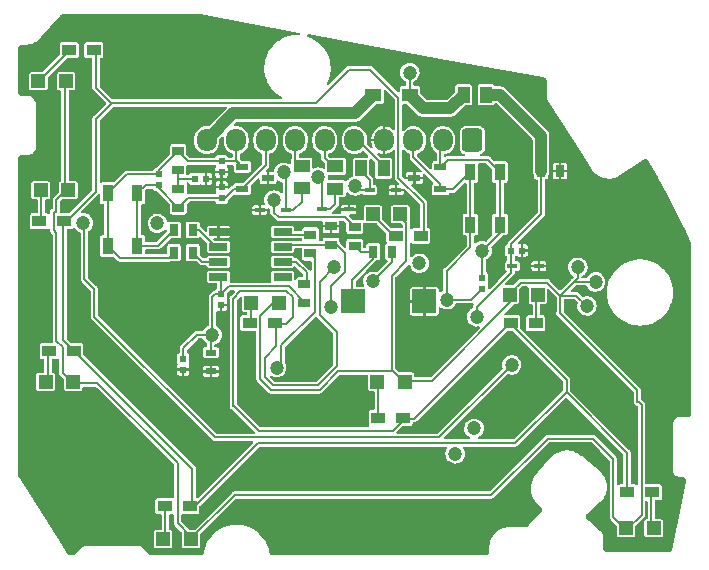
<source format=gbr>
%TF.GenerationSoftware,KiCad,Pcbnew,(6.0.6)*%
%TF.CreationDate,2023-05-08T04:54:07+09:00*%
%TF.ProjectId,128KB_64pin_Touch_R_halfduplex_x2,3132384b-425f-4363-9470-696e5f546f75,rev?*%
%TF.SameCoordinates,Original*%
%TF.FileFunction,Copper,L1,Top*%
%TF.FilePolarity,Positive*%
%FSLAX46Y46*%
G04 Gerber Fmt 4.6, Leading zero omitted, Abs format (unit mm)*
G04 Created by KiCad (PCBNEW (6.0.6)) date 2023-05-08 04:54:07*
%MOMM*%
%LPD*%
G01*
G04 APERTURE LIST*
G04 Aperture macros list*
%AMRoundRect*
0 Rectangle with rounded corners*
0 $1 Rounding radius*
0 $2 $3 $4 $5 $6 $7 $8 $9 X,Y pos of 4 corners*
0 Add a 4 corners polygon primitive as box body*
4,1,4,$2,$3,$4,$5,$6,$7,$8,$9,$2,$3,0*
0 Add four circle primitives for the rounded corners*
1,1,$1+$1,$2,$3*
1,1,$1+$1,$4,$5*
1,1,$1+$1,$6,$7*
1,1,$1+$1,$8,$9*
0 Add four rect primitives between the rounded corners*
20,1,$1+$1,$2,$3,$4,$5,0*
20,1,$1+$1,$4,$5,$6,$7,0*
20,1,$1+$1,$6,$7,$8,$9,0*
20,1,$1+$1,$8,$9,$2,$3,0*%
G04 Aperture macros list end*
%TA.AperFunction,SMDPad,CuDef*%
%ADD10R,1.340000X1.140000*%
%TD*%
%TA.AperFunction,SMDPad,CuDef*%
%ADD11R,0.620000X0.600000*%
%TD*%
%TA.AperFunction,SMDPad,CuDef*%
%ADD12R,1.150000X1.150000*%
%TD*%
%TA.AperFunction,SMDPad,CuDef*%
%ADD13R,0.940000X0.540000*%
%TD*%
%TA.AperFunction,SMDPad,CuDef*%
%ADD14R,1.000000X1.400000*%
%TD*%
%TA.AperFunction,SMDPad,CuDef*%
%ADD15R,1.400000X1.000000*%
%TD*%
%TA.AperFunction,SMDPad,CuDef*%
%ADD16R,1.200000X0.950000*%
%TD*%
%TA.AperFunction,SMDPad,CuDef*%
%ADD17R,1.000000X0.800000*%
%TD*%
%TA.AperFunction,SMDPad,CuDef*%
%ADD18R,0.800000X1.000000*%
%TD*%
%TA.AperFunction,SMDPad,CuDef*%
%ADD19R,0.900000X1.450000*%
%TD*%
%TA.AperFunction,SMDPad,CuDef*%
%ADD20R,1.050000X0.600000*%
%TD*%
%TA.AperFunction,SMDPad,CuDef*%
%ADD21R,0.870000X0.420000*%
%TD*%
%TA.AperFunction,SMDPad,CuDef*%
%ADD22R,0.600000X0.620000*%
%TD*%
%TA.AperFunction,SMDPad,CuDef*%
%ADD23R,1.528000X0.650000*%
%TD*%
%TA.AperFunction,SMDPad,CuDef*%
%ADD24R,2.000000X2.000000*%
%TD*%
%TA.AperFunction,ComponentPad*%
%ADD25RoundRect,0.250000X0.600000X0.725000X-0.600000X0.725000X-0.600000X-0.725000X0.600000X-0.725000X0*%
%TD*%
%TA.AperFunction,ComponentPad*%
%ADD26O,1.700000X1.950000*%
%TD*%
%TA.AperFunction,ViaPad*%
%ADD27C,1.200000*%
%TD*%
%TA.AperFunction,Conductor*%
%ADD28C,0.200000*%
%TD*%
%TA.AperFunction,Conductor*%
%ADD29C,1.000000*%
%TD*%
%TA.AperFunction,Conductor*%
%ADD30C,0.650000*%
%TD*%
G04 APERTURE END LIST*
D10*
%TO.P,D4,1*%
%TO.N,Net-(D4-Pad1)*%
X152220000Y-88200000D03*
%TO.P,D4,2*%
%TO.N,Net-(J1-Pad10)*%
X149120000Y-88200000D03*
%TD*%
D11*
%TO.P,C2,1*%
%TO.N,GND*%
X136270000Y-94690000D03*
%TO.P,C2,2*%
%TO.N,Net-(FL2-Pad2)*%
X136270000Y-93770000D03*
%TD*%
D12*
%TO.P,R25,1*%
%TO.N,+BATT*%
X170505000Y-124850000D03*
%TO.P,R25,2*%
%TO.N,Net-(LED1-Pad2)*%
X172855000Y-124850000D03*
%TD*%
D13*
%TO.P,C23,1*%
%TO.N,+5V*%
X135370000Y-109980000D03*
%TO.P,C23,2*%
%TO.N,GND*%
X135370000Y-111580000D03*
%TD*%
D11*
%TO.P,C1,1*%
%TO.N,Net-(C1-Pad1)*%
X136280000Y-96890000D03*
%TO.P,C1,2*%
%TO.N,GND*%
X136280000Y-95970000D03*
%TD*%
D14*
%TO.P,R6,1*%
%TO.N,Net-(D4-Pad1)*%
X156760000Y-88150000D03*
%TO.P,R6,2*%
%TO.N,Net-(IC1-Pad2)*%
X158660000Y-88150000D03*
%TD*%
D15*
%TO.P,R2,1*%
%TO.N,Net-(J1-Pad6)*%
X145920000Y-94210000D03*
%TO.P,R2,2*%
%TO.N,Net-(IC4-Pad59)*%
X145920000Y-96110000D03*
%TD*%
D16*
%TO.P,LED3,1*%
%TO.N,Net-(Q3-Pad3)*%
X133580000Y-122990000D03*
%TO.P,LED3,2*%
%TO.N,Net-(LED3-Pad2)*%
X131480000Y-122990000D03*
%TD*%
D17*
%TO.P,R22,1*%
%TO.N,Net-(IC4-Pad19)*%
X143800000Y-101590000D03*
%TO.P,R22,2*%
%TO.N,Net-(IC3-Pad4)*%
X143800000Y-99990000D03*
%TD*%
D16*
%TO.P,LED9,1*%
%TO.N,Net-(Q3-Pad3)*%
X123770000Y-109870000D03*
%TO.P,LED9,2*%
%TO.N,Net-(R35-Pad2)*%
X121670000Y-109870000D03*
%TD*%
%TO.P,LED2,1*%
%TO.N,Net-(Q3-Pad3)*%
X125470000Y-84380000D03*
%TO.P,LED2,2*%
%TO.N,Net-(LED2-Pad2)*%
X123370000Y-84380000D03*
%TD*%
D12*
%TO.P,R31,1*%
%TO.N,+BATT*%
X141125000Y-105770000D03*
%TO.P,R31,2*%
%TO.N,Net-(LED5-Pad2)*%
X138775000Y-105770000D03*
%TD*%
D18*
%TO.P,R13,1*%
%TO.N,Net-(C1-Pad1)*%
X132230000Y-99600000D03*
%TO.P,R13,2*%
%TO.N,Net-(IC3-Pad6)*%
X133830000Y-99600000D03*
%TD*%
D19*
%TO.P,FL2,1,1*%
%TO.N,Net-(FL2-Pad2)*%
X126655000Y-96500000D03*
%TO.P,FL2,2,2*%
X126655000Y-100950000D03*
%TO.P,FL2,3,3*%
%TO.N,Net-(C1-Pad1)*%
X129155000Y-100950000D03*
%TO.P,FL2,4,4*%
X129155000Y-96500000D03*
%TD*%
D20*
%TO.P,D2,1,CATHODE_1*%
%TO.N,Net-(FL2-Pad2)*%
X138015000Y-94240000D03*
%TO.P,D2,2,CATHODE_2*%
%TO.N,Net-(C1-Pad1)*%
X138015000Y-96140000D03*
%TO.P,D2,3,DOUBLE_CATHODE*%
%TO.N,GND*%
X140215000Y-95190000D03*
%TD*%
D11*
%TO.P,C20,1*%
%TO.N,+5V*%
X133020000Y-110510000D03*
%TO.P,C20,2*%
%TO.N,GND*%
X133020000Y-111430000D03*
%TD*%
D12*
%TO.P,R29,1*%
%TO.N,+BATT*%
X133665000Y-125770000D03*
%TO.P,R29,2*%
%TO.N,Net-(LED3-Pad2)*%
X131315000Y-125770000D03*
%TD*%
D16*
%TO.P,LED8,1*%
%TO.N,Net-(Q3-Pad3)*%
X151630000Y-115510000D03*
%TO.P,LED8,2*%
%TO.N,Net-(LED8-Pad2)*%
X149530000Y-115510000D03*
%TD*%
D12*
%TO.P,R32,1*%
%TO.N,+BATT*%
X160690000Y-105070000D03*
%TO.P,R32,2*%
%TO.N,Net-(R32-Pad2)*%
X163040000Y-105070000D03*
%TD*%
D16*
%TO.P,LED4,1*%
%TO.N,Net-(Q3-Pad3)*%
X153130000Y-100100000D03*
%TO.P,LED4,2*%
%TO.N,Net-(LED4-Pad2)*%
X151030000Y-100100000D03*
%TD*%
D21*
%TO.P,Z5,1*%
%TO.N,Net-(IC1-Pad2)*%
X160895000Y-102655000D03*
%TO.P,Z5,2*%
%TO.N,GND*%
X163145000Y-102655000D03*
%TD*%
D12*
%TO.P,R33,1*%
%TO.N,+BATT*%
X123305000Y-96230000D03*
%TO.P,R33,2*%
%TO.N,Net-(LED7-Pad2)*%
X120955000Y-96230000D03*
%TD*%
D22*
%TO.P,C8,1*%
%TO.N,Net-(IC1-Pad2)*%
X160780000Y-101340000D03*
%TO.P,C8,2*%
%TO.N,GND*%
X161700000Y-101340000D03*
%TD*%
D21*
%TO.P,Z2,1*%
%TO.N,Net-(IC4-Pad58)*%
X141755000Y-97925000D03*
%TO.P,Z2,2*%
%TO.N,GND*%
X139505000Y-97925000D03*
%TD*%
D20*
%TO.P,D1,1,CATHODE_1*%
%TO.N,Net-(C10-Pad2)*%
X154805000Y-96170000D03*
%TO.P,D1,2,CATHODE_2*%
%TO.N,Net-(C5-Pad1)*%
X154805000Y-94270000D03*
%TO.P,D1,3,DOUBLE_CATHODE*%
%TO.N,GND*%
X152605000Y-95220000D03*
%TD*%
D14*
%TO.P,R3,1*%
%TO.N,Net-(R3-Pad1)*%
X149990000Y-94380000D03*
%TO.P,R3,2*%
%TO.N,Net-(IC4-Pad60)*%
X148090000Y-94380000D03*
%TD*%
D18*
%TO.P,R12,1*%
%TO.N,Net-(FL2-Pad2)*%
X132250000Y-101520000D03*
%TO.P,R12,2*%
%TO.N,Net-(IC3-Pad7)*%
X133850000Y-101520000D03*
%TD*%
D16*
%TO.P,LED1,1*%
%TO.N,Net-(Q3-Pad3)*%
X170640000Y-121820000D03*
%TO.P,LED1,2*%
%TO.N,Net-(LED1-Pad2)*%
X172740000Y-121820000D03*
%TD*%
D21*
%TO.P,Z4,1*%
%TO.N,Net-(IC4-Pad60)*%
X148805000Y-96235000D03*
%TO.P,Z4,2*%
%TO.N,GND*%
X151055000Y-96235000D03*
%TD*%
D11*
%TO.P,C14,1*%
%TO.N,+5V*%
X136230000Y-105050000D03*
%TO.P,C14,2*%
%TO.N,GND*%
X136230000Y-105970000D03*
%TD*%
D16*
%TO.P,LED7,1*%
%TO.N,Net-(Q3-Pad3)*%
X122950000Y-98870000D03*
%TO.P,LED7,2*%
%TO.N,Net-(LED7-Pad2)*%
X120850000Y-98870000D03*
%TD*%
%TO.P,LED5,1*%
%TO.N,Net-(Q3-Pad3)*%
X140770000Y-107500000D03*
%TO.P,LED5,2*%
%TO.N,Net-(LED5-Pad2)*%
X138670000Y-107500000D03*
%TD*%
D11*
%TO.P,C5,1*%
%TO.N,Net-(C5-Pad1)*%
X158330000Y-103690000D03*
%TO.P,C5,2*%
%TO.N,Net-(C10-Pad2)*%
X158330000Y-104610000D03*
%TD*%
D17*
%TO.P,R26,1*%
%TO.N,Net-(R26-Pad1)*%
X147550000Y-100930000D03*
%TO.P,R26,2*%
%TO.N,Net-(IC4-Pad61)*%
X147550000Y-99330000D03*
%TD*%
D23*
%TO.P,IC3,1,R*%
%TO.N,unconnected-(IC3-Pad1)*%
X141436000Y-103575000D03*
%TO.P,IC3,2,~{RE}*%
%TO.N,Net-(IC3-Pad2)*%
X141436000Y-102305000D03*
%TO.P,IC3,3,DE*%
%TO.N,Net-(IC3-Pad3)*%
X141436000Y-101035000D03*
%TO.P,IC3,4,D*%
%TO.N,Net-(IC3-Pad4)*%
X141436000Y-99765000D03*
%TO.P,IC3,5,GND*%
%TO.N,GND*%
X136014000Y-99765000D03*
%TO.P,IC3,6,A*%
%TO.N,Net-(IC3-Pad6)*%
X136014000Y-101035000D03*
%TO.P,IC3,7,B*%
%TO.N,Net-(IC3-Pad7)*%
X136014000Y-102305000D03*
%TO.P,IC3,8,VCC*%
%TO.N,+5V*%
X136014000Y-103575000D03*
%TD*%
D17*
%TO.P,R21,1*%
%TO.N,+5V*%
X143290000Y-105790000D03*
%TO.P,R21,2*%
%TO.N,Net-(IC3-Pad2)*%
X143290000Y-104190000D03*
%TD*%
D22*
%TO.P,C4,1*%
%TO.N,Net-(C4-Pad1)*%
X134030000Y-95270000D03*
%TO.P,C4,2*%
%TO.N,GND*%
X134950000Y-95270000D03*
%TD*%
D15*
%TO.P,R1,1*%
%TO.N,Net-(R1-Pad1)*%
X143050000Y-94190000D03*
%TO.P,R1,2*%
%TO.N,Net-(IC4-Pad58)*%
X143050000Y-96090000D03*
%TD*%
D12*
%TO.P,R35,1*%
%TO.N,+BATT*%
X123720000Y-112460000D03*
%TO.P,R35,2*%
%TO.N,Net-(R35-Pad2)*%
X121370000Y-112460000D03*
%TD*%
D11*
%TO.P,C6,1*%
%TO.N,Net-(C1-Pad1)*%
X131000000Y-95810000D03*
%TO.P,C6,2*%
%TO.N,Net-(FL2-Pad2)*%
X131000000Y-94890000D03*
%TD*%
D12*
%TO.P,R34,1*%
%TO.N,+BATT*%
X151820000Y-112440000D03*
%TO.P,R34,2*%
%TO.N,Net-(LED8-Pad2)*%
X149470000Y-112440000D03*
%TD*%
D18*
%TO.P,R28,1*%
%TO.N,Net-(R26-Pad1)*%
X149120000Y-101440000D03*
%TO.P,R28,2*%
%TO.N,+5V*%
X150720000Y-101440000D03*
%TD*%
D17*
%TO.P,R19,1*%
%TO.N,Net-(IC3-Pad3)*%
X145540000Y-100840000D03*
%TO.P,R19,2*%
%TO.N,GND*%
X145540000Y-99240000D03*
%TD*%
D16*
%TO.P,LED6,1*%
%TO.N,Net-(Q3-Pad3)*%
X160770000Y-107500000D03*
%TO.P,LED6,2*%
%TO.N,Net-(R32-Pad2)*%
X162870000Y-107500000D03*
%TD*%
D17*
%TO.P,R4,1*%
%TO.N,Net-(C1-Pad1)*%
X132610000Y-97700000D03*
%TO.P,R4,2*%
%TO.N,Net-(C4-Pad1)*%
X132610000Y-96100000D03*
%TD*%
D12*
%TO.P,R30,1*%
%TO.N,+BATT*%
X151420000Y-98250000D03*
%TO.P,R30,2*%
%TO.N,Net-(LED4-Pad2)*%
X149070000Y-98250000D03*
%TD*%
D19*
%TO.P,FL1,1,1*%
%TO.N,Net-(C5-Pad1)*%
X159845000Y-99140000D03*
%TO.P,FL1,2,2*%
X159845000Y-94690000D03*
%TO.P,FL1,3,3*%
%TO.N,Net-(C10-Pad2)*%
X157345000Y-94690000D03*
%TO.P,FL1,4,4*%
X157345000Y-99140000D03*
%TD*%
D12*
%TO.P,R27,1*%
%TO.N,+BATT*%
X123115000Y-87010000D03*
%TO.P,R27,2*%
%TO.N,Net-(LED2-Pad2)*%
X120765000Y-87010000D03*
%TD*%
D17*
%TO.P,R5,1*%
%TO.N,Net-(C4-Pad1)*%
X132600000Y-94540000D03*
%TO.P,R5,2*%
%TO.N,Net-(FL2-Pad2)*%
X132600000Y-92940000D03*
%TD*%
D24*
%TO.P,S1,1,1*%
%TO.N,Net-(R26-Pad1)*%
X147445000Y-105655000D03*
%TO.P,S1,2,2*%
%TO.N,GND*%
X153445000Y-105655000D03*
%TD*%
D21*
%TO.P,Z3,1*%
%TO.N,Net-(IC4-Pad59)*%
X144795000Y-97865000D03*
%TO.P,Z3,2*%
%TO.N,GND*%
X147045000Y-97865000D03*
%TD*%
D18*
%TO.P,R9,1*%
%TO.N,GND*%
X164930000Y-94620000D03*
%TO.P,R9,2*%
%TO.N,Net-(IC1-Pad2)*%
X163330000Y-94620000D03*
%TD*%
D25*
%TO.P,J1,1,Pin_1*%
%TO.N,Net-(D3-Pad2)*%
X157514994Y-92000000D03*
D26*
%TO.P,J1,2,Pin_2*%
%TO.N,Net-(C5-Pad1)*%
X155014994Y-92000000D03*
%TO.P,J1,3,Pin_3*%
%TO.N,Net-(C10-Pad2)*%
X152514994Y-92000000D03*
%TO.P,J1,4,Pin_4*%
%TO.N,GND*%
X150014994Y-92000000D03*
%TO.P,J1,5,Pin_5*%
%TO.N,Net-(R3-Pad1)*%
X147514994Y-92000000D03*
%TO.P,J1,6,Pin_6*%
%TO.N,Net-(J1-Pad6)*%
X145014994Y-92000000D03*
%TO.P,J1,7,Pin_7*%
%TO.N,Net-(R1-Pad1)*%
X142514994Y-92000000D03*
%TO.P,J1,8,Pin_8*%
%TO.N,Net-(C1-Pad1)*%
X140014994Y-92000000D03*
%TO.P,J1,9,Pin_9*%
%TO.N,Net-(FL2-Pad2)*%
X137514994Y-92000000D03*
%TO.P,J1,10,Pin_10*%
%TO.N,Net-(J1-Pad10)*%
X135014994Y-92000000D03*
%TD*%
D27*
%TO.N,+5V*%
X149080000Y-103950000D03*
X157650000Y-116410000D03*
X156050000Y-118550000D03*
X135480000Y-108480000D03*
X153030000Y-102420000D03*
X130840000Y-99040000D03*
%TO.N,+BATT*%
X167210000Y-106040000D03*
X166440000Y-102760000D03*
X167940000Y-104000000D03*
%TO.N,Net-(D4-Pad1)*%
X152210000Y-86270000D03*
%TO.N,GND*%
X123650000Y-117280000D03*
X127100000Y-125360000D03*
X161850000Y-113650000D03*
X145910000Y-120930000D03*
X156680000Y-123480000D03*
X127530000Y-85340000D03*
X168350000Y-123790000D03*
X148070000Y-114140000D03*
X163940000Y-112750000D03*
X162510000Y-87480000D03*
X132260000Y-91590000D03*
X134220000Y-89970000D03*
X120070000Y-111210000D03*
X130120000Y-93200000D03*
X123770000Y-104400000D03*
X171780000Y-95770000D03*
X154960000Y-86590000D03*
X132140000Y-105460000D03*
X138970000Y-83570000D03*
X124450000Y-94080000D03*
X171580000Y-126210000D03*
X127070000Y-93720000D03*
X137040000Y-85080000D03*
X120410000Y-85100000D03*
X132180000Y-103610000D03*
X161710000Y-96370000D03*
X138630000Y-87220000D03*
X171000000Y-109340000D03*
X160920000Y-123230000D03*
X154870000Y-125780000D03*
X173000000Y-111090000D03*
X150240000Y-118930000D03*
X134960000Y-120380000D03*
X157450000Y-125400000D03*
X150020000Y-120650000D03*
X144800000Y-125890000D03*
X170100000Y-115710000D03*
X131470000Y-90010000D03*
X165310000Y-115700000D03*
X167810000Y-118720000D03*
X122100000Y-121570000D03*
X147500000Y-125750000D03*
X123240000Y-115450000D03*
X123440000Y-123530000D03*
X121320000Y-106530000D03*
X154090000Y-123380000D03*
X127000000Y-90790000D03*
X138300000Y-120760000D03*
X172580000Y-113190000D03*
X173350000Y-119850000D03*
X142296712Y-109793341D03*
X167410000Y-111860000D03*
X160090000Y-119050000D03*
X119910000Y-100540000D03*
X163170000Y-100830000D03*
X168520000Y-101890000D03*
X121490000Y-93910000D03*
X133930000Y-82780000D03*
X174690000Y-101690000D03*
X168690000Y-113910000D03*
X141250000Y-93300000D03*
X174840000Y-109130000D03*
X165240000Y-92570000D03*
X149960000Y-96920000D03*
X132290000Y-107540000D03*
X142720000Y-125720000D03*
X137980000Y-101160000D03*
X146770000Y-113300000D03*
X126310000Y-120440000D03*
X120920000Y-118190000D03*
X174120000Y-123520000D03*
X121590000Y-90410000D03*
X120700000Y-115110000D03*
X146680000Y-115370000D03*
X138330000Y-109010000D03*
X161500000Y-121010000D03*
X148080000Y-84710000D03*
X150950000Y-125910000D03*
X167050000Y-96180000D03*
X134750000Y-86670000D03*
X131890000Y-85170000D03*
X123160000Y-119320000D03*
X129850000Y-82730000D03*
X129070000Y-91450000D03*
X173220000Y-117030000D03*
X124120000Y-82710000D03*
X151780000Y-123890000D03*
X158530000Y-96740000D03*
X124570000Y-88780000D03*
X130088218Y-86857628D03*
X154420000Y-110240000D03*
%TO.N,Net-(IC3-Pad3)*%
X145530000Y-106120000D03*
%TO.N,Net-(IC1-Pad4)*%
X160840000Y-111030000D03*
X124580000Y-99010000D03*
%TO.N,Net-(C5-Pad1)*%
X158338957Y-101348957D03*
%TO.N,Net-(C10-Pad2)*%
X155330000Y-105510000D03*
%TO.N,Net-(IC4-Pad58)*%
X141541857Y-94720999D03*
%TO.N,Net-(IC4-Pad59)*%
X144470000Y-95120500D03*
%TO.N,Net-(IC4-Pad60)*%
X147580000Y-95870000D03*
%TO.N,Net-(Q3-Pad3)*%
X145830000Y-102770000D03*
%TO.N,Net-(IC4-Pad61)*%
X140711043Y-97071043D03*
%TO.N,Net-(IC4-Pad19)*%
X140942062Y-111249972D03*
%TO.N,Net-(IC1-Pad2)*%
X157860000Y-106950000D03*
%TD*%
D28*
%TO.N,Net-(C1-Pad1)*%
X131000000Y-96090000D02*
X131000000Y-95810000D01*
X136280000Y-96890000D02*
X133420000Y-96890000D01*
X136540000Y-96890000D02*
X136280000Y-96890000D01*
X132610000Y-97700000D02*
X131000000Y-96090000D01*
X137290000Y-96140000D02*
X136540000Y-96890000D01*
X131000000Y-95810000D02*
X129845000Y-95810000D01*
X133420000Y-96890000D02*
X132610000Y-97700000D01*
X140014994Y-92000000D02*
X140014994Y-94140006D01*
X140014994Y-94140006D02*
X138015000Y-96140000D01*
X138015000Y-96140000D02*
X137290000Y-96140000D01*
X132230000Y-99600000D02*
X130880000Y-100950000D01*
X130880000Y-100950000D02*
X129155000Y-100950000D01*
X129155000Y-96500000D02*
X129155000Y-100950000D01*
X129845000Y-95810000D02*
X129155000Y-96500000D01*
%TO.N,+5V*%
X136230000Y-105050000D02*
X136230000Y-103591000D01*
X136904501Y-104385499D02*
X141985499Y-104385499D01*
X141985499Y-104385499D02*
X143280000Y-105680000D01*
X150720000Y-101440000D02*
X150720000Y-102310000D01*
X136120000Y-103669000D02*
X136264000Y-103525000D01*
X143280000Y-105680000D02*
X143470000Y-105680000D01*
X135720000Y-105050000D02*
X135480000Y-105290000D01*
X136230000Y-103591000D02*
X136214000Y-103575000D01*
X135370000Y-109980000D02*
X135370000Y-108590000D01*
X135480000Y-105290000D02*
X135480000Y-108480000D01*
X136230000Y-105050000D02*
X136240000Y-105050000D01*
X136230000Y-105050000D02*
X135720000Y-105050000D01*
X136240000Y-105050000D02*
X136904501Y-104385499D01*
X133020000Y-110510000D02*
X133020000Y-109630000D01*
X134170000Y-108480000D02*
X135480000Y-108480000D01*
X133020000Y-109630000D02*
X134170000Y-108480000D01*
X150720000Y-102310000D02*
X149080000Y-103950000D01*
X135370000Y-108590000D02*
X135480000Y-108480000D01*
%TO.N,+BATT*%
X164950000Y-105150000D02*
X166100000Y-104000000D01*
X122280000Y-98095000D02*
X122050000Y-98095000D01*
X122280000Y-99875000D02*
X122280000Y-108965000D01*
X133620000Y-125800000D02*
X137380000Y-122040000D01*
X171629500Y-114179500D02*
X171840000Y-114390000D01*
X160820000Y-105650000D02*
X160820000Y-104850000D01*
X148590000Y-111570000D02*
X148595000Y-111565000D01*
X146154980Y-111570000D02*
X148590000Y-111570000D01*
X140870000Y-105560000D02*
X139570000Y-106860000D01*
X171840000Y-114390000D02*
X171840000Y-123710000D01*
X132560000Y-124410000D02*
X133620000Y-125470000D01*
X169440000Y-119000000D02*
X169275000Y-118835000D01*
X123020000Y-87070000D02*
X123020000Y-96140000D01*
X167700000Y-117260000D02*
X169275000Y-118835000D01*
X137380000Y-122040000D02*
X159120000Y-122040000D01*
X122050000Y-99645000D02*
X122280000Y-99875000D01*
X171840000Y-123710000D02*
X170540000Y-125010000D01*
X139570000Y-106860000D02*
X139570000Y-108275000D01*
X164940000Y-106640000D02*
X171479500Y-113179500D01*
X171479500Y-113179500D02*
X171479500Y-114179500D01*
X151630000Y-112380000D02*
X150680499Y-111430499D01*
X123120000Y-96240000D02*
X122280000Y-97080000D01*
X154090000Y-112380000D02*
X160820000Y-105650000D01*
X140444521Y-113149501D02*
X144575479Y-113149501D01*
X150815000Y-111565000D02*
X151630000Y-112380000D01*
X166100000Y-104000000D02*
X167940000Y-104000000D01*
X164905000Y-106605000D02*
X164940000Y-106640000D01*
X161595000Y-104075000D02*
X163865000Y-104075000D01*
X144575479Y-113149501D02*
X146154980Y-111570000D01*
X163865000Y-104075000D02*
X164940000Y-105150000D01*
X139570000Y-108275000D02*
X139530499Y-108275000D01*
X160820000Y-104850000D02*
X161595000Y-104075000D01*
X122280000Y-108965000D02*
X122820000Y-109505000D01*
X166440000Y-103660000D02*
X166440000Y-102760000D01*
X164950000Y-105150000D02*
X166320000Y-105150000D01*
X150680499Y-103494521D02*
X151930000Y-102245020D01*
X122820000Y-111700000D02*
X123680000Y-112560000D01*
X166320000Y-105150000D02*
X167210000Y-106040000D01*
X150680499Y-111430499D02*
X150680499Y-103494521D01*
X159120000Y-122040000D02*
X163900000Y-117260000D01*
X139530499Y-108275000D02*
X139530499Y-112235479D01*
X125760000Y-112560000D02*
X132560000Y-119360000D01*
X148595000Y-111565000D02*
X150815000Y-111565000D01*
X169440000Y-123910000D02*
X169440000Y-119000000D01*
X170540000Y-125010000D02*
X169440000Y-123910000D01*
X123020000Y-96140000D02*
X123120000Y-96240000D01*
X139530499Y-112235479D02*
X140444521Y-113149501D01*
X164940000Y-105150000D02*
X164940000Y-106640000D01*
X123680000Y-112560000D02*
X125760000Y-112560000D01*
X122280000Y-97080000D02*
X122280000Y-98095000D01*
X163900000Y-117260000D02*
X167700000Y-117260000D01*
X171479500Y-114179500D02*
X171629500Y-114179500D01*
X169275000Y-118835000D02*
X169360000Y-118920000D01*
X151930000Y-99050000D02*
X151030000Y-98150000D01*
X132560000Y-119360000D02*
X132560000Y-124410000D01*
X122820000Y-109505000D02*
X122820000Y-111700000D01*
X122050000Y-98095000D02*
X122050000Y-99645000D01*
X164950000Y-105150000D02*
X166440000Y-103660000D01*
X133620000Y-125470000D02*
X133620000Y-125800000D01*
X164940000Y-105150000D02*
X164950000Y-105150000D01*
X151630000Y-112380000D02*
X154090000Y-112380000D01*
X151930000Y-102245020D02*
X151930000Y-99050000D01*
D29*
%TO.N,Net-(D4-Pad1)*%
X153330000Y-89310000D02*
X152220000Y-88200000D01*
D28*
X152220000Y-88200000D02*
X152220000Y-86280000D01*
X152220000Y-86280000D02*
X152210000Y-86270000D01*
D29*
X156760000Y-88150000D02*
X155600000Y-89310000D01*
X155600000Y-89310000D02*
X153330000Y-89310000D01*
D28*
%TO.N,GND*%
X134950000Y-95270000D02*
X136250000Y-95270000D01*
X136270000Y-94690000D02*
X136270000Y-95290000D01*
X136250000Y-95270000D02*
X136270000Y-95290000D01*
X136270000Y-95290000D02*
X136270000Y-95960000D01*
X136270000Y-95960000D02*
X136280000Y-95970000D01*
D30*
X136214000Y-99765000D02*
X138575000Y-99765000D01*
D28*
%TO.N,Net-(C4-Pad1)*%
X132650000Y-95270000D02*
X132600000Y-95320000D01*
X134030000Y-95270000D02*
X132650000Y-95270000D01*
X132600000Y-94540000D02*
X132600000Y-95320000D01*
X132600000Y-95320000D02*
X132600000Y-96090000D01*
X132600000Y-96090000D02*
X132610000Y-96100000D01*
%TO.N,Net-(IC3-Pad6)*%
X133830000Y-99600000D02*
X134330000Y-99600000D01*
X134330000Y-99600000D02*
X135765000Y-101035000D01*
X135765000Y-101035000D02*
X136214000Y-101035000D01*
%TO.N,Net-(IC3-Pad7)*%
X134635000Y-102305000D02*
X133850000Y-101520000D01*
X136214000Y-102305000D02*
X134635000Y-102305000D01*
%TO.N,Net-(IC3-Pad3)*%
X146729500Y-103142586D02*
X145530000Y-104342086D01*
X141631000Y-100840000D02*
X146020000Y-100840000D01*
X146020000Y-100840000D02*
X146729500Y-101549500D01*
X141636000Y-101035000D02*
X141217000Y-101035000D01*
X145530000Y-104342086D02*
X145530000Y-106120000D01*
X141436000Y-101035000D02*
X141631000Y-100840000D01*
X146729500Y-101549500D02*
X146729500Y-103142586D01*
%TO.N,Net-(IC3-Pad2)*%
X143470000Y-103200000D02*
X143470000Y-104080000D01*
X142575000Y-102305000D02*
X143470000Y-103200000D01*
X141636000Y-102305000D02*
X142575000Y-102305000D01*
%TO.N,Net-(IC1-Pad4)*%
X135709501Y-117149501D02*
X154720499Y-117149501D01*
X154720499Y-117149501D02*
X160840000Y-111030000D01*
X124669500Y-99099500D02*
X124669500Y-103779500D01*
X125490000Y-104600000D02*
X125490000Y-106930000D01*
X124669500Y-103779500D02*
X125490000Y-104600000D01*
X125490000Y-106930000D02*
X135709501Y-117149501D01*
X124580000Y-99010000D02*
X124669500Y-99099500D01*
%TO.N,Net-(C5-Pad1)*%
X154805000Y-94270000D02*
X154805000Y-92209994D01*
X159845000Y-94690000D02*
X159845000Y-99140000D01*
X158820000Y-93665000D02*
X159845000Y-94690000D01*
X155410000Y-93665000D02*
X158820000Y-93665000D01*
X154805000Y-94270000D02*
X155410000Y-93665000D01*
X158330000Y-103690000D02*
X158330000Y-101357914D01*
X159845000Y-99140000D02*
X159845000Y-99842914D01*
X154805000Y-92209994D02*
X155014994Y-92000000D01*
X158330000Y-101357914D02*
X158338957Y-101348957D01*
X159845000Y-99842914D02*
X158338957Y-101348957D01*
%TO.N,Net-(C10-Pad2)*%
X155330000Y-105510000D02*
X155330000Y-103080000D01*
X155330000Y-103080000D02*
X157345000Y-101065000D01*
X154805000Y-96170000D02*
X154805000Y-95745000D01*
X154805000Y-95745000D02*
X152514994Y-93454994D01*
X157345000Y-101065000D02*
X157345000Y-99140000D01*
X158330000Y-104610000D02*
X157430000Y-105510000D01*
X157345000Y-94690000D02*
X157345000Y-99140000D01*
X154805000Y-96170000D02*
X155865000Y-96170000D01*
X152514994Y-93454994D02*
X152514994Y-92000000D01*
X157430000Y-105510000D02*
X155330000Y-105510000D01*
X155865000Y-96170000D02*
X157345000Y-94690000D01*
%TO.N,Net-(IC4-Pad58)*%
X141755000Y-94934142D02*
X141541857Y-94720999D01*
X143050000Y-97230000D02*
X143050000Y-96090000D01*
X142355000Y-97925000D02*
X143050000Y-97230000D01*
X141755000Y-97925000D02*
X141755000Y-94934142D01*
X141755000Y-97925000D02*
X142355000Y-97925000D01*
%TO.N,Net-(IC4-Pad59)*%
X145920000Y-96110000D02*
X145920000Y-97400000D01*
X144795000Y-95445500D02*
X144470000Y-95120500D01*
X145920000Y-97400000D02*
X145455000Y-97865000D01*
X144795000Y-97865000D02*
X144795000Y-95445500D01*
X145455000Y-97865000D02*
X144795000Y-97865000D01*
%TO.N,Net-(IC4-Pad60)*%
X147945000Y-96235000D02*
X147580000Y-95870000D01*
X148805000Y-95345000D02*
X148805000Y-96235000D01*
X148805000Y-96235000D02*
X147945000Y-96235000D01*
X148090000Y-94380000D02*
X148090000Y-94630000D01*
X148090000Y-94630000D02*
X148805000Y-95345000D01*
%TO.N,Net-(Q3-Pad3)*%
X140610000Y-112750000D02*
X139930000Y-112070000D01*
X137870000Y-104785000D02*
X137250000Y-105405000D01*
X140925000Y-107590000D02*
X141700000Y-107590000D01*
X142300000Y-105315000D02*
X141770000Y-104785000D01*
X133805000Y-119845000D02*
X123800000Y-109840000D01*
X144590000Y-106830000D02*
X146010000Y-108250000D01*
X133805000Y-123050000D02*
X133930000Y-123050000D01*
X161160000Y-117640000D02*
X165480000Y-113320000D01*
X153380000Y-100070000D02*
X153380000Y-97315000D01*
X144410000Y-112750000D02*
X140610000Y-112750000D01*
X153380000Y-97315000D02*
X151250000Y-95185000D01*
X133805000Y-123050000D02*
X133805000Y-119845000D01*
X139930000Y-112070000D02*
X139930000Y-110450000D01*
X144590000Y-104010000D02*
X144590000Y-106830000D01*
X139450000Y-116590000D02*
X137250000Y-114390000D01*
X125645000Y-87555000D02*
X125645000Y-84500000D01*
X125645000Y-96350000D02*
X123155000Y-98840000D01*
X145830000Y-102770000D02*
X144590000Y-104010000D01*
X133930000Y-123050000D02*
X139340000Y-117640000D01*
X137250000Y-114390000D02*
X137250000Y-114510000D01*
X151770000Y-115590000D02*
X150770000Y-116590000D01*
X123155000Y-98840000D02*
X122850500Y-99144500D01*
X170605000Y-118445000D02*
X165480000Y-113320000D01*
X152570000Y-115590000D02*
X160680000Y-107480000D01*
X125645000Y-90175000D02*
X125645000Y-96350000D01*
X165480000Y-113320000D02*
X165480000Y-112280000D01*
X141770000Y-104785000D02*
X137870000Y-104785000D01*
X151770000Y-115590000D02*
X152570000Y-115590000D01*
X139930000Y-110450000D02*
X140925000Y-109455000D01*
X170605000Y-121920000D02*
X170605000Y-118445000D01*
X122850500Y-108890500D02*
X123800000Y-109840000D01*
X142300000Y-106990000D02*
X142300000Y-105315000D01*
X144229835Y-88850165D02*
X126940165Y-88850165D01*
X165480000Y-112280000D02*
X160680000Y-107480000D01*
X137250000Y-105405000D02*
X137250000Y-114390000D01*
X146010000Y-111150000D02*
X144410000Y-112750000D01*
X151250000Y-95185000D02*
X151250000Y-88404994D01*
X141700000Y-107590000D02*
X142300000Y-106990000D01*
X126970000Y-88850000D02*
X125645000Y-90175000D01*
X150770000Y-116590000D02*
X139450000Y-116590000D01*
X139340000Y-117640000D02*
X161160000Y-117640000D01*
X122850500Y-99144500D02*
X122850500Y-108890500D01*
X148875006Y-86030000D02*
X147050000Y-86030000D01*
X140925000Y-109455000D02*
X140925000Y-107590000D01*
X147050000Y-86030000D02*
X144229835Y-88850165D01*
X146010000Y-108250000D02*
X146010000Y-111150000D01*
X126940165Y-88850165D02*
X125645000Y-87555000D01*
X151250000Y-88404994D02*
X148875006Y-86030000D01*
%TO.N,Net-(R26-Pad1)*%
X149120000Y-101440000D02*
X149120000Y-102020000D01*
X148060000Y-101440000D02*
X147550000Y-100930000D01*
X149120000Y-101440000D02*
X148060000Y-101440000D01*
X147335000Y-103805000D02*
X147335000Y-105255000D01*
X149120000Y-102020000D02*
X147335000Y-103805000D01*
%TO.N,Net-(IC4-Pad61)*%
X141125000Y-98540000D02*
X146760000Y-98540000D01*
X140711043Y-97071043D02*
X140711043Y-98126043D01*
X146760000Y-98540000D02*
X147570000Y-99350000D01*
X140711043Y-98126043D02*
X141125000Y-98540000D01*
%TO.N,Net-(J1-Pad6)*%
X145680000Y-94210000D02*
X145920000Y-94210000D01*
X145014994Y-92000000D02*
X145014994Y-93544994D01*
X145014994Y-93544994D02*
X145680000Y-94210000D01*
%TO.N,Net-(IC4-Pad19)*%
X144190000Y-106514980D02*
X144190000Y-101980000D01*
X141324501Y-110867533D02*
X141324501Y-109380479D01*
X140942062Y-111249972D02*
X141324501Y-110867533D01*
X141324501Y-109380479D02*
X144190000Y-106514980D01*
X144190000Y-101980000D02*
X143800000Y-101590000D01*
%TO.N,Net-(IC3-Pad4)*%
X141861000Y-99990000D02*
X141636000Y-99765000D01*
X143800000Y-99990000D02*
X141861000Y-99990000D01*
%TO.N,Net-(R3-Pad1)*%
X147514994Y-92000000D02*
X147800000Y-92000000D01*
X147800000Y-92000000D02*
X149990000Y-94190000D01*
X149990000Y-94190000D02*
X149990000Y-94380000D01*
%TO.N,Net-(R1-Pad1)*%
X142514994Y-94190000D02*
X143050000Y-94190000D01*
X142514994Y-92000000D02*
X142514994Y-94190000D01*
%TO.N,Net-(FL2-Pad2)*%
X137514994Y-92000000D02*
X137514994Y-93739994D01*
X138015000Y-94240000D02*
X137545000Y-93770000D01*
X131000000Y-94540000D02*
X131000000Y-94890000D01*
X136270000Y-93770000D02*
X133430000Y-93770000D01*
X126655000Y-96500000D02*
X126655000Y-100950000D01*
X137545000Y-93770000D02*
X136270000Y-93770000D01*
X132250000Y-101520000D02*
X131795000Y-101975000D01*
X127680000Y-101975000D02*
X126655000Y-100950000D01*
X131000000Y-94890000D02*
X128265000Y-94890000D01*
X131795000Y-101975000D02*
X127680000Y-101975000D01*
X132600000Y-92940000D02*
X131000000Y-94540000D01*
X128265000Y-94890000D02*
X126655000Y-96500000D01*
X133430000Y-93770000D02*
X132600000Y-92940000D01*
X137514994Y-93739994D02*
X138015000Y-94240000D01*
D29*
%TO.N,Net-(IC1-Pad2)*%
X159830000Y-88150000D02*
X163330000Y-91650000D01*
D28*
X163330000Y-94620000D02*
X163350000Y-94640000D01*
X157860000Y-106135000D02*
X157860000Y-106950000D01*
X160780000Y-100830000D02*
X163330000Y-98280000D01*
D29*
X158660000Y-88150000D02*
X159830000Y-88150000D01*
X163330000Y-91650000D02*
X163330000Y-94620000D01*
D28*
X160780000Y-101340000D02*
X160780000Y-100830000D01*
X160780000Y-101340000D02*
X160780000Y-103215000D01*
X163330000Y-98280000D02*
X163330000Y-94620000D01*
X160780000Y-103215000D02*
X157860000Y-106135000D01*
D29*
%TO.N,Net-(J1-Pad10)*%
X147590000Y-89730000D02*
X137284994Y-89730000D01*
X149120000Y-88200000D02*
X147590000Y-89730000D01*
X137284994Y-89730000D02*
X135014994Y-92000000D01*
D28*
%TO.N,Net-(R32-Pad2)*%
X162920000Y-104850000D02*
X162920000Y-107370000D01*
X162920000Y-107370000D02*
X163030000Y-107480000D01*
%TO.N,Net-(LED5-Pad2)*%
X138770000Y-105560000D02*
X138770000Y-107395000D01*
X138770000Y-107395000D02*
X138575000Y-107590000D01*
%TO.N,Net-(LED4-Pad2)*%
X148930000Y-98150000D02*
X150850000Y-100070000D01*
X150850000Y-100070000D02*
X151030000Y-100070000D01*
%TO.N,Net-(LED3-Pad2)*%
X131520000Y-125800000D02*
X131520000Y-123115000D01*
X131520000Y-123115000D02*
X131455000Y-123050000D01*
%TO.N,Net-(LED2-Pad2)*%
X120920000Y-86875000D02*
X123295000Y-84500000D01*
X120920000Y-87070000D02*
X120920000Y-86875000D01*
%TO.N,Net-(LED1-Pad2)*%
X172640000Y-122235000D02*
X172955000Y-121920000D01*
X172640000Y-125010000D02*
X172640000Y-122235000D01*
%TO.N,Net-(R35-Pad2)*%
X121580000Y-109970000D02*
X121450000Y-109840000D01*
X121580000Y-112560000D02*
X121580000Y-109970000D01*
%TO.N,Net-(LED8-Pad2)*%
X149530000Y-112380000D02*
X149530000Y-115480000D01*
X149530000Y-115480000D02*
X149420000Y-115590000D01*
%TO.N,Net-(LED7-Pad2)*%
X121020000Y-96240000D02*
X121020000Y-98625000D01*
X121020000Y-98625000D02*
X120805000Y-98840000D01*
%TD*%
%TA.AperFunction,Conductor*%
%TO.N,GND*%
G36*
X134417142Y-81352115D02*
G01*
X142862058Y-82896581D01*
X142915897Y-82925649D01*
X142942369Y-82980811D01*
X142931362Y-83040998D01*
X142887079Y-83083221D01*
X142842692Y-83092954D01*
X142731728Y-83091211D01*
X142581434Y-83088850D01*
X142260069Y-83120926D01*
X142257281Y-83121534D01*
X142257274Y-83121535D01*
X141947308Y-83189119D01*
X141947306Y-83189120D01*
X141944520Y-83189727D01*
X141638970Y-83294340D01*
X141347468Y-83433379D01*
X141345062Y-83434888D01*
X141345057Y-83434891D01*
X141279950Y-83475733D01*
X141073880Y-83605001D01*
X140821830Y-83806931D01*
X140594660Y-84036493D01*
X140592899Y-84038739D01*
X140592898Y-84038740D01*
X140424117Y-84253994D01*
X140395380Y-84290643D01*
X140226633Y-84566014D01*
X140090654Y-84858955D01*
X140089760Y-84861660D01*
X140089757Y-84861666D01*
X140019400Y-85074407D01*
X139989246Y-85165584D01*
X139923754Y-85481836D01*
X139923501Y-85484674D01*
X139923500Y-85484679D01*
X139895482Y-85798615D01*
X139895044Y-85803520D01*
X139895792Y-85832098D01*
X139897351Y-85891635D01*
X139897917Y-85913230D01*
X139903498Y-86126372D01*
X139903900Y-86129199D01*
X139903901Y-86129207D01*
X139943934Y-86410488D01*
X139949004Y-86446112D01*
X139949730Y-86448880D01*
X139949731Y-86448884D01*
X139956045Y-86472950D01*
X140030959Y-86758504D01*
X140096921Y-86927688D01*
X140143674Y-87047603D01*
X140148275Y-87059405D01*
X140299399Y-87344828D01*
X140358109Y-87430252D01*
X140478546Y-87605488D01*
X140482327Y-87610990D01*
X140694634Y-87854363D01*
X140933507Y-88071721D01*
X140935823Y-88073385D01*
X140935824Y-88073386D01*
X141193461Y-88258517D01*
X141193465Y-88258520D01*
X141195780Y-88260183D01*
X141382596Y-88364163D01*
X141424244Y-88408982D01*
X141431595Y-88469725D01*
X141401838Y-88523187D01*
X141346341Y-88548948D01*
X141334447Y-88549665D01*
X127105644Y-88549665D01*
X127047453Y-88530758D01*
X127035640Y-88520669D01*
X125974496Y-87459525D01*
X125946719Y-87405008D01*
X125945500Y-87389521D01*
X125945500Y-85154500D01*
X125964407Y-85096309D01*
X126013907Y-85060345D01*
X126044500Y-85055500D01*
X126089748Y-85055500D01*
X126115995Y-85050279D01*
X126138666Y-85045770D01*
X126138668Y-85045769D01*
X126148231Y-85043867D01*
X126214552Y-84999552D01*
X126258867Y-84933231D01*
X126270500Y-84874748D01*
X126270500Y-83885252D01*
X126258867Y-83826769D01*
X126214552Y-83760448D01*
X126148231Y-83716133D01*
X126138668Y-83714231D01*
X126138666Y-83714230D01*
X126115995Y-83709721D01*
X126089748Y-83704500D01*
X124850252Y-83704500D01*
X124824005Y-83709721D01*
X124801334Y-83714230D01*
X124801332Y-83714231D01*
X124791769Y-83716133D01*
X124725448Y-83760448D01*
X124681133Y-83826769D01*
X124669500Y-83885252D01*
X124669500Y-84874748D01*
X124681133Y-84933231D01*
X124725448Y-84999552D01*
X124791769Y-85043867D01*
X124801332Y-85045769D01*
X124801334Y-85045770D01*
X124824005Y-85050279D01*
X124850252Y-85055500D01*
X125245500Y-85055500D01*
X125303691Y-85074407D01*
X125339655Y-85123907D01*
X125344500Y-85154500D01*
X125344500Y-87501492D01*
X125344197Y-87505617D01*
X125342575Y-87510342D01*
X125343787Y-87542633D01*
X125344430Y-87559761D01*
X125344500Y-87563474D01*
X125344500Y-87582948D01*
X125345325Y-87587378D01*
X125345661Y-87592571D01*
X125346774Y-87622208D01*
X125350380Y-87630602D01*
X125350381Y-87630605D01*
X125351317Y-87632783D01*
X125357683Y-87653734D01*
X125359791Y-87665053D01*
X125364588Y-87672835D01*
X125373768Y-87687728D01*
X125380451Y-87700595D01*
X125390964Y-87725063D01*
X125394978Y-87729949D01*
X125399342Y-87734313D01*
X125413613Y-87752368D01*
X125418532Y-87760348D01*
X125441769Y-87778018D01*
X125451839Y-87786810D01*
X126460025Y-88794996D01*
X126487802Y-88849513D01*
X126478231Y-88909945D01*
X126460025Y-88935004D01*
X125470349Y-89924680D01*
X125467220Y-89927380D01*
X125462731Y-89929575D01*
X125456513Y-89936278D01*
X125429107Y-89965822D01*
X125426531Y-89968498D01*
X125412752Y-89982277D01*
X125410207Y-89985987D01*
X125406771Y-89989900D01*
X125386599Y-90011646D01*
X125383212Y-90020134D01*
X125383212Y-90020135D01*
X125382334Y-90022336D01*
X125372020Y-90041652D01*
X125370679Y-90043607D01*
X125370678Y-90043610D01*
X125365508Y-90051146D01*
X125363398Y-90060038D01*
X125359359Y-90077058D01*
X125354986Y-90090884D01*
X125347706Y-90109132D01*
X125345117Y-90115622D01*
X125344500Y-90121915D01*
X125344500Y-90128084D01*
X125341825Y-90150943D01*
X125339660Y-90160066D01*
X125343596Y-90188987D01*
X125344500Y-90202337D01*
X125344500Y-96184520D01*
X125325593Y-96242711D01*
X125315504Y-96254524D01*
X123404525Y-98165504D01*
X123350008Y-98193281D01*
X123334521Y-98194500D01*
X122681076Y-98194500D01*
X122622885Y-98175593D01*
X122586921Y-98126093D01*
X122582445Y-98104040D01*
X122582049Y-98099459D01*
X122581220Y-98089890D01*
X122580869Y-98085838D01*
X122580500Y-98077298D01*
X122580500Y-97245479D01*
X122599407Y-97187288D01*
X122609496Y-97175475D01*
X122750475Y-97034496D01*
X122804992Y-97006719D01*
X122820479Y-97005500D01*
X123899748Y-97005500D01*
X123925995Y-97000279D01*
X123948666Y-96995770D01*
X123948668Y-96995769D01*
X123958231Y-96993867D01*
X124024552Y-96949552D01*
X124068867Y-96883231D01*
X124071061Y-96872204D01*
X124079195Y-96831309D01*
X124080500Y-96824748D01*
X124080500Y-95635252D01*
X124074389Y-95604531D01*
X124070770Y-95586334D01*
X124070769Y-95586332D01*
X124068867Y-95576769D01*
X124024552Y-95510448D01*
X123958231Y-95466133D01*
X123948668Y-95464231D01*
X123948666Y-95464230D01*
X123925995Y-95459721D01*
X123899748Y-95454500D01*
X123419500Y-95454500D01*
X123361309Y-95435593D01*
X123325345Y-95386093D01*
X123320500Y-95355500D01*
X123320500Y-87884500D01*
X123339407Y-87826309D01*
X123388907Y-87790345D01*
X123419500Y-87785500D01*
X123709748Y-87785500D01*
X123735995Y-87780279D01*
X123758666Y-87775770D01*
X123758668Y-87775769D01*
X123768231Y-87773867D01*
X123834552Y-87729552D01*
X123878867Y-87663231D01*
X123884924Y-87632783D01*
X123888832Y-87613133D01*
X123890500Y-87604748D01*
X123890500Y-86415252D01*
X123878867Y-86356769D01*
X123834552Y-86290448D01*
X123768231Y-86246133D01*
X123758668Y-86244231D01*
X123758666Y-86244230D01*
X123735995Y-86239721D01*
X123709748Y-86234500D01*
X122520252Y-86234500D01*
X122494005Y-86239721D01*
X122471334Y-86244230D01*
X122471332Y-86244231D01*
X122461769Y-86246133D01*
X122395448Y-86290448D01*
X122351133Y-86356769D01*
X122339500Y-86415252D01*
X122339500Y-87604748D01*
X122341168Y-87613133D01*
X122345077Y-87632783D01*
X122351133Y-87663231D01*
X122395448Y-87729552D01*
X122461769Y-87773867D01*
X122471332Y-87775769D01*
X122471334Y-87775770D01*
X122494005Y-87780279D01*
X122520252Y-87785500D01*
X122620500Y-87785500D01*
X122678691Y-87804407D01*
X122714655Y-87853907D01*
X122719500Y-87884500D01*
X122719500Y-95373987D01*
X122700593Y-95432178D01*
X122659462Y-95464603D01*
X122651769Y-95466133D01*
X122585448Y-95510448D01*
X122541133Y-95576769D01*
X122539231Y-95586332D01*
X122539230Y-95586334D01*
X122535611Y-95604531D01*
X122529500Y-95635252D01*
X122529500Y-96364521D01*
X122510593Y-96422712D01*
X122500504Y-96434525D01*
X122105349Y-96829680D01*
X122102220Y-96832380D01*
X122097731Y-96834575D01*
X122091513Y-96841278D01*
X122064107Y-96870822D01*
X122061531Y-96873498D01*
X122047752Y-96887277D01*
X122045207Y-96890987D01*
X122041771Y-96894900D01*
X122021599Y-96916646D01*
X122018212Y-96925134D01*
X122018212Y-96925135D01*
X122017334Y-96927336D01*
X122007020Y-96946652D01*
X122005679Y-96948607D01*
X122005678Y-96948610D01*
X122000508Y-96956146D01*
X121998398Y-96965038D01*
X121994359Y-96982058D01*
X121989986Y-96995884D01*
X121984217Y-97010345D01*
X121980117Y-97020622D01*
X121979500Y-97026915D01*
X121979500Y-97033084D01*
X121976825Y-97055943D01*
X121974660Y-97065066D01*
X121976773Y-97080593D01*
X121978596Y-97093987D01*
X121979500Y-97107337D01*
X121979500Y-97730137D01*
X121960593Y-97788328D01*
X121932450Y-97814412D01*
X121908920Y-97828916D01*
X121900463Y-97833575D01*
X121867731Y-97849575D01*
X121861517Y-97856274D01*
X121856798Y-97859778D01*
X121852435Y-97863734D01*
X121844652Y-97868532D01*
X121839119Y-97875808D01*
X121839118Y-97875809D01*
X121822602Y-97897528D01*
X121816380Y-97904930D01*
X121797818Y-97924940D01*
X121797814Y-97924946D01*
X121791599Y-97931646D01*
X121788210Y-97940140D01*
X121785068Y-97945111D01*
X121782427Y-97950362D01*
X121776892Y-97957641D01*
X121766754Y-97992650D01*
X121763624Y-98001769D01*
X121750117Y-98035622D01*
X121749500Y-98041915D01*
X121749500Y-98042871D01*
X121748771Y-98047252D01*
X121749188Y-98047293D01*
X121748296Y-98056391D01*
X121745754Y-98065168D01*
X121746542Y-98074269D01*
X121746542Y-98074271D01*
X121749131Y-98104160D01*
X121749500Y-98112702D01*
X121749500Y-98169079D01*
X121730593Y-98227270D01*
X121681093Y-98263234D01*
X121619907Y-98263234D01*
X121595856Y-98248496D01*
X121594552Y-98250448D01*
X121528231Y-98206133D01*
X121518668Y-98204231D01*
X121518666Y-98204230D01*
X121495995Y-98199721D01*
X121469748Y-98194500D01*
X121419500Y-98194500D01*
X121361309Y-98175593D01*
X121325345Y-98126093D01*
X121320500Y-98095500D01*
X121320500Y-97104500D01*
X121339407Y-97046309D01*
X121388907Y-97010345D01*
X121419500Y-97005500D01*
X121549748Y-97005500D01*
X121575995Y-97000279D01*
X121598666Y-96995770D01*
X121598668Y-96995769D01*
X121608231Y-96993867D01*
X121674552Y-96949552D01*
X121718867Y-96883231D01*
X121721061Y-96872204D01*
X121729195Y-96831309D01*
X121730500Y-96824748D01*
X121730500Y-95635252D01*
X121724389Y-95604531D01*
X121720770Y-95586334D01*
X121720769Y-95586332D01*
X121718867Y-95576769D01*
X121674552Y-95510448D01*
X121608231Y-95466133D01*
X121598668Y-95464231D01*
X121598666Y-95464230D01*
X121575995Y-95459721D01*
X121549748Y-95454500D01*
X120360252Y-95454500D01*
X120334005Y-95459721D01*
X120311334Y-95464230D01*
X120311332Y-95464231D01*
X120301769Y-95466133D01*
X120235448Y-95510448D01*
X120191133Y-95576769D01*
X120189231Y-95586332D01*
X120189230Y-95586334D01*
X120185611Y-95604531D01*
X120179500Y-95635252D01*
X120179500Y-96824748D01*
X120180805Y-96831309D01*
X120188940Y-96872204D01*
X120191133Y-96883231D01*
X120235448Y-96949552D01*
X120301769Y-96993867D01*
X120311332Y-96995769D01*
X120311334Y-96995770D01*
X120334005Y-97000279D01*
X120360252Y-97005500D01*
X120620500Y-97005500D01*
X120678691Y-97024407D01*
X120714655Y-97073907D01*
X120719500Y-97104500D01*
X120719500Y-98095500D01*
X120700593Y-98153691D01*
X120651093Y-98189655D01*
X120620500Y-98194500D01*
X120230252Y-98194500D01*
X120204005Y-98199721D01*
X120181334Y-98204230D01*
X120181332Y-98204231D01*
X120171769Y-98206133D01*
X120105448Y-98250448D01*
X120061133Y-98316769D01*
X120059231Y-98326332D01*
X120059230Y-98326334D01*
X120056636Y-98339378D01*
X120049500Y-98375252D01*
X120049500Y-99364748D01*
X120054612Y-99390448D01*
X120057625Y-99405593D01*
X120061133Y-99423231D01*
X120105448Y-99489552D01*
X120171769Y-99533867D01*
X120181332Y-99535769D01*
X120181334Y-99535770D01*
X120204005Y-99540279D01*
X120230252Y-99545500D01*
X121469748Y-99545500D01*
X121495995Y-99540279D01*
X121518666Y-99535770D01*
X121518668Y-99535769D01*
X121528231Y-99533867D01*
X121594552Y-99489552D01*
X121596647Y-99492688D01*
X121635013Y-99473140D01*
X121695445Y-99482711D01*
X121738710Y-99525976D01*
X121749500Y-99570921D01*
X121749500Y-99591492D01*
X121749197Y-99595617D01*
X121747575Y-99600342D01*
X121747918Y-99609476D01*
X121749430Y-99649761D01*
X121749500Y-99653474D01*
X121749500Y-99672948D01*
X121750325Y-99677378D01*
X121750661Y-99682571D01*
X121751774Y-99712208D01*
X121755380Y-99720602D01*
X121755381Y-99720605D01*
X121756317Y-99722783D01*
X121762683Y-99743734D01*
X121764791Y-99755053D01*
X121777753Y-99776082D01*
X121778768Y-99777728D01*
X121785452Y-99790596D01*
X121793029Y-99808231D01*
X121795964Y-99815063D01*
X121799978Y-99819949D01*
X121804342Y-99824313D01*
X121818613Y-99842368D01*
X121823532Y-99850348D01*
X121846769Y-99868018D01*
X121856839Y-99876810D01*
X121950504Y-99970475D01*
X121978281Y-100024992D01*
X121979500Y-100040479D01*
X121979500Y-108911492D01*
X121979197Y-108915617D01*
X121977575Y-108920342D01*
X121977918Y-108929476D01*
X121979430Y-108969761D01*
X121979500Y-108973474D01*
X121979500Y-108992948D01*
X121980325Y-108997378D01*
X121980661Y-109002571D01*
X121981774Y-109032208D01*
X121985380Y-109040602D01*
X121985381Y-109040605D01*
X121986317Y-109042783D01*
X121992683Y-109063734D01*
X121994791Y-109075053D01*
X121994792Y-109075056D01*
X121991579Y-109075654D01*
X121994029Y-109120964D01*
X121960791Y-109172334D01*
X121898360Y-109194500D01*
X121050252Y-109194500D01*
X121024005Y-109199721D01*
X121001334Y-109204230D01*
X121001332Y-109204231D01*
X120991769Y-109206133D01*
X120925448Y-109250448D01*
X120881133Y-109316769D01*
X120869500Y-109375252D01*
X120869500Y-110364748D01*
X120881133Y-110423231D01*
X120925448Y-110489552D01*
X120991769Y-110533867D01*
X121001332Y-110535769D01*
X121001334Y-110535770D01*
X121020500Y-110539582D01*
X121050252Y-110545500D01*
X121180500Y-110545500D01*
X121238691Y-110564407D01*
X121274655Y-110613907D01*
X121279500Y-110644500D01*
X121279500Y-111585500D01*
X121260593Y-111643691D01*
X121211093Y-111679655D01*
X121180500Y-111684500D01*
X120775252Y-111684500D01*
X120756435Y-111688243D01*
X120726334Y-111694230D01*
X120726332Y-111694231D01*
X120716769Y-111696133D01*
X120650448Y-111740448D01*
X120606133Y-111806769D01*
X120604231Y-111816332D01*
X120604230Y-111816334D01*
X120600969Y-111832728D01*
X120594500Y-111865252D01*
X120594500Y-113054748D01*
X120595448Y-113059512D01*
X120603843Y-113101717D01*
X120606133Y-113113231D01*
X120650448Y-113179552D01*
X120716769Y-113223867D01*
X120726332Y-113225769D01*
X120726334Y-113225770D01*
X120746435Y-113229768D01*
X120775252Y-113235500D01*
X121964748Y-113235500D01*
X121993565Y-113229768D01*
X122013666Y-113225770D01*
X122013668Y-113225769D01*
X122023231Y-113223867D01*
X122089552Y-113179552D01*
X122133867Y-113113231D01*
X122136158Y-113101717D01*
X122144552Y-113059512D01*
X122145500Y-113054748D01*
X122145500Y-111865252D01*
X122139031Y-111832728D01*
X122135770Y-111816334D01*
X122135769Y-111816332D01*
X122133867Y-111806769D01*
X122089552Y-111740448D01*
X122023231Y-111696133D01*
X122013668Y-111694231D01*
X122013666Y-111694230D01*
X121964748Y-111684500D01*
X121964974Y-111683365D01*
X121913744Y-111660961D01*
X121882802Y-111608176D01*
X121880500Y-111586953D01*
X121880500Y-110644500D01*
X121899407Y-110586309D01*
X121948907Y-110550345D01*
X121979500Y-110545500D01*
X122289748Y-110545500D01*
X122319500Y-110539582D01*
X122338666Y-110535770D01*
X122338668Y-110535769D01*
X122348231Y-110533867D01*
X122365497Y-110522330D01*
X122424385Y-110505720D01*
X122481789Y-110526896D01*
X122515782Y-110577769D01*
X122519500Y-110604644D01*
X122519500Y-111646492D01*
X122519197Y-111650617D01*
X122517575Y-111655342D01*
X122518705Y-111685448D01*
X122519430Y-111704761D01*
X122519500Y-111708474D01*
X122519500Y-111727948D01*
X122520325Y-111732378D01*
X122520661Y-111737571D01*
X122521774Y-111767208D01*
X122525380Y-111775602D01*
X122525381Y-111775605D01*
X122526317Y-111777783D01*
X122532683Y-111798734D01*
X122534791Y-111810053D01*
X122548256Y-111831898D01*
X122548768Y-111832728D01*
X122555452Y-111845596D01*
X122559497Y-111855010D01*
X122565964Y-111870063D01*
X122569978Y-111874949D01*
X122574342Y-111879313D01*
X122588613Y-111897368D01*
X122593532Y-111905348D01*
X122616769Y-111923018D01*
X122626839Y-111931810D01*
X122915504Y-112220475D01*
X122943281Y-112274992D01*
X122944500Y-112290479D01*
X122944500Y-113054748D01*
X122945448Y-113059512D01*
X122953843Y-113101717D01*
X122956133Y-113113231D01*
X123000448Y-113179552D01*
X123066769Y-113223867D01*
X123076332Y-113225769D01*
X123076334Y-113225770D01*
X123096435Y-113229768D01*
X123125252Y-113235500D01*
X124314748Y-113235500D01*
X124343565Y-113229768D01*
X124363666Y-113225770D01*
X124363668Y-113225769D01*
X124373231Y-113223867D01*
X124439552Y-113179552D01*
X124483867Y-113113231D01*
X124486158Y-113101717D01*
X124494552Y-113059512D01*
X124495500Y-113054748D01*
X124495500Y-112959500D01*
X124514407Y-112901309D01*
X124563907Y-112865345D01*
X124594500Y-112860500D01*
X125594521Y-112860500D01*
X125652712Y-112879407D01*
X125664525Y-112889496D01*
X132230504Y-119455476D01*
X132258281Y-119509993D01*
X132259500Y-119525480D01*
X132259500Y-122225645D01*
X132240593Y-122283836D01*
X132191093Y-122319800D01*
X132141188Y-122322743D01*
X132099748Y-122314500D01*
X130860252Y-122314500D01*
X130835055Y-122319512D01*
X130811334Y-122324230D01*
X130811332Y-122324231D01*
X130801769Y-122326133D01*
X130735448Y-122370448D01*
X130691133Y-122436769D01*
X130679500Y-122495252D01*
X130679500Y-123484748D01*
X130691133Y-123543231D01*
X130735448Y-123609552D01*
X130801769Y-123653867D01*
X130811332Y-123655769D01*
X130811334Y-123655770D01*
X130834005Y-123660279D01*
X130860252Y-123665500D01*
X131120500Y-123665500D01*
X131178691Y-123684407D01*
X131214655Y-123733907D01*
X131219500Y-123764500D01*
X131219500Y-124895500D01*
X131200593Y-124953691D01*
X131151093Y-124989655D01*
X131120500Y-124994500D01*
X130720252Y-124994500D01*
X130694005Y-124999721D01*
X130671334Y-125004230D01*
X130671332Y-125004231D01*
X130661769Y-125006133D01*
X130595448Y-125050448D01*
X130551133Y-125116769D01*
X130539500Y-125175252D01*
X130539500Y-126364748D01*
X130543779Y-126386260D01*
X130548298Y-126408976D01*
X130551133Y-126423231D01*
X130595448Y-126489552D01*
X130661769Y-126533867D01*
X130671332Y-126535769D01*
X130671334Y-126535770D01*
X130694005Y-126540279D01*
X130720252Y-126545500D01*
X131909748Y-126545500D01*
X131935995Y-126540279D01*
X131958666Y-126535770D01*
X131958668Y-126535769D01*
X131968231Y-126533867D01*
X132034552Y-126489552D01*
X132078867Y-126423231D01*
X132081703Y-126408976D01*
X132086221Y-126386260D01*
X132090500Y-126364748D01*
X132090500Y-125175252D01*
X132078867Y-125116769D01*
X132034552Y-125050448D01*
X131968231Y-125006133D01*
X131958668Y-125004231D01*
X131958666Y-125004230D01*
X131914514Y-124995448D01*
X131909748Y-124994500D01*
X131908690Y-124994500D01*
X131853737Y-124970462D01*
X131822800Y-124917674D01*
X131820500Y-124896460D01*
X131820500Y-123764500D01*
X131839407Y-123706309D01*
X131888907Y-123670345D01*
X131919500Y-123665500D01*
X132099748Y-123665500D01*
X132141187Y-123657257D01*
X132201946Y-123664448D01*
X132246877Y-123705981D01*
X132259500Y-123754355D01*
X132259500Y-124356492D01*
X132259197Y-124360617D01*
X132257575Y-124365342D01*
X132257918Y-124374476D01*
X132259430Y-124414761D01*
X132259500Y-124418474D01*
X132259500Y-124437948D01*
X132260325Y-124442378D01*
X132260661Y-124447571D01*
X132261774Y-124477208D01*
X132265380Y-124485602D01*
X132265381Y-124485605D01*
X132266317Y-124487783D01*
X132272683Y-124508734D01*
X132274791Y-124520053D01*
X132279588Y-124527835D01*
X132288768Y-124542728D01*
X132295451Y-124555595D01*
X132305964Y-124580063D01*
X132309978Y-124584949D01*
X132314342Y-124589313D01*
X132328613Y-124607368D01*
X132333532Y-124615348D01*
X132356769Y-124633018D01*
X132366839Y-124641810D01*
X132860504Y-125135475D01*
X132888281Y-125189992D01*
X132889500Y-125205479D01*
X132889500Y-126364748D01*
X132893779Y-126386260D01*
X132898298Y-126408976D01*
X132901133Y-126423231D01*
X132945448Y-126489552D01*
X133011769Y-126533867D01*
X133021332Y-126535769D01*
X133021334Y-126535770D01*
X133044005Y-126540279D01*
X133070252Y-126545500D01*
X134259748Y-126545500D01*
X134285995Y-126540279D01*
X134308666Y-126535770D01*
X134308668Y-126535769D01*
X134318231Y-126533867D01*
X134384552Y-126489552D01*
X134428867Y-126423231D01*
X134431703Y-126408976D01*
X134436221Y-126386260D01*
X134440500Y-126364748D01*
X134440500Y-125445479D01*
X134459407Y-125387288D01*
X134469496Y-125375475D01*
X137475475Y-122369496D01*
X137529992Y-122341719D01*
X137545479Y-122340500D01*
X159066492Y-122340500D01*
X159070617Y-122340803D01*
X159075342Y-122342425D01*
X159124761Y-122340570D01*
X159128474Y-122340500D01*
X159147948Y-122340500D01*
X159152378Y-122339675D01*
X159157571Y-122339339D01*
X159173602Y-122338737D01*
X159178075Y-122338569D01*
X159187208Y-122338226D01*
X159195602Y-122334620D01*
X159195605Y-122334619D01*
X159197783Y-122333683D01*
X159218734Y-122327317D01*
X159230053Y-122325209D01*
X159252729Y-122311232D01*
X159265596Y-122304548D01*
X159283642Y-122296795D01*
X159283643Y-122296794D01*
X159290063Y-122294036D01*
X159294949Y-122290022D01*
X159299313Y-122285658D01*
X159317368Y-122271387D01*
X159325348Y-122266468D01*
X159343018Y-122243231D01*
X159351810Y-122233161D01*
X163995475Y-117589496D01*
X164049992Y-117561719D01*
X164065479Y-117560500D01*
X167534521Y-117560500D01*
X167592712Y-117579407D01*
X167604525Y-117589496D01*
X168349975Y-118334947D01*
X169110504Y-119095476D01*
X169138281Y-119149993D01*
X169139500Y-119165480D01*
X169139500Y-123856492D01*
X169139197Y-123860617D01*
X169137575Y-123865342D01*
X169137918Y-123874476D01*
X169139430Y-123914761D01*
X169139500Y-123918474D01*
X169139500Y-123937948D01*
X169140325Y-123942378D01*
X169140661Y-123947571D01*
X169141774Y-123977208D01*
X169145380Y-123985602D01*
X169145381Y-123985605D01*
X169146317Y-123987783D01*
X169152683Y-124008734D01*
X169154791Y-124020053D01*
X169159588Y-124027835D01*
X169168768Y-124042728D01*
X169175451Y-124055595D01*
X169185964Y-124080063D01*
X169189978Y-124084949D01*
X169194342Y-124089313D01*
X169208613Y-124107368D01*
X169213532Y-124115348D01*
X169236769Y-124133018D01*
X169246839Y-124141810D01*
X169700504Y-124595475D01*
X169728281Y-124649992D01*
X169729500Y-124665475D01*
X169729500Y-125444748D01*
X169730448Y-125449512D01*
X169738641Y-125490701D01*
X169741133Y-125503231D01*
X169785448Y-125569552D01*
X169851769Y-125613867D01*
X169861332Y-125615769D01*
X169861334Y-125615770D01*
X169884005Y-125620279D01*
X169910252Y-125625500D01*
X171099748Y-125625500D01*
X171125995Y-125620279D01*
X171148666Y-125615770D01*
X171148668Y-125615769D01*
X171158231Y-125613867D01*
X171224552Y-125569552D01*
X171268867Y-125503231D01*
X171271360Y-125490701D01*
X171279552Y-125449512D01*
X171280500Y-125444748D01*
X171280500Y-124735479D01*
X171299407Y-124677288D01*
X171309496Y-124665475D01*
X172014651Y-123960320D01*
X172017780Y-123957620D01*
X172022269Y-123955425D01*
X172055893Y-123919178D01*
X172058469Y-123916502D01*
X172072248Y-123902723D01*
X172074793Y-123899013D01*
X172078229Y-123895100D01*
X172092187Y-123880053D01*
X172098401Y-123873354D01*
X172101788Y-123864866D01*
X172102667Y-123862663D01*
X172112978Y-123843352D01*
X172114322Y-123841393D01*
X172114323Y-123841390D01*
X172119493Y-123833854D01*
X172125644Y-123807934D01*
X172130014Y-123794115D01*
X172139883Y-123769378D01*
X172140500Y-123763085D01*
X172140500Y-123756915D01*
X172143175Y-123734057D01*
X172144175Y-123729843D01*
X172149516Y-123721076D01*
X172142404Y-123703362D01*
X172141404Y-123696015D01*
X172140500Y-123682663D01*
X172140500Y-122594500D01*
X172159407Y-122536309D01*
X172208907Y-122500345D01*
X172239500Y-122495500D01*
X172240500Y-122495500D01*
X172298691Y-122514407D01*
X172334655Y-122563907D01*
X172339500Y-122594500D01*
X172339500Y-123690010D01*
X172331613Y-123714283D01*
X172331864Y-123714575D01*
X172339500Y-123752701D01*
X172339500Y-123977489D01*
X172320593Y-124035680D01*
X172271093Y-124071644D01*
X172259814Y-124074587D01*
X172211334Y-124084230D01*
X172211332Y-124084231D01*
X172201769Y-124086133D01*
X172135448Y-124130448D01*
X172091133Y-124196769D01*
X172079500Y-124255252D01*
X172079500Y-125444748D01*
X172080448Y-125449512D01*
X172088641Y-125490701D01*
X172091133Y-125503231D01*
X172135448Y-125569552D01*
X172201769Y-125613867D01*
X172211332Y-125615769D01*
X172211334Y-125615770D01*
X172234005Y-125620279D01*
X172260252Y-125625500D01*
X173449748Y-125625500D01*
X173475995Y-125620279D01*
X173498666Y-125615770D01*
X173498668Y-125615769D01*
X173508231Y-125613867D01*
X173574552Y-125569552D01*
X173618867Y-125503231D01*
X173621360Y-125490701D01*
X173629552Y-125449512D01*
X173630500Y-125444748D01*
X173630500Y-124255252D01*
X173618867Y-124196769D01*
X173574552Y-124130448D01*
X173508231Y-124086133D01*
X173498668Y-124084231D01*
X173498666Y-124084230D01*
X173475995Y-124079721D01*
X173449748Y-124074500D01*
X173039500Y-124074500D01*
X172981309Y-124055593D01*
X172945345Y-124006093D01*
X172940500Y-123975500D01*
X172940500Y-122594500D01*
X172959407Y-122536309D01*
X173008907Y-122500345D01*
X173039500Y-122495500D01*
X173359748Y-122495500D01*
X173385995Y-122490279D01*
X173408666Y-122485770D01*
X173408668Y-122485769D01*
X173418231Y-122483867D01*
X173484552Y-122439552D01*
X173528867Y-122373231D01*
X173531094Y-122362038D01*
X173536547Y-122334619D01*
X173540500Y-122314748D01*
X173540500Y-121325252D01*
X173528867Y-121266769D01*
X173484552Y-121200448D01*
X173418231Y-121156133D01*
X173408668Y-121154231D01*
X173408666Y-121154230D01*
X173385995Y-121149721D01*
X173359748Y-121144500D01*
X172239500Y-121144500D01*
X172181309Y-121125593D01*
X172145345Y-121076093D01*
X172140500Y-121045500D01*
X172140500Y-114443508D01*
X172140803Y-114439383D01*
X172142425Y-114434658D01*
X172140570Y-114385239D01*
X172140500Y-114381526D01*
X172140500Y-114362052D01*
X172139675Y-114357622D01*
X172139338Y-114352417D01*
X172139073Y-114345342D01*
X172138226Y-114322792D01*
X172134620Y-114314398D01*
X172134619Y-114314395D01*
X172133683Y-114312217D01*
X172127317Y-114291266D01*
X172125209Y-114279947D01*
X172111232Y-114257271D01*
X172104548Y-114244404D01*
X172096795Y-114226358D01*
X172096794Y-114226357D01*
X172094036Y-114219937D01*
X172090022Y-114215051D01*
X172085658Y-114210687D01*
X172071387Y-114192632D01*
X172071264Y-114192433D01*
X172066468Y-114184652D01*
X172043231Y-114166982D01*
X172033161Y-114158190D01*
X171879820Y-114004849D01*
X171877120Y-114001720D01*
X171874925Y-113997231D01*
X171838678Y-113963607D01*
X171836002Y-113961031D01*
X171822223Y-113947252D01*
X171818513Y-113944707D01*
X171814601Y-113941272D01*
X171811673Y-113938556D01*
X171781869Y-113885120D01*
X171780000Y-113865974D01*
X171780000Y-113233014D01*
X171780303Y-113228885D01*
X171781926Y-113224158D01*
X171780070Y-113174723D01*
X171780000Y-113171009D01*
X171780000Y-113151552D01*
X171779175Y-113147122D01*
X171778839Y-113141936D01*
X171778069Y-113121425D01*
X171778069Y-113121424D01*
X171777726Y-113112292D01*
X171774120Y-113103898D01*
X171774119Y-113103895D01*
X171773183Y-113101717D01*
X171766817Y-113080766D01*
X171764709Y-113069447D01*
X171750730Y-113046769D01*
X171744050Y-113033909D01*
X171736292Y-113015852D01*
X171736291Y-113015851D01*
X171733536Y-113009438D01*
X171729523Y-113004551D01*
X171725157Y-113000185D01*
X171710885Y-112982129D01*
X171710764Y-112981932D01*
X171710763Y-112981931D01*
X171705968Y-112974152D01*
X171682744Y-112956492D01*
X171672665Y-112947693D01*
X168479443Y-109754471D01*
X165269496Y-106544525D01*
X165241719Y-106490008D01*
X165240500Y-106474521D01*
X165240500Y-105549500D01*
X165259407Y-105491309D01*
X165308907Y-105455345D01*
X165339500Y-105450500D01*
X166154521Y-105450500D01*
X166212712Y-105469407D01*
X166224525Y-105479496D01*
X166411806Y-105666777D01*
X166439583Y-105721294D01*
X166434832Y-105770640D01*
X166407460Y-105845845D01*
X166384388Y-106028472D01*
X166387421Y-106059405D01*
X166401811Y-106206169D01*
X166401812Y-106206174D01*
X166402351Y-106211671D01*
X166460455Y-106386338D01*
X166463320Y-106391069D01*
X166463322Y-106391073D01*
X166548047Y-106530969D01*
X166555813Y-106543792D01*
X166559655Y-106547771D01*
X166559657Y-106547773D01*
X166593548Y-106582868D01*
X166683684Y-106676207D01*
X166837714Y-106777001D01*
X167010247Y-106841165D01*
X167015731Y-106841897D01*
X167015732Y-106841897D01*
X167187222Y-106864779D01*
X167192708Y-106865511D01*
X167198213Y-106865010D01*
X167198216Y-106865010D01*
X167272487Y-106858250D01*
X167376028Y-106848827D01*
X167381286Y-106847119D01*
X167381289Y-106847118D01*
X167545832Y-106793655D01*
X167545834Y-106793654D01*
X167551097Y-106791944D01*
X167555853Y-106789109D01*
X167555855Y-106789108D01*
X167691473Y-106708263D01*
X167709213Y-106697688D01*
X167842517Y-106570745D01*
X167849986Y-106559504D01*
X167901849Y-106481442D01*
X167944384Y-106417422D01*
X168009751Y-106245341D01*
X168015257Y-106206169D01*
X168034937Y-106066136D01*
X168035370Y-106063055D01*
X168035692Y-106040000D01*
X168015173Y-105857069D01*
X167954636Y-105683230D01*
X167884180Y-105570478D01*
X167860021Y-105531815D01*
X167860021Y-105531814D01*
X167857089Y-105527123D01*
X167780999Y-105450500D01*
X167731282Y-105400434D01*
X167731280Y-105400433D01*
X167727382Y-105396507D01*
X167571960Y-105297873D01*
X167536985Y-105285419D01*
X167403760Y-105237980D01*
X167403758Y-105237980D01*
X167398547Y-105236124D01*
X167352407Y-105230622D01*
X167221260Y-105214983D01*
X167221257Y-105214983D01*
X167215764Y-105214328D01*
X167032695Y-105233570D01*
X166952810Y-105260765D01*
X166938725Y-105265560D01*
X166877546Y-105266415D01*
X166836817Y-105241846D01*
X166570320Y-104975349D01*
X166567620Y-104972220D01*
X166565425Y-104967731D01*
X166529178Y-104934107D01*
X166526502Y-104931531D01*
X166512723Y-104917752D01*
X166509013Y-104915207D01*
X166505100Y-104911771D01*
X166490055Y-104897815D01*
X166483354Y-104891599D01*
X166472664Y-104887334D01*
X166453348Y-104877020D01*
X166451393Y-104875679D01*
X166451390Y-104875678D01*
X166443854Y-104870508D01*
X166417941Y-104864359D01*
X166404116Y-104859986D01*
X166385868Y-104852706D01*
X166385866Y-104852706D01*
X166379378Y-104850117D01*
X166373085Y-104849500D01*
X166366916Y-104849500D01*
X166344057Y-104846825D01*
X166343827Y-104846770D01*
X166343825Y-104846770D01*
X166334934Y-104844660D01*
X166306013Y-104848596D01*
X166292663Y-104849500D01*
X165914479Y-104849500D01*
X165856288Y-104830593D01*
X165820324Y-104781093D01*
X165820324Y-104719907D01*
X165844476Y-104680496D01*
X166195477Y-104329496D01*
X166249993Y-104301719D01*
X166265480Y-104300500D01*
X167106911Y-104300500D01*
X167165102Y-104319407D01*
X167191591Y-104348214D01*
X167209019Y-104376991D01*
X167282946Y-104499059D01*
X167282949Y-104499063D01*
X167285813Y-104503792D01*
X167289655Y-104507771D01*
X167289657Y-104507773D01*
X167346419Y-104566552D01*
X167413684Y-104636207D01*
X167567714Y-104737001D01*
X167740247Y-104801165D01*
X167745731Y-104801897D01*
X167745732Y-104801897D01*
X167848370Y-104815592D01*
X167922708Y-104825511D01*
X167928213Y-104825010D01*
X167928216Y-104825010D01*
X168002487Y-104818250D01*
X168106028Y-104808827D01*
X168111286Y-104807119D01*
X168111289Y-104807118D01*
X168122363Y-104803520D01*
X168895044Y-104803520D01*
X168897166Y-104884559D01*
X168897351Y-104891635D01*
X168903247Y-105116769D01*
X168903498Y-105126372D01*
X168903900Y-105129199D01*
X168903901Y-105129207D01*
X168947396Y-105434813D01*
X168949004Y-105446112D01*
X168949730Y-105448880D01*
X168949731Y-105448884D01*
X168956978Y-105476507D01*
X169030959Y-105758504D01*
X169096732Y-105927204D01*
X169143674Y-106047603D01*
X169148275Y-106059405D01*
X169149607Y-106061920D01*
X169149608Y-106061923D01*
X169185845Y-106130363D01*
X169299399Y-106344828D01*
X169350496Y-106419175D01*
X169453795Y-106569475D01*
X169482327Y-106610990D01*
X169694634Y-106854363D01*
X169933507Y-107071721D01*
X169935823Y-107073385D01*
X169935824Y-107073386D01*
X170193461Y-107258517D01*
X170193465Y-107258520D01*
X170195780Y-107260183D01*
X170477976Y-107417251D01*
X170693374Y-107506472D01*
X170773722Y-107539753D01*
X170773725Y-107539754D01*
X170776354Y-107540843D01*
X171086961Y-107629322D01*
X171405678Y-107681514D01*
X171728282Y-107696727D01*
X171731127Y-107696533D01*
X171731131Y-107696533D01*
X172047651Y-107674955D01*
X172050497Y-107674761D01*
X172368051Y-107615906D01*
X172370767Y-107615071D01*
X172370773Y-107615069D01*
X172522393Y-107568424D01*
X172676736Y-107520942D01*
X172910471Y-107418339D01*
X172969856Y-107392271D01*
X172969863Y-107392268D01*
X172972461Y-107391127D01*
X172974914Y-107389694D01*
X172974923Y-107389689D01*
X173248836Y-107229627D01*
X173248839Y-107229625D01*
X173251305Y-107228184D01*
X173415422Y-107104962D01*
X173507292Y-107035985D01*
X173507299Y-107035979D01*
X173509574Y-107034271D01*
X173512949Y-107031069D01*
X173656835Y-106894525D01*
X173743842Y-106811958D01*
X173749164Y-106805593D01*
X173949179Y-106566379D01*
X173949184Y-106566372D01*
X173951007Y-106564192D01*
X174128320Y-106294258D01*
X174129594Y-106291725D01*
X174129598Y-106291718D01*
X174272157Y-106008270D01*
X174273433Y-106005733D01*
X174344853Y-105810570D01*
X174383441Y-105705124D01*
X174383442Y-105705121D01*
X174384423Y-105702440D01*
X174390162Y-105678538D01*
X174435111Y-105491309D01*
X174459817Y-105388401D01*
X174460733Y-105380839D01*
X174498351Y-105069969D01*
X174498351Y-105069966D01*
X174498616Y-105067778D01*
X174504152Y-104891635D01*
X174503310Y-104877020D01*
X174485725Y-104572052D01*
X174485561Y-104569208D01*
X174482121Y-104549500D01*
X174430523Y-104253854D01*
X174430521Y-104253846D01*
X174430034Y-104251055D01*
X174338308Y-103941392D01*
X174211598Y-103644324D01*
X174210071Y-103641646D01*
X174053000Y-103366273D01*
X174052999Y-103366271D01*
X174051583Y-103363789D01*
X174049662Y-103361173D01*
X173935523Y-103205792D01*
X173860385Y-103103504D01*
X173858454Y-103101426D01*
X173858449Y-103101420D01*
X173693387Y-102923792D01*
X173640538Y-102866920D01*
X173638374Y-102865072D01*
X173638369Y-102865067D01*
X173507133Y-102752982D01*
X173394955Y-102657173D01*
X173383906Y-102649748D01*
X173319403Y-102606404D01*
X173126892Y-102477042D01*
X172839902Y-102328915D01*
X172837238Y-102327908D01*
X172837235Y-102327907D01*
X172700936Y-102276404D01*
X172537789Y-102214756D01*
X172535024Y-102214061D01*
X172535016Y-102214059D01*
X172305630Y-102156442D01*
X172224557Y-102136078D01*
X172021340Y-102109324D01*
X171907185Y-102094295D01*
X171907180Y-102094295D01*
X171904357Y-102093923D01*
X171901511Y-102093878D01*
X171901507Y-102093878D01*
X171777214Y-102091926D01*
X171581434Y-102088850D01*
X171260069Y-102120926D01*
X171257281Y-102121534D01*
X171257274Y-102121535D01*
X170947308Y-102189119D01*
X170947306Y-102189120D01*
X170944520Y-102189727D01*
X170638970Y-102294340D01*
X170504120Y-102358660D01*
X170354322Y-102430110D01*
X170347468Y-102433379D01*
X170345062Y-102434888D01*
X170345057Y-102434891D01*
X170160218Y-102550841D01*
X170073880Y-102605001D01*
X169821830Y-102806931D01*
X169594660Y-103036493D01*
X169592899Y-103038739D01*
X169592898Y-103038740D01*
X169412978Y-103268200D01*
X169395380Y-103290643D01*
X169280483Y-103478138D01*
X169232175Y-103556971D01*
X169226633Y-103566014D01*
X169225433Y-103568599D01*
X169225432Y-103568601D01*
X169183006Y-103660000D01*
X169090654Y-103858955D01*
X169089760Y-103861660D01*
X169089757Y-103861666D01*
X169010526Y-104101240D01*
X168989246Y-104165584D01*
X168923754Y-104481836D01*
X168923501Y-104484674D01*
X168923500Y-104484679D01*
X168895642Y-104796825D01*
X168895044Y-104803520D01*
X168122363Y-104803520D01*
X168275832Y-104753655D01*
X168275834Y-104753654D01*
X168281097Y-104751944D01*
X168285853Y-104749109D01*
X168285855Y-104749108D01*
X168407290Y-104676718D01*
X168439213Y-104657688D01*
X168572517Y-104530745D01*
X168587780Y-104507773D01*
X168624588Y-104452371D01*
X168674384Y-104377422D01*
X168739751Y-104205341D01*
X168741989Y-104189422D01*
X168764937Y-104026136D01*
X168765370Y-104023055D01*
X168765461Y-104016592D01*
X168765600Y-104006573D01*
X168765692Y-104000000D01*
X168745173Y-103817069D01*
X168684636Y-103643230D01*
X168600452Y-103508508D01*
X168590021Y-103491815D01*
X168590021Y-103491814D01*
X168587089Y-103487123D01*
X168493528Y-103392906D01*
X168461282Y-103360434D01*
X168461280Y-103360433D01*
X168457382Y-103356507D01*
X168301960Y-103257873D01*
X168296745Y-103256016D01*
X168133760Y-103197980D01*
X168133758Y-103197980D01*
X168128547Y-103196124D01*
X168104479Y-103193254D01*
X167951260Y-103174983D01*
X167951257Y-103174983D01*
X167945764Y-103174328D01*
X167762695Y-103193570D01*
X167687301Y-103219236D01*
X167593679Y-103251107D01*
X167593675Y-103251109D01*
X167588437Y-103252892D01*
X167583727Y-103255790D01*
X167583722Y-103255792D01*
X167447404Y-103339656D01*
X167431653Y-103349346D01*
X167427704Y-103353213D01*
X167427703Y-103353214D01*
X167375682Y-103404157D01*
X167300135Y-103478138D01*
X167200418Y-103632868D01*
X167198527Y-103638065D01*
X167196062Y-103643029D01*
X167193928Y-103641970D01*
X167162207Y-103682573D01*
X167106845Y-103699500D01*
X166839500Y-103699500D01*
X166781309Y-103680593D01*
X166745345Y-103631093D01*
X166740500Y-103600500D01*
X166740500Y-103592384D01*
X166759407Y-103534193D01*
X166788807Y-103507348D01*
X166939213Y-103417688D01*
X167072517Y-103290745D01*
X167087780Y-103267773D01*
X167132134Y-103201013D01*
X167174384Y-103137422D01*
X167239751Y-102965341D01*
X167241044Y-102956146D01*
X167264937Y-102786136D01*
X167265370Y-102783055D01*
X167265692Y-102760000D01*
X167245173Y-102577069D01*
X167184636Y-102403230D01*
X167104744Y-102275376D01*
X167090021Y-102251815D01*
X167090021Y-102251814D01*
X167087089Y-102247123D01*
X167004035Y-102163487D01*
X166961282Y-102120434D01*
X166961280Y-102120433D01*
X166957382Y-102116507D01*
X166801960Y-102017873D01*
X166778381Y-102009477D01*
X166633760Y-101957980D01*
X166633758Y-101957980D01*
X166628547Y-101956124D01*
X166602282Y-101952992D01*
X166451260Y-101934983D01*
X166451257Y-101934983D01*
X166445764Y-101934328D01*
X166262695Y-101953570D01*
X166181582Y-101981183D01*
X166093679Y-102011107D01*
X166093675Y-102011109D01*
X166088437Y-102012892D01*
X166083727Y-102015790D01*
X166083722Y-102015792D01*
X165959234Y-102092378D01*
X165931653Y-102109346D01*
X165927704Y-102113213D01*
X165927703Y-102113214D01*
X165873518Y-102166276D01*
X165800135Y-102238138D01*
X165700418Y-102392868D01*
X165637460Y-102565845D01*
X165614388Y-102748472D01*
X165619188Y-102797422D01*
X165631811Y-102926169D01*
X165631812Y-102926174D01*
X165632351Y-102931671D01*
X165690455Y-103106338D01*
X165693320Y-103111069D01*
X165693322Y-103111073D01*
X165771724Y-103240528D01*
X165785813Y-103263792D01*
X165789655Y-103267771D01*
X165789657Y-103267773D01*
X165832986Y-103312641D01*
X165913684Y-103396207D01*
X165935381Y-103410405D01*
X166032459Y-103473931D01*
X166070798Y-103521615D01*
X166073787Y-103582728D01*
X166048254Y-103626775D01*
X165925057Y-103749972D01*
X165925051Y-103749977D01*
X165920685Y-103754343D01*
X165902629Y-103768615D01*
X165902432Y-103768736D01*
X165902431Y-103768737D01*
X165894652Y-103773532D01*
X165889120Y-103780807D01*
X165889119Y-103780808D01*
X165876993Y-103796755D01*
X165868193Y-103806835D01*
X165409525Y-104265504D01*
X165015004Y-104660025D01*
X164960487Y-104687802D01*
X164900055Y-104678231D01*
X164874996Y-104660025D01*
X164115320Y-103900349D01*
X164112620Y-103897220D01*
X164110425Y-103892731D01*
X164074178Y-103859107D01*
X164071502Y-103856531D01*
X164057723Y-103842752D01*
X164054013Y-103840207D01*
X164050100Y-103836771D01*
X164035055Y-103822815D01*
X164028354Y-103816599D01*
X164017664Y-103812334D01*
X163998348Y-103802020D01*
X163996393Y-103800679D01*
X163996390Y-103800678D01*
X163988854Y-103795508D01*
X163962941Y-103789359D01*
X163949116Y-103784986D01*
X163930868Y-103777706D01*
X163930866Y-103777706D01*
X163924378Y-103775117D01*
X163918085Y-103774500D01*
X163911916Y-103774500D01*
X163889057Y-103771825D01*
X163888827Y-103771770D01*
X163888825Y-103771770D01*
X163879934Y-103769660D01*
X163852174Y-103773438D01*
X163851013Y-103773596D01*
X163837663Y-103774500D01*
X161648514Y-103774500D01*
X161644385Y-103774197D01*
X161639658Y-103772574D01*
X161598266Y-103774128D01*
X161590223Y-103774430D01*
X161586509Y-103774500D01*
X161567052Y-103774500D01*
X161562622Y-103775325D01*
X161557436Y-103775661D01*
X161536925Y-103776431D01*
X161536924Y-103776431D01*
X161527792Y-103776774D01*
X161519398Y-103780380D01*
X161519395Y-103780381D01*
X161517217Y-103781317D01*
X161496266Y-103787683D01*
X161484947Y-103789791D01*
X161462269Y-103803770D01*
X161449410Y-103810450D01*
X161424938Y-103820964D01*
X161420052Y-103824977D01*
X161415687Y-103829342D01*
X161397632Y-103843613D01*
X161389652Y-103848532D01*
X161371982Y-103871769D01*
X161363190Y-103881839D01*
X160979525Y-104265504D01*
X160925008Y-104293281D01*
X160909521Y-104294500D01*
X160364479Y-104294500D01*
X160306288Y-104275593D01*
X160270324Y-104226093D01*
X160270324Y-104164907D01*
X160294475Y-104125496D01*
X160954651Y-103465320D01*
X160957780Y-103462620D01*
X160962269Y-103460425D01*
X160976095Y-103445521D01*
X160995893Y-103424178D01*
X160998469Y-103421502D01*
X161012248Y-103407723D01*
X161014793Y-103404013D01*
X161018229Y-103400100D01*
X161032187Y-103385053D01*
X161038401Y-103378354D01*
X161041788Y-103369866D01*
X161042667Y-103367663D01*
X161052978Y-103348352D01*
X161054322Y-103346393D01*
X161054323Y-103346390D01*
X161059493Y-103338854D01*
X161062144Y-103327686D01*
X161065644Y-103312934D01*
X161070014Y-103299115D01*
X161079883Y-103274378D01*
X161080500Y-103268085D01*
X161080500Y-103261915D01*
X161083175Y-103239056D01*
X161083230Y-103238826D01*
X161085340Y-103229934D01*
X161081404Y-103201012D01*
X161080500Y-103187663D01*
X161080500Y-103164500D01*
X161099407Y-103106309D01*
X161148907Y-103070345D01*
X161179500Y-103065500D01*
X161349748Y-103065500D01*
X161375995Y-103060279D01*
X161398666Y-103055770D01*
X161398668Y-103055769D01*
X161408231Y-103053867D01*
X161474552Y-103009552D01*
X161518867Y-102943231D01*
X161521167Y-102931671D01*
X161525488Y-102909945D01*
X161530500Y-102884748D01*
X161530500Y-102879840D01*
X162510000Y-102879840D01*
X162510948Y-102889462D01*
X162519702Y-102933474D01*
X162527021Y-102951142D01*
X162560389Y-103001082D01*
X162573918Y-103014611D01*
X162623858Y-103047979D01*
X162641526Y-103055298D01*
X162685538Y-103064052D01*
X162695160Y-103065000D01*
X163029320Y-103065000D01*
X163042005Y-103060878D01*
X163045000Y-103056757D01*
X163045000Y-103049320D01*
X163245000Y-103049320D01*
X163249122Y-103062005D01*
X163253243Y-103065000D01*
X163594840Y-103065000D01*
X163604462Y-103064052D01*
X163648474Y-103055298D01*
X163666142Y-103047979D01*
X163716082Y-103014611D01*
X163729611Y-103001082D01*
X163762979Y-102951142D01*
X163770298Y-102933474D01*
X163779052Y-102889462D01*
X163780000Y-102879840D01*
X163780000Y-102770680D01*
X163775878Y-102757995D01*
X163771757Y-102755000D01*
X163260680Y-102755000D01*
X163247995Y-102759122D01*
X163245000Y-102763243D01*
X163245000Y-103049320D01*
X163045000Y-103049320D01*
X163045000Y-102770680D01*
X163040878Y-102757995D01*
X163036757Y-102755000D01*
X162525680Y-102755000D01*
X162512995Y-102759122D01*
X162510000Y-102763243D01*
X162510000Y-102879840D01*
X161530500Y-102879840D01*
X161530500Y-102539320D01*
X162510000Y-102539320D01*
X162514122Y-102552005D01*
X162518243Y-102555000D01*
X163029320Y-102555000D01*
X163042005Y-102550878D01*
X163045000Y-102546757D01*
X163045000Y-102539320D01*
X163245000Y-102539320D01*
X163249122Y-102552005D01*
X163253243Y-102555000D01*
X163764320Y-102555000D01*
X163777005Y-102550878D01*
X163780000Y-102546757D01*
X163780000Y-102430160D01*
X163779052Y-102420538D01*
X163770298Y-102376526D01*
X163762979Y-102358858D01*
X163729611Y-102308918D01*
X163716082Y-102295389D01*
X163666142Y-102262021D01*
X163648474Y-102254702D01*
X163604462Y-102245948D01*
X163594840Y-102245000D01*
X163260680Y-102245000D01*
X163247995Y-102249122D01*
X163245000Y-102253243D01*
X163245000Y-102539320D01*
X163045000Y-102539320D01*
X163045000Y-102260680D01*
X163040878Y-102247995D01*
X163036757Y-102245000D01*
X162695160Y-102245000D01*
X162685538Y-102245948D01*
X162641526Y-102254702D01*
X162623858Y-102262021D01*
X162573918Y-102295389D01*
X162560389Y-102308918D01*
X162527021Y-102358858D01*
X162519702Y-102376526D01*
X162510948Y-102420538D01*
X162510000Y-102430160D01*
X162510000Y-102539320D01*
X161530500Y-102539320D01*
X161530500Y-102425252D01*
X161524307Y-102394116D01*
X161520770Y-102376334D01*
X161520769Y-102376332D01*
X161518867Y-102366769D01*
X161474552Y-102300448D01*
X161408231Y-102256133D01*
X161398668Y-102254231D01*
X161398666Y-102254230D01*
X161375392Y-102249601D01*
X161349748Y-102244500D01*
X161179500Y-102244500D01*
X161121309Y-102225593D01*
X161085345Y-102176093D01*
X161080500Y-102145500D01*
X161080500Y-101935155D01*
X161099407Y-101876964D01*
X161141614Y-101843691D01*
X161148668Y-101840769D01*
X161158231Y-101838867D01*
X161166339Y-101833450D01*
X161166340Y-101833449D01*
X161185446Y-101820682D01*
X161244334Y-101804072D01*
X161295450Y-101820680D01*
X161313857Y-101832979D01*
X161331526Y-101840298D01*
X161375538Y-101849052D01*
X161385160Y-101850000D01*
X161584320Y-101850000D01*
X161597005Y-101845878D01*
X161600000Y-101841757D01*
X161600000Y-101834320D01*
X161800000Y-101834320D01*
X161804122Y-101847005D01*
X161808243Y-101850000D01*
X162014840Y-101850000D01*
X162024462Y-101849052D01*
X162068474Y-101840298D01*
X162086142Y-101832979D01*
X162136082Y-101799611D01*
X162149611Y-101786082D01*
X162182979Y-101736142D01*
X162190298Y-101718474D01*
X162199052Y-101674462D01*
X162200000Y-101664840D01*
X162200000Y-101455680D01*
X162195878Y-101442995D01*
X162191757Y-101440000D01*
X161815680Y-101440000D01*
X161802995Y-101444122D01*
X161800000Y-101448243D01*
X161800000Y-101834320D01*
X161600000Y-101834320D01*
X161600000Y-101224320D01*
X161800000Y-101224320D01*
X161804122Y-101237005D01*
X161808243Y-101240000D01*
X162184320Y-101240000D01*
X162197005Y-101235878D01*
X162200000Y-101231757D01*
X162200000Y-101015160D01*
X162199052Y-101005538D01*
X162190298Y-100961526D01*
X162182979Y-100943858D01*
X162149611Y-100893918D01*
X162136082Y-100880389D01*
X162086142Y-100847021D01*
X162068474Y-100839702D01*
X162024462Y-100830948D01*
X162014840Y-100830000D01*
X161815680Y-100830000D01*
X161802995Y-100834122D01*
X161800000Y-100838243D01*
X161800000Y-101224320D01*
X161600000Y-101224320D01*
X161600000Y-100845680D01*
X161595878Y-100832995D01*
X161591757Y-100830000D01*
X161443979Y-100830000D01*
X161385788Y-100811093D01*
X161349824Y-100761593D01*
X161349824Y-100700407D01*
X161373975Y-100660996D01*
X163504651Y-98530320D01*
X163507780Y-98527620D01*
X163512269Y-98525425D01*
X163545893Y-98489178D01*
X163548469Y-98486502D01*
X163562248Y-98472723D01*
X163564793Y-98469013D01*
X163568229Y-98465100D01*
X163582187Y-98450053D01*
X163588401Y-98443354D01*
X163591788Y-98434866D01*
X163592667Y-98432663D01*
X163602978Y-98413352D01*
X163604322Y-98411393D01*
X163604323Y-98411390D01*
X163609493Y-98403854D01*
X163612903Y-98389487D01*
X163615644Y-98377934D01*
X163620014Y-98364115D01*
X163629883Y-98339378D01*
X163630500Y-98333085D01*
X163630500Y-98326915D01*
X163633175Y-98304056D01*
X163633230Y-98303826D01*
X163635340Y-98294934D01*
X163631404Y-98266012D01*
X163630500Y-98252663D01*
X163630500Y-95419500D01*
X163649407Y-95361309D01*
X163698907Y-95325345D01*
X163729500Y-95320500D01*
X163749748Y-95320500D01*
X163775995Y-95315279D01*
X163798666Y-95310770D01*
X163798668Y-95310769D01*
X163808231Y-95308867D01*
X163874552Y-95264552D01*
X163918867Y-95198231D01*
X163920963Y-95187697D01*
X163926191Y-95161410D01*
X163930500Y-95139748D01*
X163930500Y-95134840D01*
X164330000Y-95134840D01*
X164330948Y-95144462D01*
X164339702Y-95188474D01*
X164347021Y-95206142D01*
X164380389Y-95256082D01*
X164393918Y-95269611D01*
X164443858Y-95302979D01*
X164461526Y-95310298D01*
X164505538Y-95319052D01*
X164515160Y-95320000D01*
X164814320Y-95320000D01*
X164827005Y-95315878D01*
X164830000Y-95311757D01*
X164830000Y-95304320D01*
X165030000Y-95304320D01*
X165034122Y-95317005D01*
X165038243Y-95320000D01*
X165344840Y-95320000D01*
X165354462Y-95319052D01*
X165398474Y-95310298D01*
X165416142Y-95302979D01*
X165466082Y-95269611D01*
X165479611Y-95256082D01*
X165512979Y-95206142D01*
X165520298Y-95188474D01*
X165529052Y-95144462D01*
X165530000Y-95134840D01*
X165530000Y-94735680D01*
X165525878Y-94722995D01*
X165521757Y-94720000D01*
X165045680Y-94720000D01*
X165032995Y-94724122D01*
X165030000Y-94728243D01*
X165030000Y-95304320D01*
X164830000Y-95304320D01*
X164830000Y-94735680D01*
X164825878Y-94722995D01*
X164821757Y-94720000D01*
X164345680Y-94720000D01*
X164332995Y-94724122D01*
X164330000Y-94728243D01*
X164330000Y-95134840D01*
X163930500Y-95134840D01*
X163930500Y-95015193D01*
X163946646Y-94964138D01*
X163945635Y-94963596D01*
X163948455Y-94958336D01*
X163951887Y-94953453D01*
X163986773Y-94863975D01*
X164011308Y-94801048D01*
X164011308Y-94801047D01*
X164013476Y-94795487D01*
X164015691Y-94778666D01*
X164030077Y-94669387D01*
X164030500Y-94666174D01*
X164030500Y-94504320D01*
X164330000Y-94504320D01*
X164334122Y-94517005D01*
X164338243Y-94520000D01*
X164814320Y-94520000D01*
X164827005Y-94515878D01*
X164830000Y-94511757D01*
X164830000Y-94504320D01*
X165030000Y-94504320D01*
X165034122Y-94517005D01*
X165038243Y-94520000D01*
X165514320Y-94520000D01*
X165527005Y-94515878D01*
X165530000Y-94511757D01*
X165530000Y-94105160D01*
X165529052Y-94095538D01*
X165520298Y-94051526D01*
X165512979Y-94033858D01*
X165479611Y-93983918D01*
X165466082Y-93970389D01*
X165416142Y-93937021D01*
X165398474Y-93929702D01*
X165354462Y-93920948D01*
X165344840Y-93920000D01*
X165045680Y-93920000D01*
X165032995Y-93924122D01*
X165030000Y-93928243D01*
X165030000Y-94504320D01*
X164830000Y-94504320D01*
X164830000Y-93935680D01*
X164825878Y-93922995D01*
X164821757Y-93920000D01*
X164515160Y-93920000D01*
X164505538Y-93920948D01*
X164461526Y-93929702D01*
X164443858Y-93937021D01*
X164393918Y-93970389D01*
X164380389Y-93983918D01*
X164347021Y-94033858D01*
X164339702Y-94051526D01*
X164330948Y-94095538D01*
X164330000Y-94105160D01*
X164330000Y-94504320D01*
X164030500Y-94504320D01*
X164030500Y-91677724D01*
X164030729Y-91670990D01*
X164031783Y-91655532D01*
X164034678Y-91613070D01*
X164033653Y-91607199D01*
X164033653Y-91607194D01*
X164023702Y-91550180D01*
X164022945Y-91545053D01*
X164015993Y-91487604D01*
X164015993Y-91487603D01*
X164015276Y-91481680D01*
X164012022Y-91473068D01*
X164007108Y-91455104D01*
X164006553Y-91451924D01*
X164005527Y-91446046D01*
X163979868Y-91387592D01*
X163977910Y-91382794D01*
X163957455Y-91328661D01*
X163955345Y-91323077D01*
X163950136Y-91315498D01*
X163941075Y-91299220D01*
X163937378Y-91290797D01*
X163898518Y-91240153D01*
X163895472Y-91235961D01*
X163862693Y-91188268D01*
X163862692Y-91188267D01*
X163859312Y-91183349D01*
X163854859Y-91179382D01*
X163854856Y-91179378D01*
X163812783Y-91141893D01*
X163808637Y-91137980D01*
X160344922Y-87674265D01*
X160340323Y-87669341D01*
X160306092Y-87630101D01*
X160302169Y-87625604D01*
X160287238Y-87615110D01*
X160265581Y-87599890D01*
X160249939Y-87588897D01*
X160245786Y-87585812D01*
X160236320Y-87578389D01*
X160213615Y-87560586D01*
X160200242Y-87550100D01*
X160200239Y-87550098D01*
X160195543Y-87546416D01*
X160189439Y-87543660D01*
X160187165Y-87542633D01*
X160170972Y-87533398D01*
X160163453Y-87528113D01*
X160157894Y-87525946D01*
X160157891Y-87525944D01*
X160103973Y-87504922D01*
X160099197Y-87502914D01*
X160060513Y-87485448D01*
X160041016Y-87476645D01*
X160031975Y-87474969D01*
X160014062Y-87469867D01*
X160005487Y-87466524D01*
X159942181Y-87458190D01*
X159937086Y-87457384D01*
X159904913Y-87451420D01*
X159880180Y-87446836D01*
X159880177Y-87446836D01*
X159874308Y-87445748D01*
X159812076Y-87449336D01*
X159806378Y-87449500D01*
X159445155Y-87449500D01*
X159386964Y-87430593D01*
X159353691Y-87388386D01*
X159350769Y-87381333D01*
X159348867Y-87371769D01*
X159304552Y-87305448D01*
X159238231Y-87261133D01*
X159228668Y-87259231D01*
X159228666Y-87259230D01*
X159205995Y-87254721D01*
X159179748Y-87249500D01*
X158140252Y-87249500D01*
X158114005Y-87254721D01*
X158091334Y-87259230D01*
X158091332Y-87259231D01*
X158081769Y-87261133D01*
X158015448Y-87305448D01*
X157971133Y-87371769D01*
X157969231Y-87381332D01*
X157969230Y-87381334D01*
X157967767Y-87388691D01*
X157959500Y-87430252D01*
X157959500Y-88141169D01*
X157959499Y-88141687D01*
X157959134Y-88211501D01*
X157959031Y-88231105D01*
X157959381Y-88232561D01*
X157959500Y-88234629D01*
X157959500Y-88869748D01*
X157960448Y-88874512D01*
X157967828Y-88911614D01*
X157971133Y-88928231D01*
X158015448Y-88994552D01*
X158081769Y-89038867D01*
X158091332Y-89040769D01*
X158091334Y-89040770D01*
X158114005Y-89045279D01*
X158140252Y-89050500D01*
X159179748Y-89050500D01*
X159205995Y-89045279D01*
X159228666Y-89040770D01*
X159228668Y-89040769D01*
X159238231Y-89038867D01*
X159304552Y-88994552D01*
X159348867Y-88928231D01*
X159350770Y-88918666D01*
X159353691Y-88911614D01*
X159393428Y-88865088D01*
X159445155Y-88850500D01*
X159498836Y-88850500D01*
X159557027Y-88869407D01*
X159568840Y-88879496D01*
X162600504Y-91911160D01*
X162628281Y-91965677D01*
X162629500Y-91981163D01*
X162629500Y-94662516D01*
X162630503Y-94670805D01*
X162643556Y-94778666D01*
X162644724Y-94788320D01*
X162704655Y-94946923D01*
X162709143Y-94953453D01*
X162712088Y-94957738D01*
X162729500Y-95013813D01*
X162729500Y-95139748D01*
X162733809Y-95161410D01*
X162739038Y-95187697D01*
X162741133Y-95198231D01*
X162785448Y-95264552D01*
X162851769Y-95308867D01*
X162861332Y-95310769D01*
X162861334Y-95310770D01*
X162884005Y-95315279D01*
X162910252Y-95320500D01*
X162930500Y-95320500D01*
X162988691Y-95339407D01*
X163024655Y-95388907D01*
X163029500Y-95419500D01*
X163029500Y-98114520D01*
X163010593Y-98172711D01*
X163000504Y-98184524D01*
X160605349Y-100579680D01*
X160602220Y-100582380D01*
X160597731Y-100584575D01*
X160591513Y-100591278D01*
X160564107Y-100620822D01*
X160561531Y-100623498D01*
X160547752Y-100637277D01*
X160545207Y-100640987D01*
X160541771Y-100644900D01*
X160521599Y-100666646D01*
X160518212Y-100675134D01*
X160518212Y-100675135D01*
X160517334Y-100677336D01*
X160507020Y-100696652D01*
X160505679Y-100698607D01*
X160505678Y-100698610D01*
X160500508Y-100706146D01*
X160496041Y-100724971D01*
X160494359Y-100732058D01*
X160489986Y-100745884D01*
X160482706Y-100764131D01*
X160482705Y-100764135D01*
X160480117Y-100770621D01*
X160479770Y-100770483D01*
X160449936Y-100818833D01*
X160419525Y-100833526D01*
X160420342Y-100835499D01*
X160411335Y-100839230D01*
X160401769Y-100841133D01*
X160335448Y-100885448D01*
X160291133Y-100951769D01*
X160279500Y-101010252D01*
X160279500Y-101669748D01*
X160291133Y-101728231D01*
X160335448Y-101794552D01*
X160401769Y-101838867D01*
X160411333Y-101840769D01*
X160418386Y-101843691D01*
X160464912Y-101883428D01*
X160479500Y-101935155D01*
X160479500Y-102155446D01*
X160460593Y-102213637D01*
X160411093Y-102249601D01*
X160399812Y-102252544D01*
X160391335Y-102254230D01*
X160391334Y-102254230D01*
X160381769Y-102256133D01*
X160315448Y-102300448D01*
X160271133Y-102366769D01*
X160269231Y-102376332D01*
X160269230Y-102376334D01*
X160265693Y-102394116D01*
X160259500Y-102425252D01*
X160259500Y-102884748D01*
X160264512Y-102909945D01*
X160268834Y-102931671D01*
X160271133Y-102943231D01*
X160315448Y-103009552D01*
X160362031Y-103040678D01*
X160399909Y-103088726D01*
X160402311Y-103149864D01*
X160377032Y-103192996D01*
X159667981Y-103902048D01*
X159009504Y-104560525D01*
X158954987Y-104588302D01*
X158894555Y-104578731D01*
X158851290Y-104535466D01*
X158840500Y-104490521D01*
X158840500Y-104290252D01*
X158828867Y-104231769D01*
X158810981Y-104205001D01*
X158794373Y-104146113D01*
X158810981Y-104094999D01*
X158823449Y-104076340D01*
X158823450Y-104076339D01*
X158828867Y-104068231D01*
X158840500Y-104009748D01*
X158840500Y-103370252D01*
X158834190Y-103338528D01*
X158830770Y-103321334D01*
X158830769Y-103321332D01*
X158828867Y-103311769D01*
X158784552Y-103245448D01*
X158718231Y-103201133D01*
X158708665Y-103199230D01*
X158699658Y-103195499D01*
X158700284Y-103193987D01*
X158656804Y-103169638D01*
X158631187Y-103114074D01*
X158630500Y-103102435D01*
X158630500Y-102186503D01*
X158649407Y-102128312D01*
X158681025Y-102102529D01*
X158680054Y-102100901D01*
X158765468Y-102049984D01*
X158838170Y-102006645D01*
X158971474Y-101879702D01*
X158986737Y-101856730D01*
X159060743Y-101745340D01*
X159073341Y-101726379D01*
X159138708Y-101554298D01*
X159145700Y-101504552D01*
X159163894Y-101375093D01*
X159164327Y-101372012D01*
X159164649Y-101348957D01*
X159144130Y-101166026D01*
X159120682Y-101098691D01*
X159113601Y-101078356D01*
X159112320Y-101017184D01*
X159137090Y-100975795D01*
X160018389Y-100094496D01*
X160072906Y-100066719D01*
X160088393Y-100065500D01*
X160314748Y-100065500D01*
X160342062Y-100060067D01*
X160363666Y-100055770D01*
X160363668Y-100055769D01*
X160373231Y-100053867D01*
X160439552Y-100009552D01*
X160483867Y-99943231D01*
X160486400Y-99930500D01*
X160494552Y-99889512D01*
X160495500Y-99884748D01*
X160495500Y-98395252D01*
X160487119Y-98353116D01*
X160485770Y-98346334D01*
X160485769Y-98346332D01*
X160483867Y-98336769D01*
X160439552Y-98270448D01*
X160373231Y-98226133D01*
X160363668Y-98224231D01*
X160363666Y-98224230D01*
X160340146Y-98219552D01*
X160314748Y-98214500D01*
X160244500Y-98214500D01*
X160186309Y-98195593D01*
X160150345Y-98146093D01*
X160145500Y-98115500D01*
X160145500Y-95714500D01*
X160164407Y-95656309D01*
X160213907Y-95620345D01*
X160244500Y-95615500D01*
X160314748Y-95615500D01*
X160340995Y-95610279D01*
X160363666Y-95605770D01*
X160363668Y-95605769D01*
X160373231Y-95603867D01*
X160439552Y-95559552D01*
X160483867Y-95493231D01*
X160486849Y-95478243D01*
X160491228Y-95456224D01*
X160495500Y-95434748D01*
X160495500Y-93945252D01*
X160489282Y-93913991D01*
X160485770Y-93896334D01*
X160485769Y-93896332D01*
X160483867Y-93886769D01*
X160439552Y-93820448D01*
X160373231Y-93776133D01*
X160363668Y-93774231D01*
X160363666Y-93774230D01*
X160339885Y-93769500D01*
X160314748Y-93764500D01*
X159385479Y-93764500D01*
X159327288Y-93745593D01*
X159315475Y-93735504D01*
X159070320Y-93490349D01*
X159067620Y-93487220D01*
X159065425Y-93482731D01*
X159046431Y-93465111D01*
X159029178Y-93449107D01*
X159026502Y-93446531D01*
X159012723Y-93432752D01*
X159009013Y-93430207D01*
X159005100Y-93426771D01*
X158990055Y-93412815D01*
X158983354Y-93406599D01*
X158972664Y-93402334D01*
X158953348Y-93392020D01*
X158951393Y-93390679D01*
X158951390Y-93390678D01*
X158943854Y-93385508D01*
X158917941Y-93379359D01*
X158904116Y-93374986D01*
X158885868Y-93367706D01*
X158885866Y-93367706D01*
X158879378Y-93365117D01*
X158873085Y-93364500D01*
X158866916Y-93364500D01*
X158844057Y-93361825D01*
X158843827Y-93361770D01*
X158843825Y-93361770D01*
X158834934Y-93359660D01*
X158807174Y-93363438D01*
X158806013Y-93363596D01*
X158792663Y-93364500D01*
X158234381Y-93364500D01*
X158176190Y-93345593D01*
X158140226Y-93296093D01*
X158140226Y-93234907D01*
X158176190Y-93185407D01*
X158201579Y-93172092D01*
X158226168Y-93163457D01*
X158328178Y-93127634D01*
X158358706Y-93105086D01*
X158431187Y-93051550D01*
X158437144Y-93047150D01*
X158441544Y-93041193D01*
X158513232Y-92944136D01*
X158513233Y-92944135D01*
X158517628Y-92938184D01*
X158562513Y-92810369D01*
X158564584Y-92788461D01*
X158565276Y-92781145D01*
X158565276Y-92781135D01*
X158565494Y-92778834D01*
X158565494Y-91221166D01*
X158564427Y-91209872D01*
X158563081Y-91195639D01*
X158563081Y-91195638D01*
X158562513Y-91189631D01*
X158517628Y-91061816D01*
X158465859Y-90991726D01*
X158441544Y-90958807D01*
X158437144Y-90952850D01*
X158431187Y-90948450D01*
X158334130Y-90876762D01*
X158334129Y-90876761D01*
X158328178Y-90872366D01*
X158200363Y-90827481D01*
X158194356Y-90826913D01*
X158194355Y-90826913D01*
X158171139Y-90824718D01*
X158171129Y-90824718D01*
X158168828Y-90824500D01*
X156861160Y-90824500D01*
X156858859Y-90824718D01*
X156858849Y-90824718D01*
X156835633Y-90826913D01*
X156835632Y-90826913D01*
X156829625Y-90827481D01*
X156701810Y-90872366D01*
X156695859Y-90876761D01*
X156695858Y-90876762D01*
X156598801Y-90948450D01*
X156592844Y-90952850D01*
X156588444Y-90958807D01*
X156564130Y-90991726D01*
X156512360Y-91061816D01*
X156467475Y-91189631D01*
X156466907Y-91195638D01*
X156466907Y-91195639D01*
X156465562Y-91209872D01*
X156464494Y-91221166D01*
X156464494Y-92778834D01*
X156464712Y-92781135D01*
X156464712Y-92781145D01*
X156465404Y-92788461D01*
X156467475Y-92810369D01*
X156512360Y-92938184D01*
X156516755Y-92944135D01*
X156516756Y-92944136D01*
X156588444Y-93041193D01*
X156592844Y-93047150D01*
X156598801Y-93051550D01*
X156671283Y-93105086D01*
X156701810Y-93127634D01*
X156803820Y-93163457D01*
X156828409Y-93172092D01*
X156877048Y-93209212D01*
X156894580Y-93267832D01*
X156874307Y-93325561D01*
X156823973Y-93360349D01*
X156795607Y-93364500D01*
X155463508Y-93364500D01*
X155459383Y-93364197D01*
X155454658Y-93362575D01*
X155405238Y-93364430D01*
X155401525Y-93364500D01*
X155382052Y-93364500D01*
X155377622Y-93365325D01*
X155372429Y-93365661D01*
X155353298Y-93366379D01*
X155351926Y-93366431D01*
X155342791Y-93366774D01*
X155334394Y-93370382D01*
X155334393Y-93370382D01*
X155332212Y-93371319D01*
X155311263Y-93377683D01*
X155308936Y-93378116D01*
X155308931Y-93378118D01*
X155299947Y-93379791D01*
X155280515Y-93391769D01*
X155277272Y-93393768D01*
X155264411Y-93400449D01*
X155243579Y-93409399D01*
X155182652Y-93414998D01*
X155130069Y-93383715D01*
X155105915Y-93327499D01*
X155105500Y-93318439D01*
X155105500Y-93262050D01*
X155124407Y-93203859D01*
X155173907Y-93167895D01*
X155195528Y-93163457D01*
X155207972Y-93162325D01*
X155207976Y-93162324D01*
X155212791Y-93161886D01*
X155410422Y-93103720D01*
X155419319Y-93099069D01*
X155510213Y-93051550D01*
X155592992Y-93008274D01*
X155684689Y-92934548D01*
X155749774Y-92882219D01*
X155749777Y-92882217D01*
X155753547Y-92879185D01*
X155756662Y-92875473D01*
X155882853Y-92725085D01*
X155882854Y-92725083D01*
X155885970Y-92721370D01*
X155892688Y-92709151D01*
X155982883Y-92545085D01*
X155985218Y-92540838D01*
X155988234Y-92531332D01*
X156046046Y-92349083D01*
X156047510Y-92344468D01*
X156049130Y-92330030D01*
X156065185Y-92186892D01*
X156065185Y-92186890D01*
X156065494Y-92184136D01*
X156065494Y-91823159D01*
X156052256Y-91688142D01*
X156050946Y-91674780D01*
X156050945Y-91674776D01*
X156050474Y-91669970D01*
X156047600Y-91660449D01*
X155992327Y-91477380D01*
X155990929Y-91472749D01*
X155894212Y-91290849D01*
X155764005Y-91131200D01*
X155605269Y-90999882D01*
X155424049Y-90901897D01*
X155320732Y-90869915D01*
X155231869Y-90842407D01*
X155231865Y-90842406D01*
X155227248Y-90840977D01*
X155222440Y-90840472D01*
X155222437Y-90840471D01*
X155027179Y-90819949D01*
X155027177Y-90819949D01*
X155022363Y-90819443D01*
X154966794Y-90824500D01*
X154822016Y-90837675D01*
X154822011Y-90837676D01*
X154817197Y-90838114D01*
X154619566Y-90896280D01*
X154615282Y-90898519D01*
X154615281Y-90898520D01*
X154598202Y-90907449D01*
X154436996Y-90991726D01*
X154433225Y-90994758D01*
X154280214Y-91117781D01*
X154280211Y-91117783D01*
X154276441Y-91120815D01*
X154273327Y-91124526D01*
X154273326Y-91124527D01*
X154178033Y-91238093D01*
X154144018Y-91278630D01*
X154141683Y-91282878D01*
X154141682Y-91282879D01*
X154134949Y-91295126D01*
X154044770Y-91459162D01*
X154043307Y-91463775D01*
X154043305Y-91463779D01*
X154017524Y-91545053D01*
X153982478Y-91655532D01*
X153981938Y-91660344D01*
X153981938Y-91660345D01*
X153980744Y-91670990D01*
X153964494Y-91815864D01*
X153964494Y-92176841D01*
X153964729Y-92179236D01*
X153964729Y-92179240D01*
X153979033Y-92325123D01*
X153979514Y-92330030D01*
X153980910Y-92334655D01*
X153980911Y-92334658D01*
X154014869Y-92447131D01*
X154039059Y-92527251D01*
X154135776Y-92709151D01*
X154265983Y-92868800D01*
X154269711Y-92871884D01*
X154269712Y-92871885D01*
X154278536Y-92879185D01*
X154424719Y-93000118D01*
X154452587Y-93015186D01*
X154494781Y-93059492D01*
X154504500Y-93102270D01*
X154504500Y-93670500D01*
X154485593Y-93728691D01*
X154436093Y-93764655D01*
X154405500Y-93769500D01*
X154260252Y-93769500D01*
X154239469Y-93773634D01*
X154211334Y-93779230D01*
X154211332Y-93779231D01*
X154201769Y-93781133D01*
X154135448Y-93825448D01*
X154091133Y-93891769D01*
X154089231Y-93901332D01*
X154089230Y-93901334D01*
X154085329Y-93920948D01*
X154079500Y-93950252D01*
X154079500Y-94355520D01*
X154060593Y-94413711D01*
X154011093Y-94449675D01*
X153949907Y-94449675D01*
X153910496Y-94425524D01*
X152844490Y-93359519D01*
X152816713Y-93305002D01*
X152815494Y-93289515D01*
X152815494Y-93205720D01*
X152834401Y-93147529D01*
X152886543Y-93110748D01*
X152905781Y-93105086D01*
X152905782Y-93105086D01*
X152910422Y-93103720D01*
X152919319Y-93099069D01*
X153010213Y-93051550D01*
X153092992Y-93008274D01*
X153184689Y-92934548D01*
X153249774Y-92882219D01*
X153249777Y-92882217D01*
X153253547Y-92879185D01*
X153256662Y-92875473D01*
X153382853Y-92725085D01*
X153382854Y-92725083D01*
X153385970Y-92721370D01*
X153392688Y-92709151D01*
X153482883Y-92545085D01*
X153485218Y-92540838D01*
X153488234Y-92531332D01*
X153546046Y-92349083D01*
X153547510Y-92344468D01*
X153549130Y-92330030D01*
X153565185Y-92186892D01*
X153565185Y-92186890D01*
X153565494Y-92184136D01*
X153565494Y-91823159D01*
X153552256Y-91688142D01*
X153550946Y-91674780D01*
X153550945Y-91674776D01*
X153550474Y-91669970D01*
X153547600Y-91660449D01*
X153492327Y-91477380D01*
X153490929Y-91472749D01*
X153394212Y-91290849D01*
X153264005Y-91131200D01*
X153105269Y-90999882D01*
X152924049Y-90901897D01*
X152820732Y-90869915D01*
X152731869Y-90842407D01*
X152731865Y-90842406D01*
X152727248Y-90840977D01*
X152722440Y-90840472D01*
X152722437Y-90840471D01*
X152527179Y-90819949D01*
X152527177Y-90819949D01*
X152522363Y-90819443D01*
X152466794Y-90824500D01*
X152322016Y-90837675D01*
X152322011Y-90837676D01*
X152317197Y-90838114D01*
X152119566Y-90896280D01*
X152115282Y-90898519D01*
X152115281Y-90898520D01*
X152098202Y-90907449D01*
X151936996Y-90991726D01*
X151933225Y-90994758D01*
X151780214Y-91117781D01*
X151780211Y-91117783D01*
X151776441Y-91120815D01*
X151773327Y-91124526D01*
X151773326Y-91124527D01*
X151725338Y-91181717D01*
X151673450Y-91214140D01*
X151612414Y-91209872D01*
X151565543Y-91170543D01*
X151550500Y-91118081D01*
X151550500Y-89069500D01*
X151569407Y-89011309D01*
X151618907Y-88975345D01*
X151649500Y-88970500D01*
X151958836Y-88970500D01*
X152017027Y-88989407D01*
X152028840Y-88999496D01*
X152815077Y-89785734D01*
X152819676Y-89790658D01*
X152857831Y-89834396D01*
X152869637Y-89842693D01*
X152910056Y-89871100D01*
X152914216Y-89874190D01*
X152959757Y-89909898D01*
X152964457Y-89913583D01*
X152972842Y-89917369D01*
X152989018Y-89926596D01*
X152996547Y-89931887D01*
X153056062Y-89955091D01*
X153060773Y-89957071D01*
X153118984Y-89983355D01*
X153127390Y-89984913D01*
X153128026Y-89985031D01*
X153145938Y-89990133D01*
X153154513Y-89993476D01*
X153217819Y-90001810D01*
X153222914Y-90002616D01*
X153255087Y-90008580D01*
X153279820Y-90013164D01*
X153279823Y-90013164D01*
X153285692Y-90014252D01*
X153347925Y-90010664D01*
X153353622Y-90010500D01*
X155572271Y-90010500D01*
X155579005Y-90010729D01*
X155636930Y-90014678D01*
X155642801Y-90013653D01*
X155642806Y-90013653D01*
X155699820Y-90003702D01*
X155704947Y-90002945D01*
X155762396Y-89995993D01*
X155762397Y-89995993D01*
X155768320Y-89995276D01*
X155776932Y-89992022D01*
X155794895Y-89987108D01*
X155803954Y-89985527D01*
X155848844Y-89965822D01*
X155862404Y-89959870D01*
X155867202Y-89957912D01*
X155921339Y-89937455D01*
X155926923Y-89935345D01*
X155931838Y-89931967D01*
X155931846Y-89931963D01*
X155934505Y-89930135D01*
X155950778Y-89921077D01*
X155953739Y-89919777D01*
X155959202Y-89917379D01*
X155963934Y-89913748D01*
X155963939Y-89913745D01*
X156009854Y-89878513D01*
X156014046Y-89875467D01*
X156061732Y-89842693D01*
X156061733Y-89842692D01*
X156066651Y-89839312D01*
X156070618Y-89834859D01*
X156070622Y-89834856D01*
X156108115Y-89792774D01*
X156112028Y-89788628D01*
X156821161Y-89079496D01*
X156875678Y-89051719D01*
X156891165Y-89050500D01*
X157279748Y-89050500D01*
X157305995Y-89045279D01*
X157328666Y-89040770D01*
X157328668Y-89040769D01*
X157338231Y-89038867D01*
X157404552Y-88994552D01*
X157448867Y-88928231D01*
X157452173Y-88911614D01*
X157459552Y-88874512D01*
X157460500Y-88869748D01*
X157460500Y-88223647D01*
X157462158Y-88205605D01*
X157463164Y-88200180D01*
X157463164Y-88200177D01*
X157464252Y-88194308D01*
X157460664Y-88132075D01*
X157460500Y-88126378D01*
X157460500Y-87430252D01*
X157452233Y-87388691D01*
X157450770Y-87381334D01*
X157450769Y-87381332D01*
X157448867Y-87371769D01*
X157404552Y-87305448D01*
X157338231Y-87261133D01*
X157328668Y-87259231D01*
X157328666Y-87259230D01*
X157305995Y-87254721D01*
X157279748Y-87249500D01*
X156240252Y-87249500D01*
X156214005Y-87254721D01*
X156191334Y-87259230D01*
X156191332Y-87259231D01*
X156181769Y-87261133D01*
X156115448Y-87305448D01*
X156071133Y-87371769D01*
X156069231Y-87381332D01*
X156069230Y-87381334D01*
X156067767Y-87388691D01*
X156059500Y-87430252D01*
X156059500Y-87818836D01*
X156040593Y-87877027D01*
X156030504Y-87888840D01*
X155338839Y-88580504D01*
X155284322Y-88608281D01*
X155268835Y-88609500D01*
X153661164Y-88609500D01*
X153602973Y-88590593D01*
X153591160Y-88580503D01*
X153119496Y-88108838D01*
X153091719Y-88054322D01*
X153090500Y-88038835D01*
X153090500Y-87610252D01*
X153081338Y-87564192D01*
X153080770Y-87561334D01*
X153080769Y-87561332D01*
X153078867Y-87551769D01*
X153034552Y-87485448D01*
X152968231Y-87441133D01*
X152958668Y-87439231D01*
X152958666Y-87439230D01*
X152935995Y-87434721D01*
X152909748Y-87429500D01*
X152619500Y-87429500D01*
X152561309Y-87410593D01*
X152525345Y-87361093D01*
X152520500Y-87330500D01*
X152520500Y-87096423D01*
X152539407Y-87038232D01*
X152568808Y-87011386D01*
X152569202Y-87011151D01*
X152709213Y-86927688D01*
X152842517Y-86800745D01*
X152857780Y-86777773D01*
X152941321Y-86652032D01*
X152944384Y-86647422D01*
X153009751Y-86475341D01*
X153013470Y-86448884D01*
X153034937Y-86296136D01*
X153035370Y-86293055D01*
X153035692Y-86270000D01*
X153015173Y-86087069D01*
X152954636Y-85913230D01*
X152857089Y-85757123D01*
X152727382Y-85626507D01*
X152571960Y-85527873D01*
X152552959Y-85521107D01*
X152403760Y-85467980D01*
X152403758Y-85467980D01*
X152398547Y-85466124D01*
X152372282Y-85462992D01*
X152221260Y-85444983D01*
X152221257Y-85444983D01*
X152215764Y-85444328D01*
X152032695Y-85463570D01*
X151945566Y-85493231D01*
X151863679Y-85521107D01*
X151863675Y-85521109D01*
X151858437Y-85522892D01*
X151853727Y-85525790D01*
X151853722Y-85525792D01*
X151706362Y-85616449D01*
X151701653Y-85619346D01*
X151570135Y-85748138D01*
X151470418Y-85902868D01*
X151407460Y-86075845D01*
X151384388Y-86258472D01*
X151391570Y-86331719D01*
X151401811Y-86436169D01*
X151401812Y-86436174D01*
X151402351Y-86441671D01*
X151460455Y-86616338D01*
X151463320Y-86621069D01*
X151463322Y-86621073D01*
X151514226Y-86705124D01*
X151555813Y-86773792D01*
X151559655Y-86777771D01*
X151559657Y-86777773D01*
X151611472Y-86831429D01*
X151683684Y-86906207D01*
X151688313Y-86909236D01*
X151827815Y-87000523D01*
X151837714Y-87007001D01*
X151842896Y-87008928D01*
X151855009Y-87013433D01*
X151902959Y-87051438D01*
X151919500Y-87106224D01*
X151919500Y-87330500D01*
X151900593Y-87388691D01*
X151851093Y-87424655D01*
X151820500Y-87429500D01*
X151530252Y-87429500D01*
X151504005Y-87434721D01*
X151481334Y-87439230D01*
X151481332Y-87439231D01*
X151471769Y-87441133D01*
X151405448Y-87485448D01*
X151361133Y-87551769D01*
X151359231Y-87561332D01*
X151359230Y-87561334D01*
X151358662Y-87564192D01*
X151349500Y-87610252D01*
X151349500Y-87840514D01*
X151330593Y-87898705D01*
X151281093Y-87934669D01*
X151219907Y-87934669D01*
X151180496Y-87910518D01*
X149125326Y-85855349D01*
X149122626Y-85852220D01*
X149120431Y-85847731D01*
X149103579Y-85832098D01*
X149084184Y-85814107D01*
X149081508Y-85811531D01*
X149067729Y-85797752D01*
X149064019Y-85795207D01*
X149060106Y-85791771D01*
X149045061Y-85777815D01*
X149038360Y-85771599D01*
X149027670Y-85767334D01*
X149008354Y-85757020D01*
X149006399Y-85755679D01*
X149006396Y-85755678D01*
X148998860Y-85750508D01*
X148972947Y-85744359D01*
X148959122Y-85739986D01*
X148940874Y-85732706D01*
X148940872Y-85732706D01*
X148934384Y-85730117D01*
X148928091Y-85729500D01*
X148921922Y-85729500D01*
X148899063Y-85726825D01*
X148898833Y-85726770D01*
X148898831Y-85726770D01*
X148889940Y-85724660D01*
X148862180Y-85728438D01*
X148861019Y-85728596D01*
X148847669Y-85729500D01*
X147103514Y-85729500D01*
X147099385Y-85729197D01*
X147094658Y-85727574D01*
X147053266Y-85729128D01*
X147045223Y-85729430D01*
X147041509Y-85729500D01*
X147022052Y-85729500D01*
X147017622Y-85730325D01*
X147012436Y-85730661D01*
X146991925Y-85731431D01*
X146991924Y-85731431D01*
X146982792Y-85731774D01*
X146974398Y-85735380D01*
X146974395Y-85735381D01*
X146972217Y-85736317D01*
X146951266Y-85742683D01*
X146939947Y-85744791D01*
X146917269Y-85758770D01*
X146904410Y-85765450D01*
X146879938Y-85775964D01*
X146875051Y-85779977D01*
X146870685Y-85784343D01*
X146852629Y-85798615D01*
X146852432Y-85798736D01*
X146852431Y-85798737D01*
X146844652Y-85803532D01*
X146839120Y-85810807D01*
X146839119Y-85810808D01*
X146826993Y-85826755D01*
X146818193Y-85836835D01*
X145548805Y-87106224D01*
X145327733Y-87327296D01*
X145273216Y-87355073D01*
X145212784Y-87345502D01*
X145169519Y-87302237D01*
X145159948Y-87241805D01*
X145169285Y-87212810D01*
X145272154Y-87008277D01*
X145272157Y-87008270D01*
X145273433Y-87005733D01*
X145348448Y-86800745D01*
X145383441Y-86705124D01*
X145383442Y-86705121D01*
X145384423Y-86702440D01*
X145388055Y-86687314D01*
X145425150Y-86532801D01*
X145459817Y-86388401D01*
X145460162Y-86385555D01*
X145498351Y-86069969D01*
X145498351Y-86069966D01*
X145498616Y-86067778D01*
X145504152Y-85891635D01*
X145500993Y-85836835D01*
X145485725Y-85572054D01*
X145485561Y-85569208D01*
X145430034Y-85251055D01*
X145338308Y-84941392D01*
X145211598Y-84644324D01*
X145118579Y-84481244D01*
X145053000Y-84366273D01*
X145052999Y-84366271D01*
X145051583Y-84363789D01*
X144860385Y-84103504D01*
X144858454Y-84101426D01*
X144858449Y-84101420D01*
X144642478Y-83869008D01*
X144640538Y-83866920D01*
X144638374Y-83865072D01*
X144638369Y-83865067D01*
X144546302Y-83786435D01*
X144394955Y-83657173D01*
X144126892Y-83477042D01*
X143839902Y-83328915D01*
X143837238Y-83327908D01*
X143837235Y-83327907D01*
X143563735Y-83224560D01*
X143515984Y-83186304D01*
X143499839Y-83127287D01*
X143521466Y-83070052D01*
X143572606Y-83036460D01*
X143616538Y-83034566D01*
X155283870Y-85168371D01*
X163529201Y-86676336D01*
X163549809Y-86682479D01*
X163561827Y-86687540D01*
X163572962Y-86686983D01*
X163574839Y-86687314D01*
X163588086Y-86690603D01*
X163629294Y-86703909D01*
X163654106Y-86715961D01*
X163700300Y-86747019D01*
X163720827Y-86765451D01*
X163730956Y-86777494D01*
X163756657Y-86808051D01*
X163771298Y-86831429D01*
X163793983Y-86882261D01*
X163801606Y-86908773D01*
X163807693Y-86951910D01*
X163808663Y-86965870D01*
X163808662Y-86966457D01*
X163806167Y-86977327D01*
X163808632Y-86988201D01*
X163808632Y-86988202D01*
X163808873Y-86989264D01*
X163811323Y-87011151D01*
X163811323Y-88253327D01*
X163808766Y-88275681D01*
X163806168Y-88286890D01*
X163806167Y-88287608D01*
X163807409Y-88293053D01*
X163807410Y-88293061D01*
X163807884Y-88295138D01*
X163809900Y-88307581D01*
X163821131Y-88423149D01*
X163835638Y-88471655D01*
X163858266Y-88547317D01*
X163860150Y-88553618D01*
X163909709Y-88647812D01*
X163913825Y-88655636D01*
X163919090Y-88667461D01*
X163921688Y-88674504D01*
X163922081Y-88675105D01*
X163930191Y-88682896D01*
X163944630Y-88700363D01*
X165966200Y-91813108D01*
X167318363Y-93895123D01*
X167328492Y-93915536D01*
X167400067Y-94114514D01*
X167401167Y-94117571D01*
X167514618Y-94337527D01*
X167516462Y-94340182D01*
X167516464Y-94340185D01*
X167653959Y-94538128D01*
X167653963Y-94538133D01*
X167655810Y-94540792D01*
X167822325Y-94723889D01*
X168011315Y-94883684D01*
X168014034Y-94885431D01*
X168014040Y-94885435D01*
X168216823Y-95015696D01*
X168216829Y-95015699D01*
X168219545Y-95017444D01*
X168300100Y-95055376D01*
X168440529Y-95121502D01*
X168440533Y-95121504D01*
X168443454Y-95122879D01*
X168591666Y-95170222D01*
X168676132Y-95197203D01*
X168676135Y-95197204D01*
X168679210Y-95198186D01*
X168761132Y-95212948D01*
X168919585Y-95241501D01*
X168919590Y-95241502D01*
X168922778Y-95242076D01*
X168926016Y-95242230D01*
X168926020Y-95242230D01*
X169016611Y-95246525D01*
X169169991Y-95253797D01*
X169173215Y-95253527D01*
X169173222Y-95253527D01*
X169413385Y-95233421D01*
X169413389Y-95233420D01*
X169416619Y-95233150D01*
X169419786Y-95232460D01*
X169419788Y-95232460D01*
X169527939Y-95208907D01*
X169625332Y-95187697D01*
X169627704Y-95187932D01*
X169632810Y-95186069D01*
X169645199Y-95183371D01*
X169649990Y-95182451D01*
X169652471Y-95182038D01*
X169658057Y-95181747D01*
X169658748Y-95181550D01*
X169679537Y-95170081D01*
X169683122Y-95168198D01*
X169686764Y-95166380D01*
X169692024Y-95164461D01*
X169699807Y-95159407D01*
X169702054Y-95157948D01*
X169708136Y-95154302D01*
X169738843Y-95137361D01*
X169742867Y-95131701D01*
X169745097Y-95129998D01*
X171974047Y-93682642D01*
X171992969Y-93673064D01*
X172005591Y-93668295D01*
X172013280Y-93660221D01*
X172014589Y-93659353D01*
X172026620Y-93652534D01*
X172066044Y-93633697D01*
X172092687Y-93625332D01*
X172133475Y-93618636D01*
X172147675Y-93616305D01*
X172175595Y-93615713D01*
X172230919Y-93622402D01*
X172257891Y-93629629D01*
X172309153Y-93651506D01*
X172333029Y-93665976D01*
X172376141Y-93701297D01*
X172395029Y-93721864D01*
X172420109Y-93758416D01*
X172427226Y-93770568D01*
X172429803Y-93781388D01*
X172434064Y-93786632D01*
X172436050Y-93793090D01*
X172443623Y-93801269D01*
X172443698Y-93801400D01*
X172457013Y-93819612D01*
X173215411Y-95157703D01*
X173216244Y-95159203D01*
X173966645Y-96538770D01*
X173967392Y-96540173D01*
X174693092Y-97931646D01*
X174693562Y-97932547D01*
X174694332Y-97934054D01*
X175354960Y-99256552D01*
X175396098Y-99338905D01*
X175396851Y-99340445D01*
X176041935Y-100690252D01*
X176045822Y-100698386D01*
X176055498Y-100741074D01*
X176055498Y-115086188D01*
X176052980Y-115108373D01*
X176050342Y-115119846D01*
X176052737Y-115130431D01*
X176051585Y-115144903D01*
X176043291Y-115197267D01*
X176033719Y-115226725D01*
X176005416Y-115282272D01*
X175987214Y-115307326D01*
X175943120Y-115351419D01*
X175918070Y-115369618D01*
X175862517Y-115397923D01*
X175833063Y-115407493D01*
X175780435Y-115415828D01*
X175766591Y-115416906D01*
X175756358Y-115414552D01*
X175745483Y-115417013D01*
X175745479Y-115417013D01*
X175743874Y-115417376D01*
X175722348Y-115419816D01*
X175416975Y-115420808D01*
X175190090Y-115421545D01*
X175167417Y-115418989D01*
X175162149Y-115417768D01*
X175162148Y-115417768D01*
X175156686Y-115416502D01*
X175155968Y-115416501D01*
X175150521Y-115417744D01*
X175150512Y-115417745D01*
X175148282Y-115418254D01*
X175135967Y-115420258D01*
X175018653Y-115431817D01*
X174886616Y-115471873D01*
X174882328Y-115474165D01*
X174882323Y-115474167D01*
X174777364Y-115530269D01*
X174764929Y-115536916D01*
X174658268Y-115624448D01*
X174570732Y-115731106D01*
X174568439Y-115735396D01*
X174568438Y-115735397D01*
X174510363Y-115844036D01*
X174505683Y-115852790D01*
X174504271Y-115857444D01*
X174493547Y-115892790D01*
X174465622Y-115984825D01*
X174457894Y-116063231D01*
X174454145Y-116101262D01*
X174452062Y-116113917D01*
X174450322Y-116121421D01*
X174450321Y-116122139D01*
X174453000Y-116133887D01*
X174455477Y-116155896D01*
X174455477Y-119787862D01*
X174452918Y-119810226D01*
X174450322Y-119821421D01*
X174450321Y-119822139D01*
X174451563Y-119827585D01*
X174451563Y-119827586D01*
X174452157Y-119830190D01*
X174454158Y-119842503D01*
X174465667Y-119959458D01*
X174505711Y-120091501D01*
X174570746Y-120213194D01*
X174573831Y-120216954D01*
X174573832Y-120216955D01*
X174584805Y-120230327D01*
X174658273Y-120319861D01*
X174662029Y-120322944D01*
X174662031Y-120322946D01*
X174761168Y-120404317D01*
X174764928Y-120407403D01*
X174886613Y-120472454D01*
X174891260Y-120473864D01*
X174891265Y-120473866D01*
X175014000Y-120511104D01*
X175018651Y-120512515D01*
X175023487Y-120512992D01*
X175023489Y-120512992D01*
X175083677Y-120518923D01*
X175135083Y-120523989D01*
X175147729Y-120526069D01*
X175149782Y-120526545D01*
X175149786Y-120526545D01*
X175155250Y-120527812D01*
X175155968Y-120527813D01*
X175161409Y-120526572D01*
X175161419Y-120526571D01*
X175167709Y-120525136D01*
X175189723Y-120522657D01*
X175281939Y-120522657D01*
X175304138Y-120525179D01*
X175315586Y-120527813D01*
X175326461Y-120525354D01*
X175326802Y-120525355D01*
X175341257Y-120526444D01*
X175388890Y-120533570D01*
X175416872Y-120542129D01*
X175470087Y-120567521D01*
X175494337Y-120583882D01*
X175537808Y-120623725D01*
X175556217Y-120646465D01*
X175586137Y-120697271D01*
X175597097Y-120724408D01*
X175610853Y-120781736D01*
X175613401Y-120810889D01*
X175610432Y-120859361D01*
X175608530Y-120873234D01*
X175603946Y-120883085D01*
X175604121Y-120896484D01*
X175602111Y-120917660D01*
X174827631Y-124694471D01*
X174424828Y-126658772D01*
X174418232Y-126678580D01*
X174417925Y-126679975D01*
X174413169Y-126690061D01*
X174413257Y-126701211D01*
X174412734Y-126703591D01*
X174408985Y-126716433D01*
X174394424Y-126756125D01*
X174381730Y-126780003D01*
X174352070Y-126821059D01*
X174302668Y-126857157D01*
X174274662Y-126862044D01*
X173262460Y-126891094D01*
X173259620Y-126891135D01*
X168932920Y-126891135D01*
X168910737Y-126888617D01*
X168899263Y-126885979D01*
X168888675Y-126888375D01*
X168874201Y-126887223D01*
X168821834Y-126878930D01*
X168792376Y-126869360D01*
X168736815Y-126841052D01*
X168711758Y-126822848D01*
X168667668Y-126778762D01*
X168649460Y-126753704D01*
X168641955Y-126738975D01*
X168621149Y-126698146D01*
X168611577Y-126668692D01*
X168610005Y-126658772D01*
X168603286Y-126616370D01*
X168602190Y-126602297D01*
X168604562Y-126591980D01*
X168601849Y-126579994D01*
X168599406Y-126558138D01*
X168599406Y-125638958D01*
X168601969Y-125616576D01*
X168603292Y-125610875D01*
X168604561Y-125605409D01*
X168604562Y-125604691D01*
X168603322Y-125599247D01*
X168603321Y-125599240D01*
X168601930Y-125593135D01*
X168599808Y-125579472D01*
X168592316Y-125490701D01*
X168592316Y-125490698D01*
X168591964Y-125486533D01*
X168579898Y-125439890D01*
X168563315Y-125375785D01*
X168563314Y-125375782D01*
X168562267Y-125371735D01*
X168534743Y-125310441D01*
X168515407Y-125267383D01*
X168513692Y-125263564D01*
X168447621Y-125165100D01*
X168440224Y-125157316D01*
X168383941Y-125098093D01*
X168374936Y-125087145D01*
X168371454Y-125082233D01*
X168371451Y-125082230D01*
X168368214Y-125077663D01*
X168367678Y-125077185D01*
X168362486Y-125074334D01*
X168355721Y-125070620D01*
X168338402Y-125058542D01*
X167409257Y-124250488D01*
X167195962Y-124064991D01*
X167192989Y-124062022D01*
X167189100Y-124054779D01*
X167180327Y-124048389D01*
X167171664Y-124036739D01*
X167143197Y-123991506D01*
X167131003Y-123963032D01*
X167129081Y-123955425D01*
X167115624Y-123902180D01*
X167112826Y-123871332D01*
X167117005Y-123808705D01*
X167123876Y-123778502D01*
X167137156Y-123745330D01*
X167147206Y-123720225D01*
X167163075Y-123693625D01*
X167172215Y-123682663D01*
X167197193Y-123652703D01*
X167207123Y-123642552D01*
X167216473Y-123637532D01*
X167223431Y-123627979D01*
X167238505Y-123611548D01*
X167307769Y-123551340D01*
X168319232Y-122672118D01*
X168337598Y-122659481D01*
X168348023Y-122653923D01*
X168348565Y-122653451D01*
X168351700Y-122649143D01*
X168353482Y-122647274D01*
X168516651Y-122482954D01*
X168516654Y-122482951D01*
X168519142Y-122480445D01*
X168664050Y-122285512D01*
X168779775Y-122071960D01*
X168786470Y-122053845D01*
X168862746Y-121847430D01*
X168862747Y-121847426D01*
X168863967Y-121844125D01*
X168914915Y-121606635D01*
X168931586Y-121364315D01*
X168920393Y-121213234D01*
X168913902Y-121125617D01*
X168913901Y-121125612D01*
X168913640Y-121122085D01*
X168861442Y-120884867D01*
X168813124Y-120756200D01*
X168777293Y-120660783D01*
X168777292Y-120660780D01*
X168776052Y-120657479D01*
X168763015Y-120633719D01*
X168660904Y-120447634D01*
X168660903Y-120447633D01*
X168659205Y-120444538D01*
X168518128Y-120256829D01*
X168516805Y-120254987D01*
X168514358Y-120250378D01*
X168513888Y-120249836D01*
X168487167Y-120230326D01*
X168480601Y-120225090D01*
X168466916Y-120213194D01*
X166780041Y-118746895D01*
X166764887Y-118730354D01*
X166761376Y-118725520D01*
X166761373Y-118725517D01*
X166758065Y-118720962D01*
X166757523Y-118720491D01*
X166752614Y-118717869D01*
X166750244Y-118716237D01*
X166746521Y-118713544D01*
X166740424Y-118708914D01*
X166558376Y-118570684D01*
X166341998Y-118447215D01*
X166339000Y-118445991D01*
X166338996Y-118445989D01*
X166132886Y-118361837D01*
X166111355Y-118353046D01*
X166108219Y-118352223D01*
X166108214Y-118352221D01*
X165873523Y-118290607D01*
X165873516Y-118290606D01*
X165870394Y-118289786D01*
X165823024Y-118283794D01*
X165626449Y-118258926D01*
X165626444Y-118258926D01*
X165623237Y-118258520D01*
X165620009Y-118258536D01*
X165620003Y-118258536D01*
X165506212Y-118259113D01*
X165374114Y-118259782D01*
X165370901Y-118260222D01*
X165370895Y-118260222D01*
X165268789Y-118274191D01*
X165127287Y-118293550D01*
X164886979Y-118359246D01*
X164657301Y-118455747D01*
X164442185Y-118581401D01*
X164439622Y-118583388D01*
X164439621Y-118583389D01*
X164247872Y-118732071D01*
X164247868Y-118732074D01*
X164245310Y-118734058D01*
X164243030Y-118736361D01*
X164243028Y-118736363D01*
X164079201Y-118901857D01*
X164075689Y-118905235D01*
X164074237Y-118906564D01*
X164069702Y-118909857D01*
X164069230Y-118910399D01*
X164066593Y-118915336D01*
X164063633Y-118920876D01*
X164051005Y-118939204D01*
X163053114Y-120086304D01*
X163038725Y-120098535D01*
X163039344Y-120099322D01*
X163034964Y-120102763D01*
X163030220Y-120105695D01*
X163029709Y-120106199D01*
X163028832Y-120107581D01*
X163026870Y-120109124D01*
X163027502Y-120109679D01*
X162899579Y-120255267D01*
X162857804Y-120302810D01*
X162713886Y-120520689D01*
X162706732Y-120535629D01*
X162629329Y-120697271D01*
X162601110Y-120756200D01*
X162521594Y-121004918D01*
X162521013Y-121008257D01*
X162521012Y-121008261D01*
X162478189Y-121254361D01*
X162476830Y-121262173D01*
X162467661Y-121523132D01*
X162468008Y-121526518D01*
X162492812Y-121768768D01*
X162494258Y-121782894D01*
X162556122Y-122036580D01*
X162557368Y-122039734D01*
X162557370Y-122039739D01*
X162648914Y-122271387D01*
X162652090Y-122279425D01*
X162680237Y-122329334D01*
X162776682Y-122500345D01*
X162780361Y-122506869D01*
X162782416Y-122509569D01*
X162782419Y-122509573D01*
X162857088Y-122607661D01*
X162938524Y-122714638D01*
X163119534Y-122894774D01*
X163119813Y-122895065D01*
X163122601Y-122898899D01*
X163123142Y-122899370D01*
X163128084Y-122902007D01*
X163128090Y-122902011D01*
X163133419Y-122904854D01*
X163151865Y-122917569D01*
X163321882Y-123065769D01*
X163325013Y-123068897D01*
X163328993Y-123076293D01*
X163337773Y-123082675D01*
X163346444Y-123094315D01*
X163375033Y-123139649D01*
X163387252Y-123168107D01*
X163402726Y-123229093D01*
X163405554Y-123259937D01*
X163401425Y-123322724D01*
X163394582Y-123352933D01*
X163371255Y-123411366D01*
X163355415Y-123437979D01*
X163341579Y-123454608D01*
X163320816Y-123479562D01*
X163311235Y-123489376D01*
X163302042Y-123494323D01*
X163295487Y-123503341D01*
X163295486Y-123503342D01*
X163282798Y-123520798D01*
X163277421Y-123527555D01*
X162334870Y-124611391D01*
X162318225Y-124626574D01*
X162318123Y-124626689D01*
X162309079Y-124633200D01*
X162303752Y-124642990D01*
X162302760Y-124644115D01*
X162292883Y-124653849D01*
X162258081Y-124683641D01*
X162234439Y-124698663D01*
X162181783Y-124722436D01*
X162154885Y-124730234D01*
X162119944Y-124735165D01*
X162108982Y-124736712D01*
X162094873Y-124737677D01*
X162084037Y-124735166D01*
X162071774Y-124737918D01*
X162050096Y-124740321D01*
X160691603Y-124740321D01*
X160669246Y-124737763D01*
X160663510Y-124736433D01*
X160663501Y-124736432D01*
X160658040Y-124735166D01*
X160657322Y-124735165D01*
X160652327Y-124736304D01*
X160650969Y-124736429D01*
X160541125Y-124744284D01*
X160414695Y-124753325D01*
X160177008Y-124805029D01*
X159987507Y-124875708D01*
X159964971Y-124884113D01*
X159949098Y-124890033D01*
X159735606Y-125006607D01*
X159732777Y-125008725D01*
X159732772Y-125008728D01*
X159588447Y-125116769D01*
X159540878Y-125152379D01*
X159368877Y-125324379D01*
X159223106Y-125519108D01*
X159106532Y-125732601D01*
X159021528Y-125960510D01*
X158969825Y-126198198D01*
X158957915Y-126364748D01*
X158953047Y-126432823D01*
X158952842Y-126435025D01*
X158951664Y-126440106D01*
X158951663Y-126440824D01*
X158954341Y-126452563D01*
X158956819Y-126474573D01*
X158956819Y-126806797D01*
X158954300Y-126828988D01*
X158951663Y-126840453D01*
X158954058Y-126851040D01*
X158952906Y-126865512D01*
X158951169Y-126876477D01*
X158944610Y-126917878D01*
X158935038Y-126947333D01*
X158906733Y-127002883D01*
X158888528Y-127027941D01*
X158844439Y-127072030D01*
X158819382Y-127090234D01*
X158763833Y-127118539D01*
X158734381Y-127128110D01*
X158681797Y-127136440D01*
X158667916Y-127137521D01*
X158657670Y-127135165D01*
X158646796Y-127137626D01*
X158645678Y-127137879D01*
X158623825Y-127140321D01*
X140650391Y-127140321D01*
X140628171Y-127137795D01*
X140616752Y-127135165D01*
X140605876Y-127137622D01*
X140604037Y-127137618D01*
X140590384Y-127136642D01*
X140547309Y-127130550D01*
X140520734Y-127122889D01*
X140519041Y-127122131D01*
X140469800Y-127100094D01*
X140446381Y-127085381D01*
X140403737Y-127049383D01*
X140385305Y-127028768D01*
X140354281Y-126982374D01*
X140342274Y-126957470D01*
X140330482Y-126920549D01*
X140326043Y-126896219D01*
X140326341Y-126891365D01*
X140326223Y-126890657D01*
X140326190Y-126890577D01*
X140326195Y-126890490D01*
X140325583Y-126889008D01*
X140325440Y-126886243D01*
X140324527Y-126886450D01*
X140288864Y-126728972D01*
X140255622Y-126582183D01*
X140151502Y-126283396D01*
X140014466Y-125998202D01*
X139846251Y-125730213D01*
X139844521Y-125728043D01*
X139844515Y-125728035D01*
X139650724Y-125485002D01*
X139650721Y-125484999D01*
X139648987Y-125482824D01*
X139646453Y-125480291D01*
X139468376Y-125302341D01*
X139425174Y-125259169D01*
X139177645Y-125062080D01*
X138909537Y-124894054D01*
X138624246Y-124757221D01*
X138325386Y-124653312D01*
X138016743Y-124583644D01*
X137702226Y-124549101D01*
X137699424Y-124549110D01*
X137388610Y-124550109D01*
X137388609Y-124550109D01*
X137385819Y-124550118D01*
X137071530Y-124586684D01*
X137068824Y-124587313D01*
X137068819Y-124587314D01*
X136854797Y-124637073D01*
X136763341Y-124658336D01*
X136760713Y-124659269D01*
X136760712Y-124659269D01*
X136467787Y-124763231D01*
X136467783Y-124763232D01*
X136465156Y-124764165D01*
X136251982Y-124868101D01*
X136198753Y-124894054D01*
X136180751Y-124902831D01*
X135913730Y-125072578D01*
X135667474Y-125271255D01*
X135665510Y-125273243D01*
X135458463Y-125482824D01*
X135445104Y-125496346D01*
X135443383Y-125498533D01*
X135261071Y-125730213D01*
X135249436Y-125744998D01*
X135082948Y-126014064D01*
X135081759Y-126016580D01*
X134954414Y-126286034D01*
X134947750Y-126300134D01*
X134946850Y-126302771D01*
X134946848Y-126302776D01*
X134850564Y-126584904D01*
X134845554Y-126599584D01*
X134781081Y-126893028D01*
X134780770Y-126892960D01*
X134780690Y-126893859D01*
X134779047Y-126897355D01*
X134779090Y-126902089D01*
X134778757Y-126903606D01*
X134777046Y-126907795D01*
X134776931Y-126908504D01*
X134777038Y-126910171D01*
X134774623Y-126918756D01*
X134774458Y-126918710D01*
X134771802Y-126931697D01*
X134759199Y-126965662D01*
X134745847Y-126990268D01*
X134714736Y-127032133D01*
X134711739Y-127036166D01*
X134692028Y-127056051D01*
X134646441Y-127090558D01*
X134621949Y-127104131D01*
X134568519Y-127124495D01*
X134541209Y-127130666D01*
X134496227Y-127134289D01*
X134482017Y-127134411D01*
X134481492Y-127134378D01*
X134470798Y-127131215D01*
X134459795Y-127133002D01*
X134459793Y-127133002D01*
X134449464Y-127134680D01*
X134433593Y-127135960D01*
X130357813Y-127135960D01*
X130335628Y-127133442D01*
X130324155Y-127130804D01*
X130313280Y-127133264D01*
X130309595Y-127133258D01*
X130296846Y-127132411D01*
X130267854Y-127128594D01*
X130259209Y-127127456D01*
X130234246Y-127120767D01*
X130186095Y-127100820D01*
X130163720Y-127087900D01*
X130133206Y-127064483D01*
X130123355Y-127055827D01*
X130121840Y-127054306D01*
X130115924Y-127044856D01*
X130106494Y-127038905D01*
X130105515Y-127038287D01*
X130088345Y-127024568D01*
X129629245Y-126565468D01*
X129615249Y-126547857D01*
X129612131Y-126542858D01*
X129609158Y-126538091D01*
X129608651Y-126537583D01*
X129603119Y-126534106D01*
X129602245Y-126533557D01*
X129592123Y-126526268D01*
X129500746Y-126451287D01*
X129379050Y-126386247D01*
X129251686Y-126347617D01*
X129251660Y-126347609D01*
X129251658Y-126347609D01*
X129247004Y-126346197D01*
X129130560Y-126334732D01*
X129117912Y-126332652D01*
X129110400Y-126330911D01*
X129109682Y-126330910D01*
X129098285Y-126333510D01*
X129097952Y-126333586D01*
X129075933Y-126336066D01*
X124957967Y-126336066D01*
X124935615Y-126333510D01*
X124929861Y-126332176D01*
X124929855Y-126332175D01*
X124924400Y-126330911D01*
X124923682Y-126330910D01*
X124916133Y-126332633D01*
X124903825Y-126334634D01*
X124837080Y-126341209D01*
X124791204Y-126345728D01*
X124791203Y-126345728D01*
X124786363Y-126346205D01*
X124747089Y-126358119D01*
X124658975Y-126384848D01*
X124658970Y-126384850D01*
X124654322Y-126386260D01*
X124650038Y-126388550D01*
X124650035Y-126388551D01*
X124603048Y-126413666D01*
X124532631Y-126451304D01*
X124495906Y-126481442D01*
X124442192Y-126525522D01*
X124431775Y-126532997D01*
X124425226Y-126537081D01*
X124424718Y-126537588D01*
X124421747Y-126542314D01*
X124421745Y-126542317D01*
X124418311Y-126547780D01*
X124404499Y-126565098D01*
X123945408Y-127024189D01*
X123927941Y-127038095D01*
X123927411Y-127038427D01*
X123927410Y-127038428D01*
X123917963Y-127044343D01*
X123912016Y-127053769D01*
X123909405Y-127056371D01*
X123899790Y-127064788D01*
X123869668Y-127087902D01*
X123847288Y-127100824D01*
X123799142Y-127120767D01*
X123774181Y-127127455D01*
X123736152Y-127132460D01*
X123723066Y-127133306D01*
X123720810Y-127133302D01*
X123709948Y-127130804D01*
X123699075Y-127133264D01*
X123699074Y-127133264D01*
X123697948Y-127133519D01*
X123676101Y-127135960D01*
X123498544Y-127135960D01*
X123476393Y-127133450D01*
X123475734Y-127133299D01*
X123464866Y-127130804D01*
X123453990Y-127133269D01*
X123449015Y-127133262D01*
X123436850Y-127132494D01*
X123402807Y-127128229D01*
X123378890Y-127122132D01*
X123332594Y-127103927D01*
X123310929Y-127092101D01*
X123270578Y-127063010D01*
X123252507Y-127046186D01*
X123230459Y-127019802D01*
X123223046Y-127009694D01*
X123220975Y-127006458D01*
X123217203Y-126995967D01*
X123208927Y-126987827D01*
X123194818Y-126970385D01*
X123142714Y-126888478D01*
X122768443Y-126300134D01*
X119113521Y-120554686D01*
X119104103Y-120535629D01*
X119103319Y-120533491D01*
X119099482Y-120523025D01*
X119091485Y-120515258D01*
X119085415Y-120505906D01*
X119086221Y-120505383D01*
X119080291Y-120497432D01*
X119079907Y-120496695D01*
X119072779Y-120483044D01*
X119065632Y-120465401D01*
X119054710Y-120428609D01*
X119051073Y-120409928D01*
X119050860Y-120407710D01*
X119049565Y-120394265D01*
X119049109Y-120384577D01*
X119049131Y-120373440D01*
X119051633Y-120362575D01*
X119048912Y-120350534D01*
X119046477Y-120328712D01*
X119046477Y-93576188D01*
X119048997Y-93553994D01*
X119049133Y-93553401D01*
X119051633Y-93542534D01*
X119049238Y-93531947D01*
X119050391Y-93517473D01*
X119058688Y-93465111D01*
X119068260Y-93435657D01*
X119096568Y-93380107D01*
X119114772Y-93355054D01*
X119158860Y-93310967D01*
X119183917Y-93292762D01*
X119239466Y-93264458D01*
X119268921Y-93254886D01*
X119274078Y-93254069D01*
X119321616Y-93246538D01*
X119335410Y-93245464D01*
X119345627Y-93247813D01*
X119357620Y-93245099D01*
X119379472Y-93242657D01*
X119811689Y-93242657D01*
X119834048Y-93245215D01*
X119839788Y-93246546D01*
X119839791Y-93246546D01*
X119845250Y-93247812D01*
X119845968Y-93247813D01*
X119851409Y-93246572D01*
X119851419Y-93246571D01*
X119853360Y-93246128D01*
X119865666Y-93244127D01*
X119964542Y-93234392D01*
X119983297Y-93232545D01*
X120115349Y-93192491D01*
X120152715Y-93172519D01*
X120232764Y-93129733D01*
X120232769Y-93129730D01*
X120237049Y-93127442D01*
X120299794Y-93075947D01*
X120339953Y-93042988D01*
X120343718Y-93039898D01*
X120431257Y-92933226D01*
X120496302Y-92811523D01*
X120523644Y-92721370D01*
X120534940Y-92684122D01*
X120534940Y-92684121D01*
X120536351Y-92679469D01*
X120547810Y-92563031D01*
X120549889Y-92550382D01*
X120550367Y-92548321D01*
X120550368Y-92548312D01*
X120551632Y-92542857D01*
X120551633Y-92542139D01*
X120548958Y-92530417D01*
X120546477Y-92508391D01*
X120546477Y-88976425D01*
X120549032Y-88954080D01*
X120550367Y-88948319D01*
X120550368Y-88948315D01*
X120551632Y-88942857D01*
X120551633Y-88942139D01*
X120550389Y-88936687D01*
X120550388Y-88936681D01*
X120550030Y-88935113D01*
X120548027Y-88922802D01*
X120536874Y-88809660D01*
X120536873Y-88809657D01*
X120536396Y-88804814D01*
X120496329Y-88672767D01*
X120488068Y-88657313D01*
X120433562Y-88555359D01*
X120433561Y-88555357D01*
X120431271Y-88551074D01*
X120366085Y-88471655D01*
X120346808Y-88448169D01*
X120346805Y-88448166D01*
X120343723Y-88444411D01*
X120339967Y-88441329D01*
X120339964Y-88441326D01*
X120240813Y-88359965D01*
X120240809Y-88359962D01*
X120237049Y-88356877D01*
X120232761Y-88354585D01*
X120232756Y-88354582D01*
X120133044Y-88301294D01*
X120115347Y-88291836D01*
X120081020Y-88281425D01*
X119987949Y-88253197D01*
X119987944Y-88253196D01*
X119983295Y-88251786D01*
X119880406Y-88241657D01*
X119866846Y-88240322D01*
X119854203Y-88238244D01*
X119846686Y-88236502D01*
X119845968Y-88236501D01*
X119840516Y-88237745D01*
X119840515Y-88237745D01*
X119834239Y-88239177D01*
X119812218Y-88241657D01*
X119380001Y-88241657D01*
X119357812Y-88239138D01*
X119357212Y-88239000D01*
X119357211Y-88239000D01*
X119346345Y-88236501D01*
X119335757Y-88238896D01*
X119321280Y-88237743D01*
X119268937Y-88229450D01*
X119239479Y-88219877D01*
X119183939Y-88191574D01*
X119158882Y-88173366D01*
X119126689Y-88141169D01*
X119114809Y-88129287D01*
X119096606Y-88104229D01*
X119068311Y-88048689D01*
X119058740Y-88019227D01*
X119050356Y-87966261D01*
X119049300Y-87952676D01*
X119051633Y-87942534D01*
X119048916Y-87930522D01*
X119046477Y-87908681D01*
X119046477Y-87604748D01*
X119989500Y-87604748D01*
X119991168Y-87613133D01*
X119995077Y-87632783D01*
X120001133Y-87663231D01*
X120045448Y-87729552D01*
X120111769Y-87773867D01*
X120121332Y-87775769D01*
X120121334Y-87775770D01*
X120144005Y-87780279D01*
X120170252Y-87785500D01*
X121359748Y-87785500D01*
X121385995Y-87780279D01*
X121408666Y-87775770D01*
X121408668Y-87775769D01*
X121418231Y-87773867D01*
X121484552Y-87729552D01*
X121528867Y-87663231D01*
X121534924Y-87632783D01*
X121538832Y-87613133D01*
X121540500Y-87604748D01*
X121540500Y-86720479D01*
X121559407Y-86662288D01*
X121569496Y-86650475D01*
X123135476Y-85084496D01*
X123189993Y-85056719D01*
X123205480Y-85055500D01*
X123989748Y-85055500D01*
X124015995Y-85050279D01*
X124038666Y-85045770D01*
X124038668Y-85045769D01*
X124048231Y-85043867D01*
X124114552Y-84999552D01*
X124158867Y-84933231D01*
X124170500Y-84874748D01*
X124170500Y-83885252D01*
X124158867Y-83826769D01*
X124114552Y-83760448D01*
X124048231Y-83716133D01*
X124038668Y-83714231D01*
X124038666Y-83714230D01*
X124015995Y-83709721D01*
X123989748Y-83704500D01*
X122750252Y-83704500D01*
X122724005Y-83709721D01*
X122701334Y-83714230D01*
X122701332Y-83714231D01*
X122691769Y-83716133D01*
X122625448Y-83760448D01*
X122581133Y-83826769D01*
X122569500Y-83885252D01*
X122569500Y-84759521D01*
X122550593Y-84817712D01*
X122540504Y-84829525D01*
X121164525Y-86205504D01*
X121110008Y-86233281D01*
X121094521Y-86234500D01*
X120170252Y-86234500D01*
X120144005Y-86239721D01*
X120121334Y-86244230D01*
X120121332Y-86244231D01*
X120111769Y-86246133D01*
X120045448Y-86290448D01*
X120001133Y-86356769D01*
X119989500Y-86415252D01*
X119989500Y-87604748D01*
X119046477Y-87604748D01*
X119046477Y-84276188D01*
X119048997Y-84253994D01*
X119049133Y-84253401D01*
X119051633Y-84242534D01*
X119049238Y-84231947D01*
X119050391Y-84217473D01*
X119058688Y-84165111D01*
X119068260Y-84135657D01*
X119096568Y-84080107D01*
X119114772Y-84055054D01*
X119158860Y-84010967D01*
X119183917Y-83992762D01*
X119239466Y-83964458D01*
X119268921Y-83954886D01*
X119274078Y-83954069D01*
X119321616Y-83946538D01*
X119335410Y-83945464D01*
X119345627Y-83947813D01*
X119357620Y-83945099D01*
X119379472Y-83942657D01*
X119509461Y-83942657D01*
X119531965Y-83945249D01*
X119533409Y-83945586D01*
X119542941Y-83947811D01*
X119543659Y-83947813D01*
X119549109Y-83946578D01*
X119554661Y-83945965D01*
X119554679Y-83946124D01*
X119561069Y-83945216D01*
X119646428Y-83940117D01*
X119776041Y-83932374D01*
X119822305Y-83923856D01*
X120002007Y-83890768D01*
X120002015Y-83890766D01*
X120004986Y-83890219D01*
X120007872Y-83889312D01*
X120007876Y-83889311D01*
X120224178Y-83821330D01*
X120224179Y-83821330D01*
X120227070Y-83820421D01*
X120438968Y-83724026D01*
X120550773Y-83655577D01*
X120634917Y-83604063D01*
X120634919Y-83604062D01*
X120637509Y-83602476D01*
X120819721Y-83457590D01*
X120947142Y-83327907D01*
X120970035Y-83304608D01*
X120975008Y-83300325D01*
X120974881Y-83300186D01*
X120979024Y-83296394D01*
X120983573Y-83293094D01*
X120984044Y-83292553D01*
X120989452Y-83282442D01*
X121002262Y-83263923D01*
X122564796Y-81479396D01*
X122581003Y-81464584D01*
X122590976Y-81457322D01*
X122596251Y-81447501D01*
X122597157Y-81446462D01*
X122607026Y-81436635D01*
X122641001Y-81407263D01*
X122664675Y-81392078D01*
X122716313Y-81368533D01*
X122743302Y-81360618D01*
X122765714Y-81357397D01*
X122788191Y-81354167D01*
X122802338Y-81353166D01*
X122813179Y-81355656D01*
X122825144Y-81352946D01*
X122847013Y-81350500D01*
X134399333Y-81350500D01*
X134417142Y-81352115D01*
G37*
%TD.AperFunction*%
%TA.AperFunction,Conductor*%
G36*
X165524945Y-113796769D02*
G01*
X165550004Y-113814975D01*
X170275504Y-118540475D01*
X170303281Y-118594992D01*
X170304500Y-118610479D01*
X170304500Y-121045500D01*
X170285593Y-121103691D01*
X170236093Y-121139655D01*
X170205500Y-121144500D01*
X170020252Y-121144500D01*
X169994005Y-121149721D01*
X169971334Y-121154230D01*
X169971332Y-121154231D01*
X169961769Y-121156133D01*
X169895448Y-121200448D01*
X169893353Y-121197312D01*
X169854987Y-121216860D01*
X169794555Y-121207289D01*
X169751290Y-121164024D01*
X169740500Y-121119079D01*
X169740500Y-119053508D01*
X169740803Y-119049383D01*
X169742425Y-119044658D01*
X169740570Y-118995238D01*
X169740500Y-118991525D01*
X169740500Y-118972052D01*
X169739675Y-118967622D01*
X169739338Y-118962417D01*
X169738569Y-118941926D01*
X169738226Y-118932791D01*
X169733681Y-118922212D01*
X169727317Y-118901263D01*
X169726884Y-118898936D01*
X169726882Y-118898931D01*
X169725209Y-118889947D01*
X169711232Y-118867271D01*
X169704548Y-118854404D01*
X169696795Y-118836358D01*
X169696794Y-118836357D01*
X169694036Y-118829937D01*
X169690022Y-118825051D01*
X169685658Y-118820687D01*
X169671387Y-118802632D01*
X169671264Y-118802433D01*
X169666468Y-118794652D01*
X169643231Y-118776982D01*
X169633161Y-118768190D01*
X167950320Y-117085349D01*
X167947620Y-117082220D01*
X167945425Y-117077731D01*
X167937652Y-117070520D01*
X167909178Y-117044107D01*
X167906502Y-117041531D01*
X167892723Y-117027752D01*
X167889013Y-117025207D01*
X167885100Y-117021771D01*
X167870055Y-117007815D01*
X167863354Y-117001599D01*
X167852664Y-116997334D01*
X167833348Y-116987020D01*
X167831393Y-116985679D01*
X167831390Y-116985678D01*
X167823854Y-116980508D01*
X167797941Y-116974359D01*
X167784116Y-116969986D01*
X167765868Y-116962706D01*
X167765866Y-116962706D01*
X167759378Y-116960117D01*
X167753085Y-116959500D01*
X167746916Y-116959500D01*
X167724057Y-116956825D01*
X167723827Y-116956770D01*
X167723825Y-116956770D01*
X167714934Y-116954660D01*
X167687174Y-116958438D01*
X167686013Y-116958596D01*
X167672663Y-116959500D01*
X163953508Y-116959500D01*
X163949383Y-116959197D01*
X163944658Y-116957575D01*
X163895239Y-116959430D01*
X163891526Y-116959500D01*
X163872052Y-116959500D01*
X163867622Y-116960325D01*
X163862429Y-116960661D01*
X163846398Y-116961263D01*
X163841925Y-116961431D01*
X163832792Y-116961774D01*
X163824398Y-116965380D01*
X163824395Y-116965381D01*
X163822217Y-116966317D01*
X163801266Y-116972683D01*
X163789947Y-116974791D01*
X163782164Y-116979588D01*
X163782165Y-116979588D01*
X163767272Y-116988768D01*
X163754404Y-116995452D01*
X163736358Y-117003205D01*
X163736357Y-117003206D01*
X163729937Y-117005964D01*
X163725051Y-117009978D01*
X163720687Y-117014342D01*
X163702632Y-117028613D01*
X163694652Y-117033532D01*
X163676982Y-117056769D01*
X163668190Y-117066839D01*
X159024525Y-121710504D01*
X158970008Y-121738281D01*
X158954521Y-121739500D01*
X137433508Y-121739500D01*
X137429383Y-121739197D01*
X137424658Y-121737575D01*
X137375239Y-121739430D01*
X137371526Y-121739500D01*
X137352052Y-121739500D01*
X137347622Y-121740325D01*
X137342429Y-121740661D01*
X137326398Y-121741263D01*
X137321925Y-121741431D01*
X137312792Y-121741774D01*
X137304398Y-121745380D01*
X137304395Y-121745381D01*
X137302217Y-121746317D01*
X137281266Y-121752683D01*
X137269947Y-121754791D01*
X137262164Y-121759588D01*
X137262165Y-121759588D01*
X137247272Y-121768768D01*
X137234404Y-121775452D01*
X137216358Y-121783205D01*
X137216357Y-121783206D01*
X137209937Y-121785964D01*
X137205051Y-121789978D01*
X137200687Y-121794342D01*
X137182632Y-121808613D01*
X137174652Y-121813532D01*
X137156982Y-121836769D01*
X137148190Y-121846839D01*
X134029525Y-124965504D01*
X133975008Y-124993281D01*
X133959521Y-124994500D01*
X133610479Y-124994500D01*
X133552288Y-124975593D01*
X133540475Y-124965504D01*
X132889496Y-124314525D01*
X132861719Y-124260008D01*
X132860500Y-124244521D01*
X132860500Y-123764426D01*
X132879407Y-123706235D01*
X132928907Y-123670271D01*
X132960252Y-123666872D01*
X132960252Y-123665500D01*
X134199748Y-123665500D01*
X134225995Y-123660279D01*
X134248666Y-123655770D01*
X134248668Y-123655769D01*
X134258231Y-123653867D01*
X134324552Y-123609552D01*
X134368867Y-123543231D01*
X134380500Y-123484748D01*
X134380500Y-123065479D01*
X134399407Y-123007288D01*
X134409496Y-122995475D01*
X139435476Y-117969496D01*
X139489993Y-117941719D01*
X139505480Y-117940500D01*
X155285035Y-117940500D01*
X155343226Y-117959407D01*
X155379190Y-118008907D01*
X155379190Y-118070093D01*
X155368251Y-118093129D01*
X155310418Y-118182868D01*
X155247460Y-118355845D01*
X155224388Y-118538472D01*
X155227779Y-118573055D01*
X155241811Y-118716169D01*
X155241812Y-118716174D01*
X155242351Y-118721671D01*
X155300455Y-118896338D01*
X155303320Y-118901069D01*
X155303322Y-118901073D01*
X155359222Y-118993373D01*
X155395813Y-119053792D01*
X155399655Y-119057771D01*
X155399657Y-119057773D01*
X155459748Y-119119999D01*
X155523684Y-119186207D01*
X155677714Y-119287001D01*
X155850247Y-119351165D01*
X155855731Y-119351897D01*
X155855732Y-119351897D01*
X156027222Y-119374779D01*
X156032708Y-119375511D01*
X156038213Y-119375010D01*
X156038216Y-119375010D01*
X156112487Y-119368250D01*
X156216028Y-119358827D01*
X156221286Y-119357119D01*
X156221289Y-119357118D01*
X156385832Y-119303655D01*
X156385834Y-119303654D01*
X156391097Y-119301944D01*
X156395853Y-119299109D01*
X156395855Y-119299108D01*
X156544462Y-119210520D01*
X156549213Y-119207688D01*
X156682517Y-119080745D01*
X156697780Y-119057773D01*
X156739327Y-118995238D01*
X156784384Y-118927422D01*
X156849751Y-118755341D01*
X156852419Y-118736363D01*
X156874937Y-118576136D01*
X156875370Y-118573055D01*
X156875692Y-118550000D01*
X156855173Y-118367069D01*
X156794636Y-118193230D01*
X156791705Y-118188540D01*
X156791701Y-118188531D01*
X156731357Y-118091962D01*
X156716554Y-118032595D01*
X156739474Y-117975864D01*
X156791362Y-117943441D01*
X156815313Y-117940500D01*
X161106492Y-117940500D01*
X161110617Y-117940803D01*
X161115342Y-117942425D01*
X161164761Y-117940570D01*
X161168474Y-117940500D01*
X161187948Y-117940500D01*
X161192378Y-117939675D01*
X161197571Y-117939339D01*
X161213602Y-117938737D01*
X161218075Y-117938569D01*
X161227208Y-117938226D01*
X161235602Y-117934620D01*
X161235605Y-117934619D01*
X161237783Y-117933683D01*
X161258734Y-117927317D01*
X161270053Y-117925209D01*
X161292729Y-117911232D01*
X161305596Y-117904548D01*
X161323642Y-117896795D01*
X161323643Y-117896794D01*
X161330063Y-117894036D01*
X161334949Y-117890022D01*
X161339313Y-117885658D01*
X161357368Y-117871387D01*
X161365348Y-117866468D01*
X161383018Y-117843231D01*
X161391810Y-117833161D01*
X165409996Y-113814975D01*
X165464513Y-113787198D01*
X165524945Y-113796769D01*
G37*
%TD.AperFunction*%
%TA.AperFunction,Conductor*%
G36*
X123881805Y-99442572D02*
G01*
X123888739Y-99452576D01*
X123925813Y-99513792D01*
X123929655Y-99517771D01*
X123929657Y-99517773D01*
X123985027Y-99575110D01*
X124053684Y-99646207D01*
X124207714Y-99747001D01*
X124250291Y-99762835D01*
X124304508Y-99782998D01*
X124352459Y-99821003D01*
X124369000Y-99875789D01*
X124369000Y-103725992D01*
X124368697Y-103730117D01*
X124367075Y-103734842D01*
X124368930Y-103784261D01*
X124369000Y-103787952D01*
X124369000Y-103807448D01*
X124369825Y-103811878D01*
X124370161Y-103817069D01*
X124371274Y-103846708D01*
X124374880Y-103855102D01*
X124374881Y-103855105D01*
X124375817Y-103857283D01*
X124382183Y-103878234D01*
X124384291Y-103889553D01*
X124389088Y-103897335D01*
X124398268Y-103912228D01*
X124404952Y-103925096D01*
X124410823Y-103938760D01*
X124415464Y-103949563D01*
X124419478Y-103954449D01*
X124423842Y-103958813D01*
X124438113Y-103976868D01*
X124443032Y-103984848D01*
X124466269Y-104002518D01*
X124476339Y-104011310D01*
X125160504Y-104695476D01*
X125188281Y-104749993D01*
X125189500Y-104765480D01*
X125189500Y-106876492D01*
X125189197Y-106880617D01*
X125187575Y-106885342D01*
X125188786Y-106917600D01*
X125189430Y-106934761D01*
X125189500Y-106938472D01*
X125189500Y-106957948D01*
X125190325Y-106962378D01*
X125190661Y-106967571D01*
X125191774Y-106997208D01*
X125195380Y-107005602D01*
X125195381Y-107005605D01*
X125196317Y-107007783D01*
X125202683Y-107028734D01*
X125204791Y-107040053D01*
X125215282Y-107057073D01*
X125218768Y-107062728D01*
X125225451Y-107075595D01*
X125227717Y-107080867D01*
X125233134Y-107093475D01*
X125235964Y-107100063D01*
X125239978Y-107104949D01*
X125244342Y-107109313D01*
X125258613Y-107127368D01*
X125263532Y-107135348D01*
X125286769Y-107153018D01*
X125296839Y-107161810D01*
X135459181Y-117324152D01*
X135461881Y-117327281D01*
X135464076Y-117331770D01*
X135470779Y-117337988D01*
X135500323Y-117365394D01*
X135502999Y-117367970D01*
X135516778Y-117381749D01*
X135520488Y-117384294D01*
X135524401Y-117387730D01*
X135546147Y-117407902D01*
X135554633Y-117411288D01*
X135554635Y-117411289D01*
X135556838Y-117412168D01*
X135576149Y-117422479D01*
X135578108Y-117423823D01*
X135578111Y-117423824D01*
X135585647Y-117428994D01*
X135594539Y-117431104D01*
X135594541Y-117431105D01*
X135611567Y-117435145D01*
X135625386Y-117439515D01*
X135650123Y-117449384D01*
X135656416Y-117450001D01*
X135662586Y-117450001D01*
X135685442Y-117452676D01*
X135694567Y-117454841D01*
X135723489Y-117450905D01*
X135736838Y-117450001D01*
X138866020Y-117450001D01*
X138924211Y-117468908D01*
X138960175Y-117518408D01*
X138960175Y-117579594D01*
X138936024Y-117619005D01*
X134274504Y-122280525D01*
X134219987Y-122308302D01*
X134159555Y-122298731D01*
X134116290Y-122255466D01*
X134105500Y-122210521D01*
X134105500Y-119898513D01*
X134105803Y-119894384D01*
X134107426Y-119889658D01*
X134105570Y-119840223D01*
X134105500Y-119836509D01*
X134105500Y-119817052D01*
X134104675Y-119812622D01*
X134104339Y-119807436D01*
X134103569Y-119786925D01*
X134103569Y-119786924D01*
X134103226Y-119777792D01*
X134099620Y-119769398D01*
X134099619Y-119769395D01*
X134098683Y-119767217D01*
X134092317Y-119746266D01*
X134090209Y-119734947D01*
X134076230Y-119712269D01*
X134069550Y-119699409D01*
X134061792Y-119681352D01*
X134061791Y-119681351D01*
X134059036Y-119674938D01*
X134055023Y-119670051D01*
X134050657Y-119665685D01*
X134036385Y-119647629D01*
X134036264Y-119647432D01*
X134036263Y-119647431D01*
X134031468Y-119639652D01*
X134008244Y-119621992D01*
X133998165Y-119613193D01*
X124599496Y-110214525D01*
X124571719Y-110160008D01*
X124570500Y-110144521D01*
X124570500Y-109375252D01*
X124558867Y-109316769D01*
X124514552Y-109250448D01*
X124448231Y-109206133D01*
X124438668Y-109204231D01*
X124438666Y-109204230D01*
X124415995Y-109199721D01*
X124389748Y-109194500D01*
X123620479Y-109194500D01*
X123562288Y-109175593D01*
X123550476Y-109165504D01*
X123179997Y-108795026D01*
X123152219Y-108740509D01*
X123151000Y-108725022D01*
X123151000Y-99644500D01*
X123169907Y-99586309D01*
X123219407Y-99550345D01*
X123250000Y-99545500D01*
X123569748Y-99545500D01*
X123595995Y-99540279D01*
X123618666Y-99535770D01*
X123618668Y-99535769D01*
X123628231Y-99533867D01*
X123694552Y-99489552D01*
X123721744Y-99448857D01*
X123769794Y-99410980D01*
X123830932Y-99408578D01*
X123881805Y-99442572D01*
G37*
%TD.AperFunction*%
%TA.AperFunction,Conductor*%
G36*
X162223765Y-104394407D02*
G01*
X162259729Y-104443907D01*
X162263128Y-104475252D01*
X162264500Y-104475252D01*
X162264500Y-105664748D01*
X162276133Y-105723231D01*
X162320448Y-105789552D01*
X162386769Y-105833867D01*
X162396332Y-105835769D01*
X162396334Y-105835770D01*
X162419005Y-105840279D01*
X162445252Y-105845500D01*
X162520500Y-105845500D01*
X162578691Y-105864407D01*
X162614655Y-105913907D01*
X162619500Y-105944500D01*
X162619500Y-106725500D01*
X162600593Y-106783691D01*
X162551093Y-106819655D01*
X162520500Y-106824500D01*
X162250252Y-106824500D01*
X162224005Y-106829721D01*
X162201334Y-106834230D01*
X162201332Y-106834231D01*
X162191769Y-106836133D01*
X162125448Y-106880448D01*
X162081133Y-106946769D01*
X162079231Y-106956332D01*
X162079230Y-106956334D01*
X162074816Y-106978526D01*
X162069500Y-107005252D01*
X162069500Y-107994748D01*
X162070448Y-107999512D01*
X162078327Y-108039122D01*
X162081133Y-108053231D01*
X162125448Y-108119552D01*
X162191769Y-108163867D01*
X162201332Y-108165769D01*
X162201334Y-108165770D01*
X162224005Y-108170279D01*
X162250252Y-108175500D01*
X163489748Y-108175500D01*
X163515995Y-108170279D01*
X163538666Y-108165770D01*
X163538668Y-108165769D01*
X163548231Y-108163867D01*
X163614552Y-108119552D01*
X163658867Y-108053231D01*
X163661674Y-108039122D01*
X163669552Y-107999512D01*
X163670500Y-107994748D01*
X163670500Y-107005252D01*
X163665184Y-106978526D01*
X163660770Y-106956334D01*
X163660769Y-106956332D01*
X163658867Y-106946769D01*
X163614552Y-106880448D01*
X163548231Y-106836133D01*
X163538668Y-106834231D01*
X163538666Y-106834230D01*
X163515995Y-106829721D01*
X163489748Y-106824500D01*
X163319500Y-106824500D01*
X163261309Y-106805593D01*
X163225345Y-106756093D01*
X163220500Y-106725500D01*
X163220500Y-105944500D01*
X163239407Y-105886309D01*
X163288907Y-105850345D01*
X163319500Y-105845500D01*
X163634748Y-105845500D01*
X163660995Y-105840279D01*
X163683666Y-105835770D01*
X163683668Y-105835769D01*
X163693231Y-105833867D01*
X163759552Y-105789552D01*
X163803867Y-105723231D01*
X163815500Y-105664748D01*
X163815500Y-104689479D01*
X163834407Y-104631288D01*
X163883907Y-104595324D01*
X163945093Y-104595324D01*
X163984504Y-104619475D01*
X164610504Y-105245475D01*
X164638281Y-105299992D01*
X164639500Y-105315479D01*
X164639500Y-106436274D01*
X164634135Y-106468422D01*
X164633527Y-106470193D01*
X164605542Y-106551699D01*
X164605542Y-106551702D01*
X164602575Y-106560342D01*
X164606774Y-106672208D01*
X164626263Y-106717570D01*
X164647530Y-106767069D01*
X164650964Y-106775063D01*
X164654978Y-106779949D01*
X164694342Y-106819313D01*
X164708613Y-106837368D01*
X164713532Y-106845348D01*
X164736769Y-106863018D01*
X164746839Y-106871810D01*
X171150004Y-113274975D01*
X171177781Y-113329492D01*
X171179000Y-113344979D01*
X171179000Y-114123773D01*
X171178527Y-114133435D01*
X171177796Y-114140891D01*
X171175254Y-114149668D01*
X171176042Y-114158769D01*
X171176042Y-114158771D01*
X171178631Y-114188660D01*
X171179000Y-114197202D01*
X171179000Y-114207448D01*
X171179837Y-114211941D01*
X171179837Y-114211943D01*
X171180465Y-114215317D01*
X171181769Y-114224895D01*
X171183459Y-114244404D01*
X171184913Y-114261196D01*
X171188927Y-114269409D01*
X171190501Y-114275083D01*
X171192617Y-114280568D01*
X171194291Y-114289553D01*
X171199085Y-114297330D01*
X171199086Y-114297333D01*
X171213413Y-114320575D01*
X171218075Y-114329037D01*
X171234075Y-114361769D01*
X171240774Y-114367983D01*
X171244278Y-114372702D01*
X171248234Y-114377065D01*
X171253032Y-114384848D01*
X171260308Y-114390381D01*
X171260309Y-114390382D01*
X171282028Y-114406898D01*
X171289430Y-114413120D01*
X171309440Y-114431682D01*
X171309446Y-114431686D01*
X171316146Y-114437901D01*
X171324640Y-114441290D01*
X171329611Y-114444432D01*
X171334862Y-114447073D01*
X171342141Y-114452608D01*
X171377150Y-114462746D01*
X171386269Y-114465876D01*
X171420122Y-114479383D01*
X171426415Y-114480000D01*
X171427371Y-114480000D01*
X171431750Y-114480729D01*
X171431791Y-114480311D01*
X171440885Y-114481203D01*
X171449668Y-114483746D01*
X171453200Y-114483440D01*
X171506228Y-114506608D01*
X171537190Y-114559381D01*
X171539500Y-114580640D01*
X171539500Y-121119079D01*
X171520593Y-121177270D01*
X171471093Y-121213234D01*
X171409907Y-121213234D01*
X171385856Y-121198496D01*
X171384552Y-121200448D01*
X171318231Y-121156133D01*
X171308668Y-121154231D01*
X171308666Y-121154230D01*
X171285995Y-121149721D01*
X171259748Y-121144500D01*
X171004500Y-121144500D01*
X170946309Y-121125593D01*
X170910345Y-121076093D01*
X170905500Y-121045500D01*
X170905500Y-118498514D01*
X170905803Y-118494385D01*
X170907426Y-118489658D01*
X170905570Y-118440223D01*
X170905500Y-118436509D01*
X170905500Y-118417052D01*
X170904675Y-118412622D01*
X170904339Y-118407436D01*
X170903569Y-118386925D01*
X170903569Y-118386924D01*
X170903226Y-118377792D01*
X170899620Y-118369398D01*
X170899619Y-118369395D01*
X170898683Y-118367217D01*
X170892317Y-118346266D01*
X170890209Y-118334947D01*
X170876230Y-118312269D01*
X170869550Y-118299409D01*
X170859036Y-118274938D01*
X170855023Y-118270052D01*
X170850658Y-118265687D01*
X170836387Y-118247632D01*
X170836264Y-118247433D01*
X170831468Y-118239652D01*
X170808231Y-118221982D01*
X170798161Y-118213190D01*
X165809496Y-113224525D01*
X165781719Y-113170008D01*
X165780500Y-113154521D01*
X165780500Y-112333508D01*
X165780803Y-112329383D01*
X165782425Y-112324658D01*
X165780570Y-112275239D01*
X165780500Y-112271526D01*
X165780500Y-112252052D01*
X165779675Y-112247622D01*
X165779338Y-112242417D01*
X165779327Y-112242105D01*
X165778226Y-112212792D01*
X165774620Y-112204398D01*
X165774619Y-112204395D01*
X165773683Y-112202217D01*
X165767317Y-112181266D01*
X165765209Y-112169947D01*
X165751232Y-112147271D01*
X165744548Y-112134404D01*
X165736795Y-112116358D01*
X165736794Y-112116357D01*
X165734036Y-112109937D01*
X165730022Y-112105051D01*
X165725658Y-112100687D01*
X165711387Y-112082632D01*
X165711264Y-112082433D01*
X165706468Y-112074652D01*
X165683231Y-112056982D01*
X165673161Y-112048190D01*
X161599496Y-107974525D01*
X161571719Y-107920008D01*
X161570500Y-107904521D01*
X161570500Y-107005252D01*
X161565184Y-106978526D01*
X161560770Y-106956334D01*
X161560769Y-106956332D01*
X161558867Y-106946769D01*
X161514552Y-106880448D01*
X161448231Y-106836133D01*
X161438668Y-106834231D01*
X161438666Y-106834230D01*
X161415995Y-106829721D01*
X161389748Y-106824500D01*
X160309480Y-106824500D01*
X160251289Y-106805593D01*
X160215325Y-106756093D01*
X160215325Y-106694907D01*
X160239476Y-106655496D01*
X160994656Y-105900316D01*
X160997781Y-105897619D01*
X161002269Y-105895425D01*
X161019202Y-105877171D01*
X161072636Y-105847369D01*
X161091781Y-105845500D01*
X161284748Y-105845500D01*
X161310995Y-105840279D01*
X161333666Y-105835770D01*
X161333668Y-105835769D01*
X161343231Y-105833867D01*
X161409552Y-105789552D01*
X161453867Y-105723231D01*
X161465500Y-105664748D01*
X161465500Y-104670479D01*
X161484407Y-104612288D01*
X161494496Y-104600475D01*
X161690475Y-104404496D01*
X161744992Y-104376719D01*
X161760479Y-104375500D01*
X162165574Y-104375500D01*
X162223765Y-104394407D01*
G37*
%TD.AperFunction*%
%TA.AperFunction,Conductor*%
G36*
X160967712Y-108194407D02*
G01*
X160979525Y-108204496D01*
X165150504Y-112375475D01*
X165178281Y-112429992D01*
X165179500Y-112445479D01*
X165179500Y-113154520D01*
X165160593Y-113212711D01*
X165150504Y-113224524D01*
X161064525Y-117310504D01*
X161010008Y-117338281D01*
X160994521Y-117339500D01*
X158052661Y-117339500D01*
X157994470Y-117320593D01*
X157958506Y-117271093D01*
X157958506Y-117209907D01*
X157994470Y-117160407D01*
X158001969Y-117155463D01*
X158119586Y-117085349D01*
X158149213Y-117067688D01*
X158282517Y-116940745D01*
X158297780Y-116917773D01*
X158381321Y-116792032D01*
X158384384Y-116787422D01*
X158449751Y-116615341D01*
X158455257Y-116576169D01*
X158474937Y-116436136D01*
X158475370Y-116433055D01*
X158475692Y-116410000D01*
X158455173Y-116227069D01*
X158394636Y-116053230D01*
X158297089Y-115897123D01*
X158216995Y-115816468D01*
X158171282Y-115770434D01*
X158171280Y-115770433D01*
X158167382Y-115766507D01*
X158011960Y-115667873D01*
X157900553Y-115628203D01*
X157843760Y-115607980D01*
X157843758Y-115607980D01*
X157838547Y-115606124D01*
X157812282Y-115602992D01*
X157661260Y-115584983D01*
X157661257Y-115584983D01*
X157655764Y-115584328D01*
X157472695Y-115603570D01*
X157411366Y-115624448D01*
X157303679Y-115661107D01*
X157303675Y-115661109D01*
X157298437Y-115662892D01*
X157293727Y-115665790D01*
X157293722Y-115665792D01*
X157146362Y-115756449D01*
X157141653Y-115759346D01*
X157137704Y-115763213D01*
X157137703Y-115763214D01*
X157076920Y-115822737D01*
X157010135Y-115888138D01*
X156910418Y-116042868D01*
X156847460Y-116215845D01*
X156824388Y-116398472D01*
X156825824Y-116413116D01*
X156841811Y-116576169D01*
X156841812Y-116576174D01*
X156842351Y-116581671D01*
X156900455Y-116756338D01*
X156903320Y-116761069D01*
X156903322Y-116761073D01*
X156956574Y-116849001D01*
X156995813Y-116913792D01*
X156999655Y-116917771D01*
X156999657Y-116917773D01*
X157050079Y-116969986D01*
X157123684Y-117046207D01*
X157277714Y-117147001D01*
X157282899Y-117148929D01*
X157287840Y-117151425D01*
X157286829Y-117153426D01*
X157327567Y-117185711D01*
X157344023Y-117244642D01*
X157322698Y-117301990D01*
X157271737Y-117335852D01*
X157245110Y-117339500D01*
X155194479Y-117339500D01*
X155136288Y-117320593D01*
X155100324Y-117271093D01*
X155100324Y-117209907D01*
X155124475Y-117170496D01*
X160466695Y-111828276D01*
X160521212Y-111800499D01*
X160571206Y-111805489D01*
X160600368Y-111816334D01*
X160632479Y-111828276D01*
X160640247Y-111831165D01*
X160645735Y-111831897D01*
X160645738Y-111831898D01*
X160782230Y-111850110D01*
X160822708Y-111855511D01*
X160828213Y-111855010D01*
X160828216Y-111855010D01*
X160902487Y-111848250D01*
X161006028Y-111838827D01*
X161011286Y-111837119D01*
X161011289Y-111837118D01*
X161175832Y-111783655D01*
X161175834Y-111783654D01*
X161181097Y-111781944D01*
X161185853Y-111779109D01*
X161185855Y-111779108D01*
X161325806Y-111695680D01*
X161339213Y-111687688D01*
X161472517Y-111560745D01*
X161574384Y-111407422D01*
X161639751Y-111235341D01*
X161641389Y-111223691D01*
X161664937Y-111056136D01*
X161665370Y-111053055D01*
X161665499Y-111043857D01*
X161665648Y-111033116D01*
X161665692Y-111030000D01*
X161645173Y-110847069D01*
X161584636Y-110673230D01*
X161522924Y-110574471D01*
X161490021Y-110521815D01*
X161490021Y-110521814D01*
X161487089Y-110517123D01*
X161394912Y-110424300D01*
X161361282Y-110390434D01*
X161361280Y-110390433D01*
X161357382Y-110386507D01*
X161201960Y-110287873D01*
X161137416Y-110264890D01*
X161033760Y-110227980D01*
X161033758Y-110227980D01*
X161028547Y-110226124D01*
X161002282Y-110222992D01*
X160851260Y-110204983D01*
X160851257Y-110204983D01*
X160845764Y-110204328D01*
X160662695Y-110223570D01*
X160575566Y-110253231D01*
X160493679Y-110281107D01*
X160493675Y-110281109D01*
X160488437Y-110282892D01*
X160483727Y-110285790D01*
X160483722Y-110285792D01*
X160414739Y-110328231D01*
X160331653Y-110379346D01*
X160327704Y-110383213D01*
X160327703Y-110383214D01*
X160284409Y-110425611D01*
X160200135Y-110508138D01*
X160100418Y-110662868D01*
X160037460Y-110835845D01*
X160014388Y-111018472D01*
X160015824Y-111033116D01*
X160031811Y-111196169D01*
X160031812Y-111196174D01*
X160032351Y-111201671D01*
X160048625Y-111250593D01*
X160065722Y-111301989D01*
X160066149Y-111363173D01*
X160041787Y-111403242D01*
X154625024Y-116820005D01*
X154570507Y-116847782D01*
X154555020Y-116849001D01*
X151174978Y-116849001D01*
X151116787Y-116830094D01*
X151080823Y-116780594D01*
X151080823Y-116719408D01*
X151104974Y-116679997D01*
X151570475Y-116214496D01*
X151624992Y-116186719D01*
X151640479Y-116185500D01*
X152249748Y-116185500D01*
X152275995Y-116180279D01*
X152298666Y-116175770D01*
X152298668Y-116175769D01*
X152308231Y-116173867D01*
X152374552Y-116129552D01*
X152418867Y-116063231D01*
X152420857Y-116053230D01*
X152429552Y-116009512D01*
X152430500Y-116004748D01*
X152430500Y-115991338D01*
X152449407Y-115933147D01*
X152498907Y-115897183D01*
X152525785Y-115892408D01*
X152574761Y-115890570D01*
X152578474Y-115890500D01*
X152597948Y-115890500D01*
X152602378Y-115889675D01*
X152607571Y-115889339D01*
X152623602Y-115888737D01*
X152628075Y-115888569D01*
X152637208Y-115888226D01*
X152645602Y-115884620D01*
X152645605Y-115884619D01*
X152647783Y-115883683D01*
X152668734Y-115877317D01*
X152680053Y-115875209D01*
X152702729Y-115861232D01*
X152715596Y-115854548D01*
X152733642Y-115846795D01*
X152733643Y-115846794D01*
X152740063Y-115844036D01*
X152744949Y-115840022D01*
X152749313Y-115835658D01*
X152767368Y-115821387D01*
X152775348Y-115816468D01*
X152793018Y-115793231D01*
X152801810Y-115783161D01*
X160380475Y-108204496D01*
X160434992Y-108176719D01*
X160450479Y-108175500D01*
X160909521Y-108175500D01*
X160967712Y-108194407D01*
G37*
%TD.AperFunction*%
%TA.AperFunction,Conductor*%
G36*
X150159504Y-87739469D02*
G01*
X150920504Y-88500469D01*
X150948281Y-88554986D01*
X150949500Y-88570473D01*
X150949500Y-91081405D01*
X150930593Y-91139596D01*
X150881093Y-91175560D01*
X150819907Y-91175560D01*
X150773780Y-91143975D01*
X150766714Y-91135312D01*
X150759916Y-91128466D01*
X150608715Y-91003381D01*
X150600732Y-90997997D01*
X150428108Y-90904660D01*
X150419237Y-90900931D01*
X150231769Y-90842900D01*
X150222335Y-90840963D01*
X150130588Y-90831320D01*
X150117542Y-90834093D01*
X150115875Y-90835945D01*
X150114994Y-90840088D01*
X150114994Y-93154604D01*
X150119116Y-93167289D01*
X150121431Y-93168972D01*
X150125007Y-93169373D01*
X150207877Y-93161832D01*
X150217340Y-93160026D01*
X150405587Y-93104622D01*
X150414528Y-93101009D01*
X150588421Y-93010101D01*
X150596497Y-93004816D01*
X150749423Y-92881860D01*
X150756302Y-92875123D01*
X150774662Y-92853243D01*
X150826550Y-92820821D01*
X150887587Y-92825089D01*
X150934457Y-92864419D01*
X150949500Y-92916880D01*
X150949500Y-95131492D01*
X150949197Y-95135617D01*
X150947575Y-95140342D01*
X150948576Y-95167005D01*
X150949430Y-95189761D01*
X150949500Y-95193474D01*
X150949500Y-95212948D01*
X150950325Y-95217378D01*
X150950661Y-95222571D01*
X150951069Y-95233421D01*
X150951345Y-95240769D01*
X150951774Y-95252208D01*
X150955380Y-95260602D01*
X150955381Y-95260605D01*
X150956317Y-95262783D01*
X150962683Y-95283734D01*
X150964791Y-95295053D01*
X150969588Y-95302835D01*
X150978768Y-95317728D01*
X150985452Y-95330596D01*
X150992989Y-95348138D01*
X150995964Y-95355063D01*
X150999978Y-95359949D01*
X151004342Y-95364313D01*
X151018613Y-95382368D01*
X151023532Y-95390348D01*
X151046769Y-95408018D01*
X151056839Y-95416810D01*
X151296025Y-95655996D01*
X151323802Y-95710513D01*
X151314231Y-95770945D01*
X151270966Y-95814210D01*
X151226021Y-95825000D01*
X151170680Y-95825000D01*
X151157995Y-95829122D01*
X151155000Y-95833243D01*
X151155000Y-96119320D01*
X151159122Y-96132005D01*
X151163243Y-96135000D01*
X151674321Y-96135000D01*
X151692635Y-96129050D01*
X151753821Y-96129051D01*
X151793230Y-96153201D01*
X153050504Y-97410475D01*
X153078281Y-97464992D01*
X153079500Y-97480479D01*
X153079500Y-99325500D01*
X153060593Y-99383691D01*
X153011093Y-99419655D01*
X152980500Y-99424500D01*
X152510252Y-99424500D01*
X152484005Y-99429721D01*
X152461334Y-99434230D01*
X152461332Y-99434231D01*
X152451769Y-99436133D01*
X152385448Y-99480448D01*
X152383353Y-99477312D01*
X152344987Y-99496860D01*
X152284555Y-99487289D01*
X152241290Y-99444024D01*
X152230500Y-99399079D01*
X152230500Y-99103508D01*
X152230803Y-99099383D01*
X152232425Y-99094658D01*
X152230570Y-99045238D01*
X152230500Y-99041525D01*
X152230500Y-99022052D01*
X152229675Y-99017622D01*
X152229338Y-99012417D01*
X152229248Y-99010000D01*
X152228226Y-98982791D01*
X152223681Y-98972212D01*
X152217317Y-98951263D01*
X152216884Y-98948936D01*
X152216882Y-98948931D01*
X152215209Y-98939947D01*
X152206403Y-98925660D01*
X152191963Y-98866205D01*
X152193581Y-98854395D01*
X152194104Y-98851769D01*
X152195500Y-98844748D01*
X152195500Y-97655252D01*
X152183867Y-97596769D01*
X152139552Y-97530448D01*
X152073231Y-97486133D01*
X152063668Y-97484231D01*
X152063666Y-97484230D01*
X152032484Y-97478028D01*
X152014748Y-97474500D01*
X150825252Y-97474500D01*
X150807516Y-97478028D01*
X150776334Y-97484230D01*
X150776332Y-97484231D01*
X150766769Y-97486133D01*
X150700448Y-97530448D01*
X150656133Y-97596769D01*
X150644500Y-97655252D01*
X150644500Y-98844748D01*
X150656133Y-98903231D01*
X150700448Y-98969552D01*
X150766769Y-99013867D01*
X150776332Y-99015769D01*
X150776334Y-99015770D01*
X150799005Y-99020279D01*
X150825252Y-99025500D01*
X151439520Y-99025500D01*
X151497711Y-99044407D01*
X151509524Y-99054496D01*
X151600504Y-99145476D01*
X151628281Y-99199993D01*
X151629500Y-99215480D01*
X151629500Y-99325500D01*
X151610593Y-99383691D01*
X151561093Y-99419655D01*
X151530500Y-99424500D01*
X150670479Y-99424500D01*
X150612288Y-99405593D01*
X150600475Y-99395504D01*
X149874496Y-98669525D01*
X149846719Y-98615008D01*
X149845500Y-98599521D01*
X149845500Y-97655252D01*
X149833867Y-97596769D01*
X149789552Y-97530448D01*
X149723231Y-97486133D01*
X149713668Y-97484231D01*
X149713666Y-97484230D01*
X149682484Y-97478028D01*
X149664748Y-97474500D01*
X148475252Y-97474500D01*
X148457516Y-97478028D01*
X148426334Y-97484230D01*
X148426332Y-97484231D01*
X148416769Y-97486133D01*
X148350448Y-97530448D01*
X148306133Y-97596769D01*
X148294500Y-97655252D01*
X148294500Y-98667015D01*
X148275593Y-98725206D01*
X148226093Y-98761170D01*
X148164907Y-98761170D01*
X148140500Y-98749331D01*
X148128231Y-98741133D01*
X148118668Y-98739231D01*
X148118666Y-98739230D01*
X148095995Y-98734721D01*
X148069748Y-98729500D01*
X147415479Y-98729500D01*
X147357288Y-98710593D01*
X147345475Y-98700504D01*
X147088975Y-98444004D01*
X147061198Y-98389487D01*
X147070769Y-98329055D01*
X147114034Y-98285790D01*
X147158979Y-98275000D01*
X147494840Y-98275000D01*
X147504462Y-98274052D01*
X147548474Y-98265298D01*
X147566142Y-98257979D01*
X147616082Y-98224611D01*
X147629611Y-98211082D01*
X147662979Y-98161142D01*
X147670298Y-98143474D01*
X147679052Y-98099462D01*
X147680000Y-98089840D01*
X147680000Y-97980680D01*
X147675878Y-97967995D01*
X147671757Y-97965000D01*
X146425680Y-97965000D01*
X146412995Y-97969122D01*
X146410000Y-97973243D01*
X146410000Y-98089840D01*
X146410947Y-98099459D01*
X146415269Y-98121185D01*
X146408077Y-98181947D01*
X146366545Y-98226877D01*
X146318171Y-98239500D01*
X145747434Y-98239500D01*
X145689243Y-98220593D01*
X145653279Y-98171093D01*
X145653279Y-98109907D01*
X145668629Y-98080578D01*
X145678018Y-98068230D01*
X145686815Y-98058156D01*
X145995652Y-97749320D01*
X146410000Y-97749320D01*
X146414122Y-97762005D01*
X146418243Y-97765000D01*
X146929320Y-97765000D01*
X146942005Y-97760878D01*
X146945000Y-97756757D01*
X146945000Y-97749320D01*
X147145000Y-97749320D01*
X147149122Y-97762005D01*
X147153243Y-97765000D01*
X147664320Y-97765000D01*
X147677005Y-97760878D01*
X147680000Y-97756757D01*
X147680000Y-97640160D01*
X147679052Y-97630538D01*
X147670298Y-97586526D01*
X147662979Y-97568858D01*
X147629611Y-97518918D01*
X147616082Y-97505389D01*
X147566142Y-97472021D01*
X147548474Y-97464702D01*
X147504462Y-97455948D01*
X147494840Y-97455000D01*
X147160680Y-97455000D01*
X147147995Y-97459122D01*
X147145000Y-97463243D01*
X147145000Y-97749320D01*
X146945000Y-97749320D01*
X146945000Y-97470680D01*
X146940878Y-97457995D01*
X146936757Y-97455000D01*
X146595160Y-97455000D01*
X146585538Y-97455948D01*
X146541526Y-97464702D01*
X146523858Y-97472021D01*
X146473918Y-97505389D01*
X146460389Y-97518918D01*
X146427021Y-97568858D01*
X146419702Y-97586526D01*
X146410948Y-97630538D01*
X146410000Y-97640160D01*
X146410000Y-97749320D01*
X145995652Y-97749320D01*
X146094653Y-97650319D01*
X146097781Y-97647619D01*
X146102269Y-97645425D01*
X146135881Y-97609191D01*
X146138457Y-97606515D01*
X146152248Y-97592724D01*
X146154793Y-97589013D01*
X146158234Y-97585094D01*
X146172185Y-97570055D01*
X146172185Y-97570054D01*
X146178401Y-97563354D01*
X146181787Y-97554866D01*
X146181789Y-97554863D01*
X146182667Y-97552662D01*
X146192981Y-97533346D01*
X146194322Y-97531391D01*
X146194323Y-97531389D01*
X146199492Y-97523854D01*
X146202674Y-97510448D01*
X146205641Y-97497942D01*
X146210014Y-97484116D01*
X146217294Y-97465868D01*
X146217294Y-97465866D01*
X146219883Y-97459378D01*
X146220500Y-97453085D01*
X146220500Y-97446916D01*
X146223175Y-97424057D01*
X146223230Y-97423827D01*
X146223230Y-97423825D01*
X146225340Y-97414934D01*
X146221404Y-97386012D01*
X146220500Y-97372663D01*
X146220500Y-96909500D01*
X146239407Y-96851309D01*
X146288907Y-96815345D01*
X146319500Y-96810500D01*
X146639748Y-96810500D01*
X146665995Y-96805279D01*
X146688666Y-96800770D01*
X146688668Y-96800769D01*
X146698231Y-96798867D01*
X146764552Y-96754552D01*
X146808867Y-96688231D01*
X146811233Y-96676340D01*
X146818550Y-96639552D01*
X146820500Y-96629748D01*
X146820500Y-96509771D01*
X146839407Y-96451580D01*
X146888907Y-96415616D01*
X146950093Y-96415616D01*
X146990715Y-96441000D01*
X147049840Y-96502227D01*
X147049843Y-96502229D01*
X147053684Y-96506207D01*
X147207714Y-96607001D01*
X147380247Y-96671165D01*
X147385731Y-96671897D01*
X147385732Y-96671897D01*
X147537159Y-96692102D01*
X147562708Y-96695511D01*
X147568213Y-96695010D01*
X147568216Y-96695010D01*
X147642699Y-96688231D01*
X147746028Y-96678827D01*
X147751286Y-96677119D01*
X147751289Y-96677118D01*
X147915832Y-96623655D01*
X147915834Y-96623654D01*
X147921097Y-96621944D01*
X147925853Y-96619109D01*
X147925855Y-96619108D01*
X148042685Y-96549463D01*
X148093377Y-96535500D01*
X148136415Y-96535500D01*
X148194606Y-96554407D01*
X148218730Y-96579498D01*
X148225448Y-96589552D01*
X148291769Y-96633867D01*
X148301332Y-96635769D01*
X148301334Y-96635770D01*
X148320349Y-96639552D01*
X148350252Y-96645500D01*
X149259748Y-96645500D01*
X149289651Y-96639552D01*
X149308666Y-96635770D01*
X149308668Y-96635769D01*
X149318231Y-96633867D01*
X149384552Y-96589552D01*
X149428867Y-96523231D01*
X149431545Y-96509771D01*
X149436454Y-96485088D01*
X149440500Y-96464748D01*
X149440500Y-96459840D01*
X150420000Y-96459840D01*
X150420948Y-96469462D01*
X150429702Y-96513474D01*
X150437021Y-96531142D01*
X150470389Y-96581082D01*
X150483918Y-96594611D01*
X150533858Y-96627979D01*
X150551526Y-96635298D01*
X150595538Y-96644052D01*
X150605160Y-96645000D01*
X150939320Y-96645000D01*
X150952005Y-96640878D01*
X150955000Y-96636757D01*
X150955000Y-96629320D01*
X151155000Y-96629320D01*
X151159122Y-96642005D01*
X151163243Y-96645000D01*
X151504840Y-96645000D01*
X151514462Y-96644052D01*
X151558474Y-96635298D01*
X151576142Y-96627979D01*
X151626082Y-96594611D01*
X151639611Y-96581082D01*
X151672979Y-96531142D01*
X151680298Y-96513474D01*
X151689052Y-96469462D01*
X151690000Y-96459840D01*
X151690000Y-96350680D01*
X151685878Y-96337995D01*
X151681757Y-96335000D01*
X151170680Y-96335000D01*
X151157995Y-96339122D01*
X151155000Y-96343243D01*
X151155000Y-96629320D01*
X150955000Y-96629320D01*
X150955000Y-96350680D01*
X150950878Y-96337995D01*
X150946757Y-96335000D01*
X150435680Y-96335000D01*
X150422995Y-96339122D01*
X150420000Y-96343243D01*
X150420000Y-96459840D01*
X149440500Y-96459840D01*
X149440500Y-96119320D01*
X150420000Y-96119320D01*
X150424122Y-96132005D01*
X150428243Y-96135000D01*
X150939320Y-96135000D01*
X150952005Y-96130878D01*
X150955000Y-96126757D01*
X150955000Y-95840680D01*
X150950878Y-95827995D01*
X150946757Y-95825000D01*
X150605160Y-95825000D01*
X150595538Y-95825948D01*
X150551526Y-95834702D01*
X150533858Y-95842021D01*
X150483918Y-95875389D01*
X150470389Y-95888918D01*
X150437021Y-95938858D01*
X150429702Y-95956526D01*
X150420948Y-96000538D01*
X150420000Y-96010160D01*
X150420000Y-96119320D01*
X149440500Y-96119320D01*
X149440500Y-96005252D01*
X149428867Y-95946769D01*
X149384552Y-95880448D01*
X149318231Y-95836133D01*
X149308668Y-95834231D01*
X149308666Y-95834230D01*
X149282984Y-95829122D01*
X149259748Y-95824500D01*
X149204500Y-95824500D01*
X149146309Y-95805593D01*
X149110345Y-95756093D01*
X149105500Y-95725500D01*
X149105500Y-95398513D01*
X149105803Y-95394384D01*
X149107426Y-95389658D01*
X149105570Y-95340223D01*
X149105500Y-95336509D01*
X149105500Y-95317052D01*
X149104675Y-95312622D01*
X149104339Y-95307436D01*
X149103569Y-95286925D01*
X149103569Y-95286924D01*
X149103226Y-95277792D01*
X149099620Y-95269398D01*
X149099619Y-95269395D01*
X149098683Y-95267217D01*
X149092317Y-95246266D01*
X149090209Y-95234947D01*
X149076232Y-95212271D01*
X149069548Y-95199404D01*
X149061793Y-95181353D01*
X149061792Y-95181351D01*
X149059036Y-95174937D01*
X149055023Y-95170051D01*
X149050657Y-95165685D01*
X149036385Y-95147629D01*
X149036264Y-95147432D01*
X149036263Y-95147431D01*
X149031468Y-95139652D01*
X149018773Y-95129998D01*
X149009428Y-95122892D01*
X149008243Y-95121992D01*
X148998164Y-95113192D01*
X148819496Y-94934524D01*
X148791719Y-94880007D01*
X148790500Y-94864520D01*
X148790500Y-93660252D01*
X148791071Y-93660252D01*
X148803456Y-93603791D01*
X148849191Y-93563147D01*
X148910082Y-93557147D01*
X148958873Y-93583844D01*
X149260504Y-93885475D01*
X149288281Y-93939992D01*
X149289500Y-93955479D01*
X149289500Y-95099748D01*
X149293234Y-95118519D01*
X149298691Y-95145953D01*
X149301133Y-95158231D01*
X149345448Y-95224552D01*
X149411769Y-95268867D01*
X149421332Y-95270769D01*
X149421334Y-95270770D01*
X149444005Y-95275279D01*
X149470252Y-95280500D01*
X150509748Y-95280500D01*
X150535995Y-95275279D01*
X150558666Y-95270770D01*
X150558668Y-95270769D01*
X150568231Y-95268867D01*
X150634552Y-95224552D01*
X150678867Y-95158231D01*
X150681310Y-95145953D01*
X150686766Y-95118519D01*
X150690500Y-95099748D01*
X150690500Y-93660252D01*
X150684409Y-93629630D01*
X150680770Y-93611334D01*
X150680769Y-93611332D01*
X150678867Y-93601769D01*
X150634552Y-93535448D01*
X150568231Y-93491133D01*
X150558668Y-93489231D01*
X150558666Y-93489230D01*
X150535995Y-93484721D01*
X150509748Y-93479500D01*
X149745480Y-93479500D01*
X149687289Y-93460593D01*
X149675476Y-93450504D01*
X149468704Y-93243732D01*
X149440927Y-93189215D01*
X149450498Y-93128783D01*
X149493763Y-93085518D01*
X149554195Y-93075947D01*
X149585794Y-93086642D01*
X149601883Y-93095341D01*
X149610751Y-93099069D01*
X149798219Y-93157100D01*
X149807653Y-93159037D01*
X149899400Y-93168680D01*
X149912446Y-93165907D01*
X149914113Y-93164055D01*
X149914994Y-93159912D01*
X149914994Y-92115680D01*
X149910872Y-92102995D01*
X149906751Y-92100000D01*
X148980674Y-92100000D01*
X148967989Y-92104122D01*
X148964994Y-92108243D01*
X148964994Y-92174404D01*
X148965229Y-92179219D01*
X148979535Y-92325123D01*
X148981404Y-92334561D01*
X149038125Y-92522428D01*
X149041795Y-92531332D01*
X149054957Y-92556087D01*
X149065582Y-92616343D01*
X149038760Y-92671336D01*
X148984736Y-92700061D01*
X148924146Y-92691546D01*
X148897541Y-92672569D01*
X148583412Y-92358440D01*
X148555635Y-92303923D01*
X148555033Y-92277401D01*
X148565185Y-92186892D01*
X148565185Y-92186890D01*
X148565494Y-92184136D01*
X148565494Y-91884320D01*
X148964994Y-91884320D01*
X148969116Y-91897005D01*
X148973237Y-91900000D01*
X149899314Y-91900000D01*
X149911999Y-91895878D01*
X149914994Y-91891757D01*
X149914994Y-90845396D01*
X149910872Y-90832711D01*
X149908557Y-90831028D01*
X149904981Y-90830627D01*
X149822111Y-90838168D01*
X149812648Y-90839974D01*
X149624401Y-90895378D01*
X149615460Y-90898991D01*
X149441567Y-90989899D01*
X149433491Y-90995184D01*
X149280565Y-91118140D01*
X149273681Y-91124881D01*
X149147545Y-91275205D01*
X149142098Y-91283159D01*
X149047567Y-91455111D01*
X149043767Y-91463976D01*
X148984433Y-91651021D01*
X148982429Y-91660449D01*
X148965303Y-91813133D01*
X148964994Y-91818662D01*
X148964994Y-91884320D01*
X148565494Y-91884320D01*
X148565494Y-91823159D01*
X148552256Y-91688142D01*
X148550946Y-91674780D01*
X148550945Y-91674776D01*
X148550474Y-91669970D01*
X148547600Y-91660449D01*
X148492327Y-91477380D01*
X148490929Y-91472749D01*
X148394212Y-91290849D01*
X148264005Y-91131200D01*
X148105269Y-90999882D01*
X147924049Y-90901897D01*
X147820732Y-90869915D01*
X147731869Y-90842407D01*
X147731865Y-90842406D01*
X147727248Y-90840977D01*
X147722440Y-90840472D01*
X147722437Y-90840471D01*
X147527179Y-90819949D01*
X147527177Y-90819949D01*
X147522363Y-90819443D01*
X147466794Y-90824500D01*
X147322016Y-90837675D01*
X147322011Y-90837676D01*
X147317197Y-90838114D01*
X147119566Y-90896280D01*
X147115282Y-90898519D01*
X147115281Y-90898520D01*
X147098202Y-90907449D01*
X146936996Y-90991726D01*
X146933225Y-90994758D01*
X146780214Y-91117781D01*
X146780211Y-91117783D01*
X146776441Y-91120815D01*
X146773327Y-91124526D01*
X146773326Y-91124527D01*
X146678033Y-91238093D01*
X146644018Y-91278630D01*
X146641683Y-91282878D01*
X146641682Y-91282879D01*
X146634949Y-91295126D01*
X146544770Y-91459162D01*
X146543307Y-91463775D01*
X146543305Y-91463779D01*
X146517524Y-91545053D01*
X146482478Y-91655532D01*
X146481938Y-91660344D01*
X146481938Y-91660345D01*
X146480744Y-91670990D01*
X146464494Y-91815864D01*
X146464494Y-92176841D01*
X146464729Y-92179236D01*
X146464729Y-92179240D01*
X146479033Y-92325123D01*
X146479514Y-92330030D01*
X146480910Y-92334655D01*
X146480911Y-92334658D01*
X146514869Y-92447131D01*
X146539059Y-92527251D01*
X146635776Y-92709151D01*
X146765983Y-92868800D01*
X146769711Y-92871884D01*
X146769712Y-92871885D01*
X146854103Y-92941699D01*
X146924719Y-93000118D01*
X147105939Y-93098103D01*
X147169139Y-93117667D01*
X147298119Y-93157593D01*
X147298123Y-93157594D01*
X147302740Y-93159023D01*
X147307548Y-93159528D01*
X147307551Y-93159529D01*
X147502809Y-93180051D01*
X147502811Y-93180051D01*
X147507625Y-93180557D01*
X147567640Y-93175095D01*
X147707972Y-93162325D01*
X147707977Y-93162324D01*
X147712791Y-93161886D01*
X147910422Y-93103720D01*
X147919319Y-93099069D01*
X148010213Y-93051550D01*
X148092992Y-93008274D01*
X148096763Y-93005242D01*
X148096768Y-93005239D01*
X148184691Y-92934548D01*
X148241889Y-92912821D01*
X148300933Y-92928864D01*
X148316728Y-92941699D01*
X148686156Y-93311127D01*
X148713933Y-93365644D01*
X148704362Y-93426076D01*
X148661097Y-93469341D01*
X148609748Y-93479031D01*
X148609748Y-93479500D01*
X147570252Y-93479500D01*
X147544005Y-93484721D01*
X147521334Y-93489230D01*
X147521332Y-93489231D01*
X147511769Y-93491133D01*
X147445448Y-93535448D01*
X147401133Y-93601769D01*
X147399231Y-93611332D01*
X147399230Y-93611334D01*
X147395591Y-93629630D01*
X147389500Y-93660252D01*
X147389500Y-94997185D01*
X147370593Y-95055376D01*
X147322404Y-95090903D01*
X147236932Y-95120000D01*
X147228437Y-95122892D01*
X147223727Y-95125790D01*
X147223722Y-95125792D01*
X147116711Y-95191626D01*
X147071653Y-95219346D01*
X147067704Y-95223213D01*
X147067703Y-95223214D01*
X147025490Y-95264552D01*
X146940135Y-95348138D01*
X146934345Y-95357123D01*
X146888965Y-95427538D01*
X146841550Y-95466209D01*
X146780460Y-95469624D01*
X146750749Y-95456225D01*
X146698231Y-95421133D01*
X146688668Y-95419231D01*
X146688666Y-95419230D01*
X146665995Y-95414721D01*
X146639748Y-95409500D01*
X145371880Y-95409500D01*
X145313689Y-95390593D01*
X145277725Y-95341093D01*
X145273844Y-95296721D01*
X145294936Y-95146650D01*
X145294937Y-95146635D01*
X145295370Y-95143555D01*
X145295424Y-95139748D01*
X145295542Y-95131227D01*
X145295692Y-95120500D01*
X145284479Y-95020535D01*
X145296782Y-94960600D01*
X145341965Y-94919342D01*
X145382862Y-94910500D01*
X146639748Y-94910500D01*
X146666594Y-94905160D01*
X146688666Y-94900770D01*
X146688668Y-94900769D01*
X146698231Y-94898867D01*
X146764552Y-94854552D01*
X146808867Y-94788231D01*
X146812583Y-94769552D01*
X146819552Y-94734512D01*
X146820500Y-94729748D01*
X146820500Y-93690252D01*
X146813003Y-93652561D01*
X146810770Y-93641334D01*
X146810769Y-93641332D01*
X146808867Y-93631769D01*
X146764552Y-93565448D01*
X146698231Y-93521133D01*
X146688668Y-93519231D01*
X146688666Y-93519230D01*
X146665995Y-93514721D01*
X146639748Y-93509500D01*
X145445479Y-93509500D01*
X145387288Y-93490593D01*
X145375475Y-93480504D01*
X145344490Y-93449519D01*
X145316713Y-93395002D01*
X145315494Y-93379515D01*
X145315494Y-93205720D01*
X145334401Y-93147529D01*
X145386543Y-93110748D01*
X145405781Y-93105086D01*
X145405782Y-93105086D01*
X145410422Y-93103720D01*
X145419319Y-93099069D01*
X145510213Y-93051550D01*
X145592992Y-93008274D01*
X145684689Y-92934548D01*
X145749774Y-92882219D01*
X145749777Y-92882217D01*
X145753547Y-92879185D01*
X145756662Y-92875473D01*
X145882853Y-92725085D01*
X145882854Y-92725083D01*
X145885970Y-92721370D01*
X145892688Y-92709151D01*
X145982883Y-92545085D01*
X145985218Y-92540838D01*
X145988234Y-92531332D01*
X146046046Y-92349083D01*
X146047510Y-92344468D01*
X146049130Y-92330030D01*
X146065185Y-92186892D01*
X146065185Y-92186890D01*
X146065494Y-92184136D01*
X146065494Y-91823159D01*
X146052256Y-91688142D01*
X146050946Y-91674780D01*
X146050945Y-91674776D01*
X146050474Y-91669970D01*
X146047600Y-91660449D01*
X145992327Y-91477380D01*
X145990929Y-91472749D01*
X145894212Y-91290849D01*
X145764005Y-91131200D01*
X145605269Y-90999882D01*
X145424049Y-90901897D01*
X145320732Y-90869915D01*
X145231869Y-90842407D01*
X145231865Y-90842406D01*
X145227248Y-90840977D01*
X145222440Y-90840472D01*
X145222437Y-90840471D01*
X145027179Y-90819949D01*
X145027177Y-90819949D01*
X145022363Y-90819443D01*
X144966794Y-90824500D01*
X144822016Y-90837675D01*
X144822011Y-90837676D01*
X144817197Y-90838114D01*
X144619566Y-90896280D01*
X144615282Y-90898519D01*
X144615281Y-90898520D01*
X144598202Y-90907449D01*
X144436996Y-90991726D01*
X144433225Y-90994758D01*
X144280214Y-91117781D01*
X144280211Y-91117783D01*
X144276441Y-91120815D01*
X144273327Y-91124526D01*
X144273326Y-91124527D01*
X144178033Y-91238093D01*
X144144018Y-91278630D01*
X144141683Y-91282878D01*
X144141682Y-91282879D01*
X144134949Y-91295126D01*
X144044770Y-91459162D01*
X144043307Y-91463775D01*
X144043305Y-91463779D01*
X144017524Y-91545053D01*
X143982478Y-91655532D01*
X143981938Y-91660344D01*
X143981938Y-91660345D01*
X143980744Y-91670990D01*
X143964494Y-91815864D01*
X143964494Y-92176841D01*
X143964729Y-92179236D01*
X143964729Y-92179240D01*
X143979033Y-92325123D01*
X143979514Y-92330030D01*
X143980910Y-92334655D01*
X143980911Y-92334658D01*
X144014869Y-92447131D01*
X144039059Y-92527251D01*
X144135776Y-92709151D01*
X144265983Y-92868800D01*
X144269711Y-92871884D01*
X144269712Y-92871885D01*
X144354103Y-92941699D01*
X144424719Y-93000118D01*
X144605939Y-93098103D01*
X144610556Y-93099532D01*
X144610565Y-93099536D01*
X144644769Y-93110124D01*
X144694767Y-93145393D01*
X144714494Y-93204696D01*
X144714494Y-93491486D01*
X144714191Y-93495611D01*
X144712569Y-93500336D01*
X144714059Y-93540029D01*
X144714424Y-93549755D01*
X144714494Y-93553468D01*
X144714494Y-93572942D01*
X144715319Y-93577372D01*
X144715655Y-93582565D01*
X144716768Y-93612202D01*
X144720374Y-93620596D01*
X144720375Y-93620599D01*
X144721311Y-93622777D01*
X144727677Y-93643728D01*
X144729785Y-93655047D01*
X144739310Y-93670500D01*
X144743762Y-93677722D01*
X144750445Y-93690589D01*
X144760958Y-93715057D01*
X144764972Y-93719943D01*
X144769336Y-93724307D01*
X144783607Y-93742362D01*
X144788526Y-93750342D01*
X144811763Y-93768012D01*
X144821833Y-93776804D01*
X144990504Y-93945475D01*
X145018281Y-93999992D01*
X145019500Y-94015479D01*
X145019500Y-94317310D01*
X145000593Y-94375501D01*
X144951093Y-94411465D01*
X144889907Y-94411465D01*
X144867458Y-94400901D01*
X144831960Y-94378373D01*
X144826119Y-94376293D01*
X144663760Y-94318480D01*
X144663758Y-94318480D01*
X144658547Y-94316624D01*
X144632282Y-94313492D01*
X144481260Y-94295483D01*
X144481257Y-94295483D01*
X144475764Y-94294828D01*
X144292695Y-94314070D01*
X144205566Y-94343731D01*
X144123679Y-94371607D01*
X144123675Y-94371609D01*
X144118437Y-94373392D01*
X144113726Y-94376290D01*
X144113720Y-94376293D01*
X144101376Y-94383888D01*
X144041906Y-94398276D01*
X143985337Y-94374961D01*
X143953276Y-94322849D01*
X143950500Y-94299568D01*
X143950500Y-93670252D01*
X143942420Y-93629630D01*
X143940770Y-93621334D01*
X143940769Y-93621332D01*
X143938867Y-93611769D01*
X143894552Y-93545448D01*
X143828231Y-93501133D01*
X143818668Y-93499231D01*
X143818666Y-93499230D01*
X143795995Y-93494721D01*
X143769748Y-93489500D01*
X142914494Y-93489500D01*
X142856303Y-93470593D01*
X142820339Y-93421093D01*
X142815494Y-93390500D01*
X142815494Y-93205720D01*
X142834401Y-93147529D01*
X142886543Y-93110748D01*
X142905781Y-93105086D01*
X142905782Y-93105086D01*
X142910422Y-93103720D01*
X142919319Y-93099069D01*
X143010213Y-93051550D01*
X143092992Y-93008274D01*
X143184689Y-92934548D01*
X143249774Y-92882219D01*
X143249777Y-92882217D01*
X143253547Y-92879185D01*
X143256662Y-92875473D01*
X143382853Y-92725085D01*
X143382854Y-92725083D01*
X143385970Y-92721370D01*
X143392688Y-92709151D01*
X143482883Y-92545085D01*
X143485218Y-92540838D01*
X143488234Y-92531332D01*
X143546046Y-92349083D01*
X143547510Y-92344468D01*
X143549130Y-92330030D01*
X143565185Y-92186892D01*
X143565185Y-92186890D01*
X143565494Y-92184136D01*
X143565494Y-91823159D01*
X143552256Y-91688142D01*
X143550946Y-91674780D01*
X143550945Y-91674776D01*
X143550474Y-91669970D01*
X143547600Y-91660449D01*
X143492327Y-91477380D01*
X143490929Y-91472749D01*
X143394212Y-91290849D01*
X143264005Y-91131200D01*
X143105269Y-90999882D01*
X142924049Y-90901897D01*
X142820732Y-90869915D01*
X142731869Y-90842407D01*
X142731865Y-90842406D01*
X142727248Y-90840977D01*
X142722440Y-90840472D01*
X142722437Y-90840471D01*
X142527179Y-90819949D01*
X142527177Y-90819949D01*
X142522363Y-90819443D01*
X142466794Y-90824500D01*
X142322016Y-90837675D01*
X142322011Y-90837676D01*
X142317197Y-90838114D01*
X142119566Y-90896280D01*
X142115282Y-90898519D01*
X142115281Y-90898520D01*
X142098202Y-90907449D01*
X141936996Y-90991726D01*
X141933225Y-90994758D01*
X141780214Y-91117781D01*
X141780211Y-91117783D01*
X141776441Y-91120815D01*
X141773327Y-91124526D01*
X141773326Y-91124527D01*
X141678033Y-91238093D01*
X141644018Y-91278630D01*
X141641683Y-91282878D01*
X141641682Y-91282879D01*
X141634949Y-91295126D01*
X141544770Y-91459162D01*
X141543307Y-91463775D01*
X141543305Y-91463779D01*
X141517524Y-91545053D01*
X141482478Y-91655532D01*
X141481938Y-91660344D01*
X141481938Y-91660345D01*
X141480744Y-91670990D01*
X141464494Y-91815864D01*
X141464494Y-92176841D01*
X141464729Y-92179236D01*
X141464729Y-92179240D01*
X141479033Y-92325123D01*
X141479514Y-92330030D01*
X141480910Y-92334655D01*
X141480911Y-92334658D01*
X141514869Y-92447131D01*
X141539059Y-92527251D01*
X141635776Y-92709151D01*
X141765983Y-92868800D01*
X141769711Y-92871884D01*
X141769712Y-92871885D01*
X141854103Y-92941699D01*
X141924719Y-93000118D01*
X142105939Y-93098103D01*
X142110556Y-93099532D01*
X142110565Y-93099536D01*
X142144769Y-93110124D01*
X142194767Y-93145393D01*
X142214494Y-93204696D01*
X142214494Y-93501878D01*
X142197809Y-93556880D01*
X142169125Y-93599808D01*
X142161133Y-93611769D01*
X142159231Y-93621332D01*
X142159230Y-93621334D01*
X142157580Y-93629630D01*
X142149500Y-93670252D01*
X142149500Y-93954707D01*
X142130593Y-94012898D01*
X142081093Y-94048862D01*
X142019907Y-94048862D01*
X141997457Y-94038298D01*
X141903817Y-93978872D01*
X141891612Y-93974526D01*
X141735617Y-93918979D01*
X141735615Y-93918979D01*
X141730404Y-93917123D01*
X141704139Y-93913991D01*
X141553117Y-93895982D01*
X141553114Y-93895982D01*
X141547621Y-93895327D01*
X141364552Y-93914569D01*
X141289872Y-93939992D01*
X141195536Y-93972106D01*
X141195532Y-93972108D01*
X141190294Y-93973891D01*
X141185584Y-93976789D01*
X141185579Y-93976791D01*
X141068430Y-94048862D01*
X141033510Y-94070345D01*
X141029561Y-94074212D01*
X141029560Y-94074213D01*
X141013696Y-94089748D01*
X140901992Y-94199137D01*
X140802275Y-94353867D01*
X140739317Y-94526844D01*
X140738623Y-94532337D01*
X140729644Y-94603409D01*
X140703592Y-94658771D01*
X140649975Y-94688247D01*
X140631425Y-94690000D01*
X140330680Y-94690000D01*
X140317995Y-94694122D01*
X140315000Y-94698243D01*
X140315000Y-95674320D01*
X140319122Y-95687005D01*
X140323243Y-95690000D01*
X140754840Y-95690000D01*
X140764462Y-95689052D01*
X140808474Y-95680298D01*
X140826142Y-95672979D01*
X140876082Y-95639611D01*
X140889611Y-95626082D01*
X140922979Y-95576142D01*
X140930298Y-95558474D01*
X140939052Y-95514462D01*
X140940000Y-95504840D01*
X140940000Y-95490870D01*
X140958907Y-95432679D01*
X141008407Y-95396715D01*
X141069593Y-95396715D01*
X141093207Y-95408029D01*
X141169571Y-95458000D01*
X141342104Y-95522164D01*
X141347586Y-95522895D01*
X141347588Y-95522896D01*
X141368595Y-95525699D01*
X141423774Y-95552137D01*
X141452874Y-95605959D01*
X141454500Y-95623829D01*
X141454500Y-96415016D01*
X141435593Y-96473207D01*
X141386093Y-96509171D01*
X141324907Y-96509171D01*
X141285253Y-96484775D01*
X141232330Y-96431481D01*
X141232323Y-96431476D01*
X141228425Y-96427550D01*
X141073003Y-96328916D01*
X141035267Y-96315479D01*
X140904803Y-96269023D01*
X140904801Y-96269023D01*
X140899590Y-96267167D01*
X140873325Y-96264035D01*
X140722303Y-96246026D01*
X140722300Y-96246026D01*
X140716807Y-96245371D01*
X140533738Y-96264613D01*
X140449035Y-96293448D01*
X140364722Y-96322150D01*
X140364718Y-96322152D01*
X140359480Y-96323935D01*
X140354770Y-96326833D01*
X140354765Y-96326835D01*
X140223699Y-96407468D01*
X140202696Y-96420389D01*
X140198747Y-96424256D01*
X140198746Y-96424257D01*
X140170845Y-96451580D01*
X140071178Y-96549181D01*
X139971461Y-96703911D01*
X139908503Y-96876888D01*
X139885431Y-97059515D01*
X139891628Y-97122712D01*
X139902854Y-97237212D01*
X139902855Y-97237217D01*
X139903394Y-97242714D01*
X139914938Y-97277417D01*
X139950643Y-97384751D01*
X139951070Y-97445935D01*
X139915452Y-97495685D01*
X139856704Y-97515000D01*
X139620680Y-97515000D01*
X139607995Y-97519122D01*
X139605000Y-97523243D01*
X139605000Y-97809320D01*
X139609122Y-97822005D01*
X139613243Y-97825000D01*
X140124320Y-97825000D01*
X140137005Y-97820878D01*
X140152922Y-97798971D01*
X140202422Y-97763007D01*
X140263608Y-97763007D01*
X140287223Y-97774322D01*
X140334127Y-97805015D01*
X140334132Y-97805018D01*
X140338757Y-97808044D01*
X140343939Y-97809971D01*
X140346052Y-97810757D01*
X140347031Y-97811533D01*
X140348884Y-97812469D01*
X140348692Y-97812849D01*
X140394002Y-97848762D01*
X140410543Y-97903548D01*
X140410543Y-98072535D01*
X140410240Y-98076660D01*
X140408618Y-98081385D01*
X140409297Y-98099462D01*
X140410473Y-98130804D01*
X140410543Y-98134517D01*
X140410543Y-98153991D01*
X140411368Y-98158421D01*
X140411704Y-98163614D01*
X140412817Y-98193251D01*
X140416423Y-98201645D01*
X140416424Y-98201648D01*
X140417360Y-98203826D01*
X140423726Y-98224777D01*
X140425834Y-98236096D01*
X140439323Y-98257979D01*
X140439811Y-98258771D01*
X140446494Y-98271638D01*
X140447532Y-98274052D01*
X140452613Y-98285878D01*
X140457007Y-98296106D01*
X140461021Y-98300992D01*
X140465385Y-98305356D01*
X140479656Y-98323411D01*
X140484575Y-98331391D01*
X140507812Y-98349061D01*
X140517882Y-98357853D01*
X140874680Y-98714651D01*
X140877380Y-98717780D01*
X140879575Y-98722269D01*
X140886278Y-98728487D01*
X140915822Y-98755893D01*
X140918498Y-98758469D01*
X140932277Y-98772248D01*
X140935987Y-98774793D01*
X140939900Y-98778229D01*
X140961646Y-98798401D01*
X140970132Y-98801787D01*
X140970134Y-98801788D01*
X140972337Y-98802667D01*
X140991648Y-98812978D01*
X140993607Y-98814322D01*
X140993610Y-98814323D01*
X141001146Y-98819493D01*
X141010038Y-98821603D01*
X141010040Y-98821604D01*
X141027066Y-98825644D01*
X141040885Y-98830014D01*
X141065622Y-98839883D01*
X141071915Y-98840500D01*
X141078085Y-98840500D01*
X141100941Y-98843175D01*
X141110066Y-98845340D01*
X141138988Y-98841404D01*
X141152337Y-98840500D01*
X144741000Y-98840500D01*
X144799191Y-98859407D01*
X144835155Y-98908907D01*
X144840000Y-98939500D01*
X144840000Y-99124320D01*
X144844122Y-99137005D01*
X144848243Y-99140000D01*
X146224320Y-99140000D01*
X146237005Y-99135878D01*
X146240000Y-99131757D01*
X146240000Y-98939500D01*
X146258907Y-98881309D01*
X146308407Y-98845345D01*
X146339000Y-98840500D01*
X146594521Y-98840500D01*
X146652712Y-98859407D01*
X146664525Y-98869496D01*
X146820504Y-99025475D01*
X146848281Y-99079992D01*
X146849500Y-99095479D01*
X146849500Y-99749748D01*
X146852103Y-99762835D01*
X146858234Y-99793655D01*
X146861133Y-99808231D01*
X146905448Y-99874552D01*
X146971769Y-99918867D01*
X146981332Y-99920769D01*
X146981334Y-99920770D01*
X147004005Y-99925279D01*
X147030252Y-99930500D01*
X148069748Y-99930500D01*
X148095995Y-99925279D01*
X148118666Y-99920770D01*
X148118668Y-99920769D01*
X148128231Y-99918867D01*
X148194552Y-99874552D01*
X148238867Y-99808231D01*
X148241767Y-99793655D01*
X148247897Y-99762835D01*
X148250500Y-99749748D01*
X148250500Y-99087985D01*
X148269407Y-99029794D01*
X148318907Y-98993830D01*
X148380093Y-98993830D01*
X148404500Y-99005669D01*
X148416769Y-99013867D01*
X148426332Y-99015769D01*
X148426334Y-99015770D01*
X148449005Y-99020279D01*
X148475252Y-99025500D01*
X149339521Y-99025500D01*
X149397712Y-99044407D01*
X149409525Y-99054496D01*
X150200504Y-99845475D01*
X150228281Y-99899992D01*
X150229500Y-99915479D01*
X150229500Y-100594748D01*
X150241133Y-100653231D01*
X150243798Y-100657220D01*
X150248354Y-100715100D01*
X150216384Y-100767269D01*
X150207094Y-100774302D01*
X150175448Y-100795448D01*
X150131133Y-100861769D01*
X150129231Y-100871332D01*
X150129230Y-100871334D01*
X150128412Y-100875448D01*
X150119500Y-100920252D01*
X150119500Y-101959748D01*
X150122634Y-101975504D01*
X150128402Y-102004500D01*
X150131133Y-102018231D01*
X150175448Y-102084552D01*
X150241769Y-102128867D01*
X150251334Y-102130770D01*
X150251335Y-102130770D01*
X150255614Y-102131621D01*
X150308998Y-102161516D01*
X150334616Y-102217080D01*
X150322680Y-102277090D01*
X150306306Y-102298723D01*
X149453175Y-103151854D01*
X149398658Y-103179631D01*
X149349962Y-103175114D01*
X149273760Y-103147980D01*
X149273758Y-103147980D01*
X149268547Y-103146124D01*
X149247129Y-103143570D01*
X149091260Y-103124983D01*
X149091257Y-103124983D01*
X149085764Y-103124328D01*
X148902695Y-103143570D01*
X148819861Y-103171769D01*
X148733679Y-103201107D01*
X148733675Y-103201109D01*
X148728437Y-103202892D01*
X148723727Y-103205790D01*
X148723722Y-103205792D01*
X148585634Y-103290745D01*
X148571653Y-103299346D01*
X148567704Y-103303213D01*
X148567703Y-103303214D01*
X148509272Y-103360434D01*
X148440135Y-103428138D01*
X148340418Y-103582868D01*
X148277460Y-103755845D01*
X148254388Y-103938472D01*
X148261237Y-104008320D01*
X148271811Y-104116169D01*
X148271812Y-104116174D01*
X148272351Y-104121671D01*
X148330455Y-104296338D01*
X148335225Y-104304213D01*
X148349198Y-104363779D01*
X148325491Y-104420185D01*
X148273156Y-104451883D01*
X148250545Y-104454500D01*
X147734500Y-104454500D01*
X147676309Y-104435593D01*
X147640345Y-104386093D01*
X147635500Y-104355500D01*
X147635500Y-103970479D01*
X147654407Y-103912288D01*
X147664496Y-103900475D01*
X148470985Y-103093987D01*
X149294656Y-102270316D01*
X149297781Y-102267619D01*
X149302269Y-102265425D01*
X149335880Y-102229192D01*
X149338456Y-102226516D01*
X149352248Y-102212724D01*
X149354793Y-102209013D01*
X149358234Y-102205094D01*
X149372185Y-102190055D01*
X149372185Y-102190054D01*
X149378401Y-102183354D01*
X149378462Y-102183201D01*
X149421448Y-102147515D01*
X149458051Y-102140500D01*
X149539748Y-102140500D01*
X149569651Y-102134552D01*
X149588666Y-102130770D01*
X149588668Y-102130769D01*
X149598231Y-102128867D01*
X149664552Y-102084552D01*
X149708867Y-102018231D01*
X149711599Y-102004500D01*
X149717366Y-101975504D01*
X149720500Y-101959748D01*
X149720500Y-100920252D01*
X149711588Y-100875448D01*
X149710770Y-100871334D01*
X149710769Y-100871332D01*
X149708867Y-100861769D01*
X149664552Y-100795448D01*
X149598231Y-100751133D01*
X149588668Y-100749231D01*
X149588666Y-100749230D01*
X149564739Y-100744471D01*
X149539748Y-100739500D01*
X148700252Y-100739500D01*
X148675261Y-100744471D01*
X148651334Y-100749230D01*
X148651332Y-100749231D01*
X148641769Y-100751133D01*
X148575448Y-100795448D01*
X148531133Y-100861769D01*
X148529231Y-100871332D01*
X148529230Y-100871334D01*
X148528412Y-100875448D01*
X148519500Y-100920252D01*
X148519500Y-101040500D01*
X148500593Y-101098691D01*
X148451093Y-101134655D01*
X148420500Y-101139500D01*
X148349500Y-101139500D01*
X148291309Y-101120593D01*
X148255345Y-101071093D01*
X148250500Y-101040500D01*
X148250500Y-100510252D01*
X148242711Y-100471093D01*
X148240770Y-100461334D01*
X148240769Y-100461332D01*
X148238867Y-100451769D01*
X148194552Y-100385448D01*
X148128231Y-100341133D01*
X148118668Y-100339231D01*
X148118666Y-100339230D01*
X148095995Y-100334721D01*
X148069748Y-100329500D01*
X147030252Y-100329500D01*
X147004005Y-100334721D01*
X146981334Y-100339230D01*
X146981332Y-100339231D01*
X146971769Y-100341133D01*
X146905448Y-100385448D01*
X146861133Y-100451769D01*
X146859231Y-100461332D01*
X146859230Y-100461334D01*
X146857289Y-100471093D01*
X146849500Y-100510252D01*
X146849500Y-101005521D01*
X146830593Y-101063712D01*
X146781093Y-101099676D01*
X146719907Y-101099676D01*
X146680496Y-101075525D01*
X146270322Y-100665351D01*
X146267619Y-100662220D01*
X146265425Y-100657731D01*
X146259766Y-100652481D01*
X146240500Y-100594235D01*
X146240500Y-100420252D01*
X146228867Y-100361769D01*
X146184552Y-100295448D01*
X146118231Y-100251133D01*
X146108668Y-100249231D01*
X146108666Y-100249230D01*
X146085146Y-100244552D01*
X146059748Y-100239500D01*
X145020252Y-100239500D01*
X144994854Y-100244552D01*
X144971334Y-100249230D01*
X144971332Y-100249231D01*
X144961769Y-100251133D01*
X144895448Y-100295448D01*
X144851133Y-100361769D01*
X144839500Y-100420252D01*
X144839500Y-100440500D01*
X144820593Y-100498691D01*
X144771093Y-100534655D01*
X144740500Y-100539500D01*
X144595323Y-100539500D01*
X144537132Y-100520593D01*
X144501168Y-100471093D01*
X144498225Y-100421187D01*
X144499552Y-100414514D01*
X144500500Y-100409748D01*
X144500500Y-99654840D01*
X144840000Y-99654840D01*
X144840948Y-99664462D01*
X144849702Y-99708474D01*
X144857021Y-99726142D01*
X144890389Y-99776082D01*
X144903918Y-99789611D01*
X144953858Y-99822979D01*
X144971526Y-99830298D01*
X145015538Y-99839052D01*
X145025160Y-99840000D01*
X145424320Y-99840000D01*
X145437005Y-99835878D01*
X145440000Y-99831757D01*
X145440000Y-99824320D01*
X145640000Y-99824320D01*
X145644122Y-99837005D01*
X145648243Y-99840000D01*
X146054840Y-99840000D01*
X146064462Y-99839052D01*
X146108474Y-99830298D01*
X146126142Y-99822979D01*
X146176082Y-99789611D01*
X146189611Y-99776082D01*
X146222979Y-99726142D01*
X146230298Y-99708474D01*
X146239052Y-99664462D01*
X146240000Y-99654840D01*
X146240000Y-99355680D01*
X146235878Y-99342995D01*
X146231757Y-99340000D01*
X145655680Y-99340000D01*
X145642995Y-99344122D01*
X145640000Y-99348243D01*
X145640000Y-99824320D01*
X145440000Y-99824320D01*
X145440000Y-99355680D01*
X145435878Y-99342995D01*
X145431757Y-99340000D01*
X144855680Y-99340000D01*
X144842995Y-99344122D01*
X144840000Y-99348243D01*
X144840000Y-99654840D01*
X144500500Y-99654840D01*
X144500500Y-99570252D01*
X144488867Y-99511769D01*
X144444552Y-99445448D01*
X144378231Y-99401133D01*
X144368668Y-99399231D01*
X144368666Y-99399230D01*
X144345995Y-99394721D01*
X144319748Y-99389500D01*
X143280252Y-99389500D01*
X143254005Y-99394721D01*
X143231334Y-99399230D01*
X143231332Y-99399231D01*
X143221769Y-99401133D01*
X143155448Y-99445448D01*
X143111133Y-99511769D01*
X143099500Y-99570252D01*
X143099500Y-99590500D01*
X143080593Y-99648691D01*
X143031093Y-99684655D01*
X143000500Y-99689500D01*
X142499500Y-99689500D01*
X142441309Y-99670593D01*
X142405345Y-99621093D01*
X142400500Y-99590500D01*
X142400500Y-99420252D01*
X142392798Y-99381531D01*
X142390770Y-99371334D01*
X142390769Y-99371332D01*
X142388867Y-99361769D01*
X142344552Y-99295448D01*
X142278231Y-99251133D01*
X142268668Y-99249231D01*
X142268666Y-99249230D01*
X142242984Y-99244122D01*
X142219748Y-99239500D01*
X140652252Y-99239500D01*
X140629016Y-99244122D01*
X140603334Y-99249230D01*
X140603332Y-99249231D01*
X140593769Y-99251133D01*
X140527448Y-99295448D01*
X140483133Y-99361769D01*
X140481231Y-99371332D01*
X140481230Y-99371334D01*
X140479202Y-99381531D01*
X140471500Y-99420252D01*
X140471500Y-100109748D01*
X140472448Y-100114512D01*
X140480767Y-100156334D01*
X140483133Y-100168231D01*
X140527448Y-100234552D01*
X140593769Y-100278867D01*
X140603332Y-100280769D01*
X140603334Y-100280770D01*
X140626005Y-100285279D01*
X140652252Y-100290500D01*
X141814084Y-100290500D01*
X141836943Y-100293175D01*
X141837173Y-100293230D01*
X141837175Y-100293230D01*
X141846066Y-100295340D01*
X141874988Y-100291404D01*
X141888337Y-100290500D01*
X143000500Y-100290500D01*
X143058691Y-100309407D01*
X143094655Y-100358907D01*
X143099500Y-100389500D01*
X143099500Y-100409748D01*
X143100448Y-100414514D01*
X143101775Y-100421187D01*
X143094583Y-100481949D01*
X143053049Y-100526878D01*
X143004677Y-100539500D01*
X142335750Y-100539500D01*
X142296464Y-100527582D01*
X142295346Y-100530282D01*
X142286340Y-100526551D01*
X142278231Y-100521133D01*
X142268668Y-100519231D01*
X142268666Y-100519230D01*
X142245995Y-100514721D01*
X142219748Y-100509500D01*
X140652252Y-100509500D01*
X140626005Y-100514721D01*
X140603334Y-100519230D01*
X140603332Y-100519231D01*
X140593769Y-100521133D01*
X140527448Y-100565448D01*
X140483133Y-100631769D01*
X140481231Y-100641332D01*
X140481230Y-100641334D01*
X140478690Y-100654103D01*
X140471500Y-100690252D01*
X140471500Y-101379748D01*
X140483133Y-101438231D01*
X140527448Y-101504552D01*
X140593769Y-101548867D01*
X140603332Y-101550769D01*
X140603334Y-101550770D01*
X140621072Y-101554298D01*
X140652252Y-101560500D01*
X142219748Y-101560500D01*
X142250928Y-101554298D01*
X142268666Y-101550770D01*
X142268668Y-101550769D01*
X142278231Y-101548867D01*
X142344552Y-101504552D01*
X142388867Y-101438231D01*
X142400500Y-101379748D01*
X142400500Y-101239500D01*
X142419407Y-101181309D01*
X142468907Y-101145345D01*
X142499500Y-101140500D01*
X143000500Y-101140500D01*
X143058691Y-101159407D01*
X143094655Y-101208907D01*
X143099500Y-101239500D01*
X143099500Y-102009748D01*
X143103695Y-102030837D01*
X143108067Y-102052815D01*
X143111133Y-102068231D01*
X143155448Y-102134552D01*
X143221769Y-102178867D01*
X143231332Y-102180769D01*
X143231334Y-102180770D01*
X143254005Y-102185279D01*
X143280252Y-102190500D01*
X143790500Y-102190500D01*
X143848691Y-102209407D01*
X143884655Y-102258907D01*
X143889500Y-102289500D01*
X143889500Y-102955570D01*
X143870593Y-103013761D01*
X143821093Y-103049725D01*
X143759907Y-103049725D01*
X143720711Y-103024362D01*
X143720022Y-103025051D01*
X143715658Y-103020687D01*
X143701387Y-103002632D01*
X143701264Y-103002433D01*
X143696468Y-102994652D01*
X143673231Y-102976982D01*
X143663161Y-102968190D01*
X142825320Y-102130349D01*
X142822620Y-102127220D01*
X142820425Y-102122731D01*
X142813716Y-102116507D01*
X142784178Y-102089107D01*
X142781502Y-102086531D01*
X142767723Y-102072752D01*
X142764013Y-102070207D01*
X142760100Y-102066771D01*
X142745055Y-102052815D01*
X142738354Y-102046599D01*
X142727664Y-102042334D01*
X142708348Y-102032020D01*
X142706393Y-102030679D01*
X142706390Y-102030678D01*
X142698854Y-102025508D01*
X142672941Y-102019359D01*
X142659116Y-102014986D01*
X142640868Y-102007706D01*
X142640866Y-102007706D01*
X142634378Y-102005117D01*
X142628085Y-102004500D01*
X142621916Y-102004500D01*
X142599057Y-102001825D01*
X142598827Y-102001770D01*
X142598825Y-102001770D01*
X142589934Y-101999660D01*
X142561013Y-102003596D01*
X142547663Y-102004500D01*
X142490549Y-102004500D01*
X142432358Y-101985593D01*
X142396394Y-101936093D01*
X142393451Y-101924814D01*
X142390770Y-101911334D01*
X142390769Y-101911332D01*
X142388867Y-101901769D01*
X142344552Y-101835448D01*
X142278231Y-101791133D01*
X142268668Y-101789231D01*
X142268666Y-101789230D01*
X142245995Y-101784721D01*
X142219748Y-101779500D01*
X140652252Y-101779500D01*
X140626005Y-101784721D01*
X140603334Y-101789230D01*
X140603332Y-101789231D01*
X140593769Y-101791133D01*
X140527448Y-101835448D01*
X140483133Y-101901769D01*
X140481231Y-101911332D01*
X140481230Y-101911334D01*
X140480125Y-101916890D01*
X140471500Y-101960252D01*
X140471500Y-102649748D01*
X140483133Y-102708231D01*
X140527448Y-102774552D01*
X140593769Y-102818867D01*
X140603332Y-102820769D01*
X140603334Y-102820770D01*
X140626005Y-102825279D01*
X140652252Y-102830500D01*
X142219748Y-102830500D01*
X142245995Y-102825279D01*
X142268666Y-102820770D01*
X142268668Y-102820769D01*
X142278231Y-102818867D01*
X142344552Y-102774552D01*
X142387695Y-102709985D01*
X142435744Y-102672107D01*
X142496882Y-102669705D01*
X142540013Y-102694984D01*
X143140504Y-103295475D01*
X143168281Y-103349992D01*
X143169500Y-103365479D01*
X143169500Y-103490500D01*
X143150593Y-103548691D01*
X143101093Y-103584655D01*
X143070500Y-103589500D01*
X142770252Y-103589500D01*
X142744005Y-103594721D01*
X142721334Y-103599230D01*
X142721332Y-103599231D01*
X142711769Y-103601133D01*
X142645448Y-103645448D01*
X142601133Y-103711769D01*
X142599231Y-103721332D01*
X142599230Y-103721334D01*
X142596598Y-103734568D01*
X142566701Y-103787952D01*
X142511136Y-103813568D01*
X142451127Y-103801631D01*
X142409594Y-103756701D01*
X142400500Y-103715254D01*
X142400500Y-103230252D01*
X142393708Y-103196108D01*
X142390770Y-103181334D01*
X142390769Y-103181332D01*
X142388867Y-103171769D01*
X142344552Y-103105448D01*
X142278231Y-103061133D01*
X142268668Y-103059231D01*
X142268666Y-103059230D01*
X142241702Y-103053867D01*
X142219748Y-103049500D01*
X140652252Y-103049500D01*
X140630298Y-103053867D01*
X140603334Y-103059230D01*
X140603332Y-103059231D01*
X140593769Y-103061133D01*
X140527448Y-103105448D01*
X140483133Y-103171769D01*
X140481231Y-103181332D01*
X140481230Y-103181334D01*
X140478292Y-103196108D01*
X140471500Y-103230252D01*
X140471500Y-103919748D01*
X140472448Y-103924512D01*
X140472448Y-103924514D01*
X140480836Y-103966686D01*
X140473644Y-104027447D01*
X140432111Y-104072376D01*
X140383738Y-104084999D01*
X137066262Y-104084999D01*
X137008071Y-104066092D01*
X136972107Y-104016592D01*
X136969164Y-103966686D01*
X136977552Y-103924514D01*
X136977552Y-103924512D01*
X136978500Y-103919748D01*
X136978500Y-103230252D01*
X136971708Y-103196108D01*
X136968770Y-103181334D01*
X136968769Y-103181332D01*
X136966867Y-103171769D01*
X136922552Y-103105448D01*
X136856231Y-103061133D01*
X136846668Y-103059231D01*
X136846666Y-103059230D01*
X136819702Y-103053867D01*
X136797748Y-103049500D01*
X135230252Y-103049500D01*
X135208298Y-103053867D01*
X135181334Y-103059230D01*
X135181332Y-103059231D01*
X135171769Y-103061133D01*
X135105448Y-103105448D01*
X135061133Y-103171769D01*
X135059231Y-103181332D01*
X135059230Y-103181334D01*
X135056292Y-103196108D01*
X135049500Y-103230252D01*
X135049500Y-103919748D01*
X135053282Y-103938760D01*
X135058900Y-103967003D01*
X135061133Y-103978231D01*
X135105448Y-104044552D01*
X135171769Y-104088867D01*
X135181332Y-104090769D01*
X135181334Y-104090770D01*
X135204005Y-104095279D01*
X135230252Y-104100500D01*
X135830500Y-104100500D01*
X135888691Y-104119407D01*
X135924655Y-104168907D01*
X135929500Y-104199500D01*
X135929500Y-104462435D01*
X135910593Y-104520626D01*
X135861093Y-104556590D01*
X135851951Y-104558975D01*
X135851335Y-104559230D01*
X135841769Y-104561133D01*
X135775448Y-104605448D01*
X135731133Y-104671769D01*
X135729230Y-104681335D01*
X135725499Y-104690342D01*
X135722789Y-104689219D01*
X135700447Y-104729111D01*
X135657673Y-104751591D01*
X135652791Y-104751774D01*
X135644394Y-104755382D01*
X135644393Y-104755382D01*
X135642212Y-104756319D01*
X135621263Y-104762683D01*
X135618936Y-104763116D01*
X135618931Y-104763118D01*
X135609947Y-104764791D01*
X135593369Y-104775010D01*
X135587272Y-104778768D01*
X135574404Y-104785452D01*
X135556358Y-104793205D01*
X135556357Y-104793206D01*
X135549937Y-104795964D01*
X135545051Y-104799978D01*
X135540687Y-104804342D01*
X135522632Y-104818613D01*
X135514652Y-104823532D01*
X135496982Y-104846769D01*
X135488190Y-104856839D01*
X135305349Y-105039680D01*
X135302220Y-105042380D01*
X135297731Y-105044575D01*
X135291513Y-105051278D01*
X135264107Y-105080822D01*
X135261531Y-105083498D01*
X135247752Y-105097277D01*
X135245207Y-105100987D01*
X135241771Y-105104900D01*
X135221599Y-105126646D01*
X135218212Y-105135134D01*
X135218212Y-105135135D01*
X135217334Y-105137336D01*
X135207020Y-105156652D01*
X135205679Y-105158607D01*
X135205678Y-105158610D01*
X135200508Y-105166146D01*
X135196116Y-105184655D01*
X135194359Y-105192058D01*
X135189986Y-105205884D01*
X135183677Y-105221698D01*
X135180117Y-105230622D01*
X135179500Y-105236915D01*
X135179500Y-105243084D01*
X135176825Y-105265943D01*
X135174660Y-105275066D01*
X135176698Y-105290038D01*
X135178596Y-105303987D01*
X135179500Y-105317337D01*
X135179500Y-107646718D01*
X135160593Y-107704909D01*
X135127874Y-107731976D01*
X135128437Y-107732892D01*
X134971653Y-107829346D01*
X134967704Y-107833213D01*
X134967703Y-107833214D01*
X134942986Y-107857419D01*
X134840135Y-107958138D01*
X134740418Y-108112868D01*
X134738527Y-108118065D01*
X134736062Y-10812
... [79689 chars truncated]
</source>
